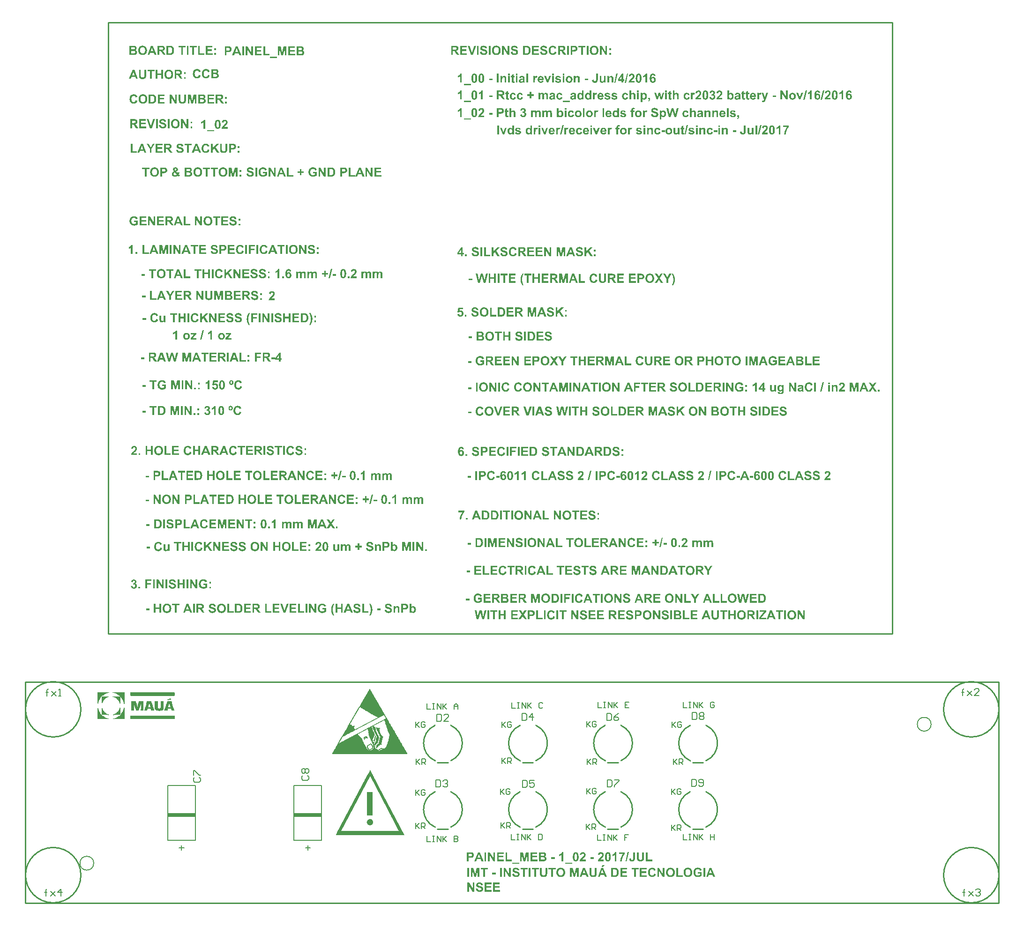
<source format=gto>
G04 Layer_Color=65535*
%FSLAX25Y25*%
%MOIN*%
G70*
G01*
G75*
%ADD11C,0.01000*%
%ADD13C,0.02500*%
%ADD32C,0.00500*%
%ADD33C,0.00787*%
%ADD34C,0.00300*%
%ADD35C,0.00600*%
%ADD36C,0.00700*%
%ADD37R,0.19685X0.02700*%
%ADD38R,0.00200X0.00100*%
%ADD39R,0.00400X0.00100*%
%ADD40R,0.00500X0.00100*%
%ADD41R,0.00600X0.00100*%
%ADD42R,0.00700X0.00100*%
%ADD43R,0.00900X0.00100*%
%ADD44R,0.01000X0.00100*%
%ADD45R,0.01100X0.00100*%
%ADD46R,0.01200X0.00100*%
%ADD47R,0.01300X0.00100*%
%ADD48R,0.01500X0.00100*%
%ADD49R,0.01600X0.00100*%
%ADD50R,0.01700X0.00100*%
%ADD51R,0.01800X0.00100*%
%ADD52R,0.01900X0.00100*%
%ADD53R,0.02000X0.00100*%
%ADD54R,0.02100X0.00100*%
%ADD55R,0.02300X0.00100*%
%ADD56R,0.02400X0.00100*%
%ADD57R,0.02500X0.00100*%
%ADD58R,0.02600X0.00100*%
%ADD59R,0.02700X0.00100*%
%ADD60R,0.02900X0.00100*%
%ADD61R,0.03100X0.00100*%
%ADD62R,0.03200X0.00100*%
%ADD63R,0.03300X0.00100*%
%ADD64R,0.03400X0.00100*%
%ADD65R,0.03500X0.00100*%
%ADD66R,0.03700X0.00100*%
%ADD67R,0.03800X0.00100*%
%ADD68R,0.03900X0.00100*%
%ADD69R,0.04000X0.00100*%
%ADD70R,0.04100X0.00100*%
%ADD71R,0.04200X0.00100*%
%ADD72R,0.04300X0.00100*%
%ADD73R,0.04500X0.00100*%
%ADD74R,0.04600X0.00100*%
%ADD75R,0.04700X0.00100*%
%ADD76R,0.04800X0.00100*%
%ADD77R,0.04900X0.00100*%
%ADD78R,0.05100X0.00100*%
%ADD79R,0.05200X0.00100*%
%ADD80R,0.05300X0.00100*%
%ADD81R,0.05400X0.00100*%
%ADD82R,0.05500X0.00100*%
%ADD83R,0.05600X0.00100*%
%ADD84R,0.05700X0.00100*%
%ADD85R,0.05900X0.00100*%
%ADD86R,0.06000X0.00100*%
%ADD87R,0.06100X0.00100*%
%ADD88R,0.06200X0.00100*%
%ADD89R,0.06300X0.00100*%
%ADD90R,0.06400X0.00100*%
%ADD91R,0.06500X0.00100*%
%ADD92R,0.06700X0.00100*%
%ADD93R,0.06800X0.00100*%
%ADD94R,0.06900X0.00100*%
%ADD95R,0.07000X0.00100*%
%ADD96R,0.07100X0.00100*%
%ADD97R,0.07300X0.00100*%
%ADD98R,0.07400X0.00100*%
%ADD99R,0.07500X0.00100*%
%ADD100R,0.07600X0.00100*%
%ADD101R,0.07700X0.00100*%
%ADD102R,0.07800X0.00100*%
%ADD103R,0.07900X0.00100*%
%ADD104R,0.08100X0.00100*%
%ADD105R,0.08200X0.00100*%
%ADD106R,0.08300X0.00100*%
%ADD107R,0.08400X0.00100*%
%ADD108R,0.08500X0.00100*%
%ADD109R,0.08700X0.00100*%
%ADD110R,0.08900X0.00100*%
%ADD111R,0.09000X0.00100*%
%ADD112R,0.09100X0.00100*%
%ADD113R,0.09200X0.00100*%
%ADD114R,0.09300X0.00100*%
%ADD115R,0.09500X0.00100*%
%ADD116R,0.09600X0.00100*%
%ADD117R,0.09700X0.00100*%
%ADD118R,0.09800X0.00100*%
%ADD119R,0.09900X0.00100*%
%ADD120R,0.10000X0.00100*%
%ADD121R,0.10100X0.00100*%
%ADD122R,0.10300X0.00100*%
%ADD123R,0.10400X0.00100*%
%ADD124R,0.10500X0.00100*%
%ADD125R,0.10600X0.00100*%
%ADD126R,0.10700X0.00100*%
%ADD127R,0.10900X0.00100*%
%ADD128R,0.11000X0.00100*%
%ADD129R,0.11100X0.00100*%
%ADD130R,0.11200X0.00100*%
%ADD131R,0.11300X0.00100*%
%ADD132R,0.11400X0.00100*%
%ADD133R,0.11500X0.00100*%
%ADD134R,0.11700X0.00100*%
%ADD135R,0.11800X0.00100*%
%ADD136R,0.11900X0.00100*%
%ADD137R,0.12000X0.00100*%
%ADD138R,0.12100X0.00100*%
%ADD139R,0.12200X0.00100*%
%ADD140R,0.12300X0.00100*%
%ADD141R,0.12500X0.00100*%
%ADD142R,0.12600X0.00100*%
%ADD143R,0.12700X0.00100*%
%ADD144R,0.12800X0.00100*%
%ADD145R,0.12900X0.00100*%
%ADD146R,0.13100X0.00100*%
%ADD147R,0.13200X0.00100*%
%ADD148R,0.13300X0.00100*%
%ADD149R,0.13400X0.00100*%
%ADD150R,0.13500X0.00100*%
%ADD151R,0.13600X0.00100*%
%ADD152R,0.13700X0.00100*%
%ADD153R,0.13900X0.00100*%
%ADD154R,0.14000X0.00100*%
%ADD155R,0.14100X0.00100*%
%ADD156R,0.14200X0.00100*%
%ADD157R,0.14300X0.00100*%
%ADD158R,0.14500X0.00100*%
%ADD159R,0.14700X0.00100*%
%ADD160R,0.14800X0.00100*%
%ADD161R,0.14900X0.00100*%
%ADD162R,0.14400X0.00100*%
%ADD163R,0.00300X0.00100*%
%ADD164R,0.13800X0.00100*%
%ADD165R,0.13000X0.00100*%
%ADD166R,0.10200X0.00100*%
%ADD167R,0.08800X0.00100*%
%ADD168R,0.08600X0.00100*%
%ADD169R,0.07200X0.00100*%
%ADD170R,0.00800X0.00100*%
%ADD171R,0.01400X0.00100*%
%ADD172R,0.02800X0.00100*%
%ADD173R,0.03000X0.00100*%
%ADD174R,0.03600X0.00100*%
%ADD175R,0.00100X0.00100*%
%ADD176R,0.02200X0.00100*%
%ADD177R,0.05800X0.00100*%
%ADD178R,0.06600X0.00100*%
%ADD179R,0.04400X0.00100*%
%ADD180R,0.08000X0.00100*%
%ADD181R,0.12400X0.00100*%
%ADD182R,0.15000X0.00100*%
%ADD183R,0.15300X0.00100*%
%ADD184R,0.15500X0.00100*%
%ADD185R,0.15700X0.00100*%
%ADD186R,0.15900X0.00100*%
%ADD187R,0.16200X0.00100*%
%ADD188R,0.16400X0.00100*%
%ADD189R,0.16700X0.00100*%
%ADD190R,0.16900X0.00100*%
%ADD191R,0.17200X0.00100*%
%ADD192R,0.17400X0.00100*%
%ADD193R,0.17700X0.00100*%
%ADD194R,0.17800X0.00100*%
%ADD195R,0.18100X0.00100*%
%ADD196R,0.18700X0.00100*%
%ADD197R,0.18800X0.00100*%
%ADD198R,0.19000X0.00100*%
%ADD199R,0.19100X0.00100*%
%ADD200R,0.19200X0.00100*%
%ADD201R,0.19300X0.00100*%
%ADD202R,0.19400X0.00100*%
%ADD203R,0.19600X0.00100*%
%ADD204R,0.10800X0.00100*%
%ADD205R,0.19800X0.00100*%
%ADD206R,0.19900X0.00100*%
%ADD207R,0.20000X0.00100*%
%ADD208R,0.20200X0.00100*%
%ADD209R,0.20400X0.00100*%
%ADD210R,0.11600X0.00100*%
%ADD211R,0.20600X0.00100*%
%ADD212R,0.20800X0.00100*%
%ADD213R,0.21000X0.00100*%
%ADD214R,0.21200X0.00100*%
%ADD215R,0.21300X0.00100*%
%ADD216R,0.21400X0.00100*%
%ADD217R,0.21500X0.00100*%
%ADD218R,0.21600X0.00100*%
%ADD219R,0.21700X0.00100*%
%ADD220R,0.21800X0.00100*%
%ADD221R,0.21900X0.00100*%
%ADD222R,0.22100X0.00100*%
%ADD223R,0.22300X0.00100*%
%ADD224R,0.22500X0.00100*%
%ADD225R,0.22700X0.00100*%
%ADD226R,0.22800X0.00100*%
%ADD227R,0.22900X0.00100*%
%ADD228R,0.23000X0.00100*%
%ADD229R,0.23200X0.00100*%
%ADD230R,0.15800X0.00100*%
%ADD231R,0.23300X0.00100*%
%ADD232R,0.16100X0.00100*%
%ADD233R,0.23500X0.00100*%
%ADD234R,0.16300X0.00100*%
%ADD235R,0.23700X0.00100*%
%ADD236R,0.16600X0.00100*%
%ADD237R,0.23800X0.00100*%
%ADD238R,0.16800X0.00100*%
%ADD239R,0.24000X0.00100*%
%ADD240R,0.24200X0.00100*%
%ADD241R,0.24500X0.00100*%
%ADD242R,0.24700X0.00100*%
%ADD243R,0.18000X0.00100*%
%ADD244R,0.25100X0.00100*%
%ADD245R,0.18200X0.00100*%
%ADD246R,0.31800X0.00100*%
%ADD247R,0.18500X0.00100*%
%ADD248R,0.32000X0.00100*%
%ADD249R,0.32200X0.00100*%
%ADD250R,0.51300X0.00100*%
%ADD251R,0.51500X0.00100*%
%ADD252R,0.51600X0.00100*%
%ADD253R,0.51700X0.00100*%
%ADD254R,0.51800X0.00100*%
%ADD255R,0.51900X0.00100*%
%ADD256R,0.52000X0.00100*%
%ADD257R,0.52100X0.00100*%
%ADD258R,0.52300X0.00100*%
%ADD259R,0.52400X0.00100*%
%ADD260R,0.52500X0.00100*%
%ADD261R,0.52600X0.00100*%
%ADD262R,0.52700X0.00100*%
%ADD263R,0.52800X0.00100*%
%ADD264R,0.52900X0.00100*%
%ADD265R,0.53100X0.00100*%
%ADD266R,0.53200X0.00100*%
%ADD267R,0.53300X0.00100*%
%ADD268R,0.53400X0.00100*%
%ADD269R,0.04100X0.16800*%
%ADD270R,0.46400X0.00100*%
%ADD271R,0.46500X0.00100*%
%ADD272R,0.46600X0.00100*%
%ADD273R,0.46700X0.00100*%
%ADD274R,0.46800X0.00100*%
%ADD275R,0.46900X0.00100*%
%ADD276R,0.47000X0.00100*%
%ADD277R,0.47200X0.00100*%
%ADD278R,0.47400X0.00100*%
%ADD279R,0.47600X0.00100*%
%ADD280R,0.47800X0.00100*%
%ADD281R,0.47900X0.00100*%
G36*
X369045Y610312D02*
X369147Y610303D01*
X369267Y610293D01*
X369387Y610275D01*
X369526Y610256D01*
X369822Y610192D01*
X369970Y610146D01*
X370118Y610099D01*
X370266Y610035D01*
X370405Y609961D01*
X370534Y609877D01*
X370655Y609785D01*
X370664Y609775D01*
X370682Y609757D01*
X370710Y609729D01*
X370747Y609692D01*
X370793Y609637D01*
X370849Y609572D01*
X370904Y609498D01*
X370969Y609415D01*
X371024Y609313D01*
X371080Y609211D01*
X371135Y609091D01*
X371182Y608961D01*
X371228Y608832D01*
X371265Y608684D01*
X371293Y608536D01*
X371302Y608369D01*
X370007Y608323D01*
Y608332D01*
Y608342D01*
X369988Y608406D01*
X369970Y608490D01*
X369933Y608592D01*
X369887Y608712D01*
X369822Y608823D01*
X369739Y608934D01*
X369646Y609026D01*
X369637Y609035D01*
X369600Y609063D01*
X369535Y609100D01*
X369443Y609137D01*
X369332Y609174D01*
X369193Y609211D01*
X369026Y609239D01*
X368832Y609248D01*
X368740D01*
X368638Y609239D01*
X368518Y609221D01*
X368379Y609193D01*
X368231Y609146D01*
X368092Y609091D01*
X367963Y609008D01*
X367953Y608998D01*
X367935Y608980D01*
X367898Y608952D01*
X367861Y608906D01*
X367824Y608850D01*
X367787Y608777D01*
X367769Y608703D01*
X367759Y608610D01*
Y608601D01*
Y608573D01*
X367769Y608527D01*
X367787Y608481D01*
X367806Y608416D01*
X367833Y608351D01*
X367880Y608286D01*
X367944Y608221D01*
X367953Y608212D01*
X368000Y608184D01*
X368027Y608166D01*
X368074Y608147D01*
X368120Y608120D01*
X368185Y608092D01*
X368259Y608064D01*
X368342Y608027D01*
X368444Y607990D01*
X368546Y607953D01*
X368675Y607916D01*
X368814Y607879D01*
X368962Y607842D01*
X369128Y607796D01*
X369138D01*
X369175Y607787D01*
X369221Y607778D01*
X369285Y607759D01*
X369359Y607740D01*
X369452Y607713D01*
X369554Y607685D01*
X369655Y607657D01*
X369878Y607583D01*
X370109Y607509D01*
X370331Y607426D01*
X370423Y607380D01*
X370516Y607334D01*
X370525D01*
X370534Y607324D01*
X370590Y607287D01*
X370673Y607232D01*
X370775Y607158D01*
X370886Y607065D01*
X371006Y606954D01*
X371126Y606825D01*
X371228Y606677D01*
X371237Y606658D01*
X371265Y606603D01*
X371311Y606520D01*
X371357Y606399D01*
X371404Y606251D01*
X371450Y606075D01*
X371478Y605881D01*
X371487Y605659D01*
Y605650D01*
Y605631D01*
Y605604D01*
Y605567D01*
X371478Y605520D01*
X371468Y605456D01*
X371450Y605326D01*
X371413Y605160D01*
X371357Y604984D01*
X371274Y604808D01*
X371172Y604623D01*
Y604614D01*
X371154Y604605D01*
X371117Y604549D01*
X371043Y604457D01*
X370951Y604355D01*
X370830Y604235D01*
X370673Y604124D01*
X370507Y604013D01*
X370303Y603911D01*
X370294D01*
X370275Y603902D01*
X370248Y603893D01*
X370201Y603874D01*
X370146Y603856D01*
X370081Y603837D01*
X370007Y603819D01*
X369924Y603800D01*
X369822Y603772D01*
X369720Y603754D01*
X369480Y603717D01*
X369212Y603689D01*
X368916Y603680D01*
X368795D01*
X368712Y603689D01*
X368610Y603698D01*
X368499Y603708D01*
X368370Y603726D01*
X368231Y603754D01*
X367926Y603819D01*
X367769Y603865D01*
X367620Y603911D01*
X367463Y603976D01*
X367315Y604050D01*
X367177Y604133D01*
X367047Y604235D01*
X367038Y604244D01*
X367019Y604262D01*
X366982Y604290D01*
X366945Y604337D01*
X366890Y604401D01*
X366834Y604475D01*
X366770Y604559D01*
X366705Y604651D01*
X366640Y604762D01*
X366575Y604882D01*
X366511Y605021D01*
X366446Y605169D01*
X366400Y605326D01*
X366344Y605502D01*
X366307Y605687D01*
X366279Y605881D01*
X367537Y606002D01*
Y605992D01*
X367547Y605974D01*
Y605937D01*
X367556Y605900D01*
X367593Y605789D01*
X367639Y605650D01*
X367694Y605493D01*
X367778Y605336D01*
X367870Y605197D01*
X367990Y605067D01*
X368009Y605058D01*
X368055Y605021D01*
X368129Y604975D01*
X368240Y604919D01*
X368379Y604864D01*
X368536Y604817D01*
X368721Y604780D01*
X368934Y604771D01*
X369036D01*
X369147Y604790D01*
X369285Y604808D01*
X369433Y604836D01*
X369591Y604882D01*
X369739Y604947D01*
X369868Y605030D01*
X369887Y605040D01*
X369924Y605077D01*
X369970Y605132D01*
X370035Y605206D01*
X370090Y605299D01*
X370146Y605409D01*
X370183Y605520D01*
X370192Y605650D01*
Y605659D01*
Y605687D01*
X370183Y605733D01*
X370174Y605789D01*
X370155Y605844D01*
X370136Y605909D01*
X370099Y605974D01*
X370053Y606039D01*
X370044Y606048D01*
X370025Y606066D01*
X369998Y606094D01*
X369952Y606131D01*
X369887Y606177D01*
X369804Y606223D01*
X369711Y606270D01*
X369591Y606316D01*
X369582D01*
X369545Y606334D01*
X369480Y606353D01*
X369433Y606371D01*
X369378Y606381D01*
X369313Y606399D01*
X369239Y606427D01*
X369156Y606446D01*
X369063Y606473D01*
X368952Y606501D01*
X368832Y606529D01*
X368703Y606566D01*
X368555Y606603D01*
X368546D01*
X368509Y606612D01*
X368453Y606631D01*
X368388Y606649D01*
X368305Y606677D01*
X368203Y606705D01*
X368102Y606742D01*
X367981Y606778D01*
X367741Y606871D01*
X367510Y606982D01*
X367389Y607037D01*
X367287Y607102D01*
X367186Y607167D01*
X367103Y607232D01*
X367093Y607241D01*
X367075Y607260D01*
X367047Y607287D01*
X367010Y607324D01*
X366964Y607380D01*
X366917Y607444D01*
X366862Y607509D01*
X366816Y607592D01*
X366705Y607787D01*
X366612Y608009D01*
X366575Y608129D01*
X366547Y608249D01*
X366529Y608388D01*
X366520Y608527D01*
Y608536D01*
Y608545D01*
Y608573D01*
Y608610D01*
X366538Y608703D01*
X366557Y608823D01*
X366584Y608961D01*
X366631Y609119D01*
X366695Y609285D01*
X366788Y609443D01*
Y609452D01*
X366797Y609461D01*
X366844Y609516D01*
X366899Y609590D01*
X366991Y609683D01*
X367103Y609785D01*
X367241Y609896D01*
X367399Y609998D01*
X367583Y610090D01*
X367593D01*
X367611Y610099D01*
X367639Y610109D01*
X367676Y610127D01*
X367731Y610146D01*
X367787Y610164D01*
X367861Y610183D01*
X367944Y610210D01*
X368129Y610247D01*
X368342Y610284D01*
X368583Y610312D01*
X368851Y610321D01*
X368962D01*
X369045Y610312D01*
D02*
G37*
G36*
X348168D02*
X348270Y610303D01*
X348390Y610293D01*
X348510Y610275D01*
X348649Y610256D01*
X348945Y610192D01*
X349093Y610146D01*
X349241Y610099D01*
X349389Y610035D01*
X349528Y609961D01*
X349657Y609877D01*
X349777Y609785D01*
X349786Y609775D01*
X349805Y609757D01*
X349833Y609729D01*
X349870Y609692D01*
X349916Y609637D01*
X349972Y609572D01*
X350027Y609498D01*
X350092Y609415D01*
X350147Y609313D01*
X350203Y609211D01*
X350258Y609091D01*
X350305Y608961D01*
X350351Y608832D01*
X350388Y608684D01*
X350415Y608536D01*
X350425Y608369D01*
X349130Y608323D01*
Y608332D01*
Y608342D01*
X349111Y608406D01*
X349093Y608490D01*
X349056Y608592D01*
X349009Y608712D01*
X348945Y608823D01*
X348862Y608934D01*
X348769Y609026D01*
X348760Y609035D01*
X348723Y609063D01*
X348658Y609100D01*
X348566Y609137D01*
X348454Y609174D01*
X348316Y609211D01*
X348149Y609239D01*
X347955Y609248D01*
X347863D01*
X347761Y609239D01*
X347640Y609221D01*
X347502Y609193D01*
X347354Y609146D01*
X347215Y609091D01*
X347085Y609008D01*
X347076Y608998D01*
X347058Y608980D01*
X347021Y608952D01*
X346984Y608906D01*
X346947Y608850D01*
X346910Y608777D01*
X346891Y608703D01*
X346882Y608610D01*
Y608601D01*
Y608573D01*
X346891Y608527D01*
X346910Y608481D01*
X346928Y608416D01*
X346956Y608351D01*
X347002Y608286D01*
X347067Y608221D01*
X347076Y608212D01*
X347123Y608184D01*
X347150Y608166D01*
X347197Y608147D01*
X347243Y608120D01*
X347307Y608092D01*
X347381Y608064D01*
X347465Y608027D01*
X347567Y607990D01*
X347668Y607953D01*
X347798Y607916D01*
X347937Y607879D01*
X348084Y607842D01*
X348251Y607796D01*
X348260D01*
X348297Y607787D01*
X348343Y607778D01*
X348408Y607759D01*
X348482Y607740D01*
X348575Y607713D01*
X348676Y607685D01*
X348778Y607657D01*
X349000Y607583D01*
X349232Y607509D01*
X349453Y607426D01*
X349546Y607380D01*
X349639Y607334D01*
X349648D01*
X349657Y607324D01*
X349712Y607287D01*
X349796Y607232D01*
X349898Y607158D01*
X350009Y607065D01*
X350129Y606954D01*
X350249Y606825D01*
X350351Y606677D01*
X350360Y606658D01*
X350388Y606603D01*
X350434Y606520D01*
X350480Y606399D01*
X350526Y606251D01*
X350573Y606075D01*
X350601Y605881D01*
X350610Y605659D01*
Y605650D01*
Y605631D01*
Y605604D01*
Y605567D01*
X350601Y605520D01*
X350591Y605456D01*
X350573Y605326D01*
X350536Y605160D01*
X350480Y604984D01*
X350397Y604808D01*
X350295Y604623D01*
Y604614D01*
X350277Y604605D01*
X350240Y604549D01*
X350166Y604457D01*
X350073Y604355D01*
X349953Y604235D01*
X349796Y604124D01*
X349629Y604013D01*
X349426Y603911D01*
X349416D01*
X349398Y603902D01*
X349370Y603893D01*
X349324Y603874D01*
X349269Y603856D01*
X349204Y603837D01*
X349130Y603819D01*
X349046Y603800D01*
X348945Y603772D01*
X348843Y603754D01*
X348603Y603717D01*
X348334Y603689D01*
X348038Y603680D01*
X347918D01*
X347835Y603689D01*
X347733Y603698D01*
X347622Y603708D01*
X347493Y603726D01*
X347354Y603754D01*
X347048Y603819D01*
X346891Y603865D01*
X346743Y603911D01*
X346586Y603976D01*
X346438Y604050D01*
X346299Y604133D01*
X346170Y604235D01*
X346161Y604244D01*
X346142Y604262D01*
X346105Y604290D01*
X346068Y604337D01*
X346012Y604401D01*
X345957Y604475D01*
X345892Y604559D01*
X345828Y604651D01*
X345763Y604762D01*
X345698Y604882D01*
X345633Y605021D01*
X345568Y605169D01*
X345522Y605326D01*
X345467Y605502D01*
X345430Y605687D01*
X345402Y605881D01*
X346660Y606002D01*
Y605992D01*
X346669Y605974D01*
Y605937D01*
X346678Y605900D01*
X346715Y605789D01*
X346762Y605650D01*
X346817Y605493D01*
X346901Y605336D01*
X346993Y605197D01*
X347113Y605067D01*
X347132Y605058D01*
X347178Y605021D01*
X347252Y604975D01*
X347363Y604919D01*
X347502Y604864D01*
X347659Y604817D01*
X347844Y604780D01*
X348057Y604771D01*
X348159D01*
X348270Y604790D01*
X348408Y604808D01*
X348556Y604836D01*
X348713Y604882D01*
X348862Y604947D01*
X348991Y605030D01*
X349009Y605040D01*
X349046Y605077D01*
X349093Y605132D01*
X349158Y605206D01*
X349213Y605299D01*
X349269Y605409D01*
X349306Y605520D01*
X349315Y605650D01*
Y605659D01*
Y605687D01*
X349306Y605733D01*
X349296Y605789D01*
X349278Y605844D01*
X349259Y605909D01*
X349222Y605974D01*
X349176Y606039D01*
X349167Y606048D01*
X349148Y606066D01*
X349120Y606094D01*
X349074Y606131D01*
X349009Y606177D01*
X348926Y606223D01*
X348834Y606270D01*
X348713Y606316D01*
X348704D01*
X348667Y606334D01*
X348603Y606353D01*
X348556Y606371D01*
X348501Y606381D01*
X348436Y606399D01*
X348362Y606427D01*
X348279Y606446D01*
X348186Y606473D01*
X348075Y606501D01*
X347955Y606529D01*
X347826Y606566D01*
X347677Y606603D01*
X347668D01*
X347631Y606612D01*
X347576Y606631D01*
X347511Y606649D01*
X347428Y606677D01*
X347326Y606705D01*
X347224Y606742D01*
X347104Y606778D01*
X346864Y606871D01*
X346632Y606982D01*
X346512Y607037D01*
X346410Y607102D01*
X346308Y607167D01*
X346225Y607232D01*
X346216Y607241D01*
X346198Y607260D01*
X346170Y607287D01*
X346133Y607324D01*
X346087Y607380D01*
X346040Y607444D01*
X345985Y607509D01*
X345938Y607592D01*
X345828Y607787D01*
X345735Y608009D01*
X345698Y608129D01*
X345670Y608249D01*
X345652Y608388D01*
X345642Y608527D01*
Y608536D01*
Y608545D01*
Y608573D01*
Y608610D01*
X345661Y608703D01*
X345679Y608823D01*
X345707Y608961D01*
X345754Y609119D01*
X345818Y609285D01*
X345911Y609443D01*
Y609452D01*
X345920Y609461D01*
X345966Y609516D01*
X346022Y609590D01*
X346114Y609683D01*
X346225Y609785D01*
X346364Y609896D01*
X346521Y609998D01*
X346706Y610090D01*
X346715D01*
X346734Y610099D01*
X346762Y610109D01*
X346799Y610127D01*
X346854Y610146D01*
X346910Y610164D01*
X346984Y610183D01*
X347067Y610210D01*
X347252Y610247D01*
X347465Y610284D01*
X347705Y610312D01*
X347973Y610321D01*
X348084D01*
X348168Y610312D01*
D02*
G37*
G36*
X326301D02*
X326402Y610303D01*
X326523Y610293D01*
X326643Y610275D01*
X326782Y610256D01*
X327078Y610192D01*
X327226Y610146D01*
X327374Y610099D01*
X327522Y610035D01*
X327660Y609961D01*
X327790Y609877D01*
X327910Y609785D01*
X327920Y609775D01*
X327938Y609757D01*
X327966Y609729D01*
X328003Y609692D01*
X328049Y609637D01*
X328104Y609572D01*
X328160Y609498D01*
X328225Y609415D01*
X328280Y609313D01*
X328336Y609211D01*
X328391Y609091D01*
X328437Y608961D01*
X328484Y608832D01*
X328521Y608684D01*
X328549Y608536D01*
X328558Y608369D01*
X327263Y608323D01*
Y608332D01*
Y608342D01*
X327244Y608406D01*
X327226Y608490D01*
X327189Y608592D01*
X327143Y608712D01*
X327078Y608823D01*
X326994Y608934D01*
X326902Y609026D01*
X326893Y609035D01*
X326856Y609063D01*
X326791Y609100D01*
X326698Y609137D01*
X326588Y609174D01*
X326449Y609211D01*
X326282Y609239D01*
X326088Y609248D01*
X325995D01*
X325894Y609239D01*
X325774Y609221D01*
X325635Y609193D01*
X325487Y609146D01*
X325348Y609091D01*
X325219Y609008D01*
X325209Y608998D01*
X325191Y608980D01*
X325154Y608952D01*
X325117Y608906D01*
X325080Y608850D01*
X325043Y608777D01*
X325024Y608703D01*
X325015Y608610D01*
Y608601D01*
Y608573D01*
X325024Y608527D01*
X325043Y608481D01*
X325061Y608416D01*
X325089Y608351D01*
X325135Y608286D01*
X325200Y608221D01*
X325209Y608212D01*
X325255Y608184D01*
X325283Y608166D01*
X325329Y608147D01*
X325376Y608120D01*
X325441Y608092D01*
X325515Y608064D01*
X325598Y608027D01*
X325699Y607990D01*
X325801Y607953D01*
X325931Y607916D01*
X326069Y607879D01*
X326218Y607842D01*
X326384Y607796D01*
X326393D01*
X326430Y607787D01*
X326477Y607778D01*
X326541Y607759D01*
X326615Y607740D01*
X326708Y607713D01*
X326810Y607685D01*
X326911Y607657D01*
X327133Y607583D01*
X327364Y607509D01*
X327587Y607426D01*
X327679Y607380D01*
X327771Y607334D01*
X327781D01*
X327790Y607324D01*
X327846Y607287D01*
X327929Y607232D01*
X328030Y607158D01*
X328141Y607065D01*
X328262Y606954D01*
X328382Y606825D01*
X328484Y606677D01*
X328493Y606658D01*
X328521Y606603D01*
X328567Y606520D01*
X328613Y606399D01*
X328660Y606251D01*
X328706Y606075D01*
X328733Y605881D01*
X328743Y605659D01*
Y605650D01*
Y605631D01*
Y605604D01*
Y605567D01*
X328733Y605520D01*
X328724Y605456D01*
X328706Y605326D01*
X328669Y605160D01*
X328613Y604984D01*
X328530Y604808D01*
X328428Y604623D01*
Y604614D01*
X328410Y604605D01*
X328373Y604549D01*
X328299Y604457D01*
X328206Y604355D01*
X328086Y604235D01*
X327929Y604124D01*
X327762Y604013D01*
X327559Y603911D01*
X327550D01*
X327531Y603902D01*
X327503Y603893D01*
X327457Y603874D01*
X327401Y603856D01*
X327337Y603837D01*
X327263Y603819D01*
X327180Y603800D01*
X327078Y603772D01*
X326976Y603754D01*
X326735Y603717D01*
X326467Y603689D01*
X326171Y603680D01*
X326051D01*
X325968Y603689D01*
X325866Y603698D01*
X325755Y603708D01*
X325625Y603726D01*
X325487Y603754D01*
X325182Y603819D01*
X325024Y603865D01*
X324876Y603911D01*
X324719Y603976D01*
X324571Y604050D01*
X324432Y604133D01*
X324303Y604235D01*
X324293Y604244D01*
X324275Y604262D01*
X324238Y604290D01*
X324201Y604337D01*
X324146Y604401D01*
X324090Y604475D01*
X324025Y604559D01*
X323960Y604651D01*
X323896Y604762D01*
X323831Y604882D01*
X323766Y605021D01*
X323702Y605169D01*
X323655Y605326D01*
X323600Y605502D01*
X323563Y605687D01*
X323535Y605881D01*
X324793Y606002D01*
Y605992D01*
X324802Y605974D01*
Y605937D01*
X324812Y605900D01*
X324849Y605789D01*
X324895Y605650D01*
X324950Y605493D01*
X325033Y605336D01*
X325126Y605197D01*
X325246Y605067D01*
X325265Y605058D01*
X325311Y605021D01*
X325385Y604975D01*
X325496Y604919D01*
X325635Y604864D01*
X325792Y604817D01*
X325977Y604780D01*
X326190Y604771D01*
X326291D01*
X326402Y604790D01*
X326541Y604808D01*
X326689Y604836D01*
X326847Y604882D01*
X326994Y604947D01*
X327124Y605030D01*
X327143Y605040D01*
X327180Y605077D01*
X327226Y605132D01*
X327291Y605206D01*
X327346Y605299D01*
X327401Y605409D01*
X327438Y605520D01*
X327448Y605650D01*
Y605659D01*
Y605687D01*
X327438Y605733D01*
X327429Y605789D01*
X327411Y605844D01*
X327392Y605909D01*
X327355Y605974D01*
X327309Y606039D01*
X327300Y606048D01*
X327281Y606066D01*
X327254Y606094D01*
X327207Y606131D01*
X327143Y606177D01*
X327059Y606223D01*
X326967Y606270D01*
X326847Y606316D01*
X326837D01*
X326800Y606334D01*
X326735Y606353D01*
X326689Y606371D01*
X326634Y606381D01*
X326569Y606399D01*
X326495Y606427D01*
X326412Y606446D01*
X326319Y606473D01*
X326208Y606501D01*
X326088Y606529D01*
X325958Y606566D01*
X325811Y606603D01*
X325801D01*
X325764Y606612D01*
X325709Y606631D01*
X325644Y606649D01*
X325561Y606677D01*
X325459Y606705D01*
X325357Y606742D01*
X325237Y606778D01*
X324996Y606871D01*
X324765Y606982D01*
X324645Y607037D01*
X324543Y607102D01*
X324442Y607167D01*
X324358Y607232D01*
X324349Y607241D01*
X324330Y607260D01*
X324303Y607287D01*
X324266Y607324D01*
X324219Y607380D01*
X324173Y607444D01*
X324118Y607509D01*
X324072Y607592D01*
X323960Y607787D01*
X323868Y608009D01*
X323831Y608129D01*
X323803Y608249D01*
X323785Y608388D01*
X323776Y608527D01*
Y608536D01*
Y608545D01*
Y608573D01*
Y608610D01*
X323794Y608703D01*
X323813Y608823D01*
X323840Y608961D01*
X323886Y609119D01*
X323951Y609285D01*
X324044Y609443D01*
Y609452D01*
X324053Y609461D01*
X324099Y609516D01*
X324155Y609590D01*
X324247Y609683D01*
X324358Y609785D01*
X324497Y609896D01*
X324654Y609998D01*
X324839Y610090D01*
X324849D01*
X324867Y610099D01*
X324895Y610109D01*
X324932Y610127D01*
X324987Y610146D01*
X325043Y610164D01*
X325117Y610183D01*
X325200Y610210D01*
X325385Y610247D01*
X325598Y610284D01*
X325838Y610312D01*
X326107Y610321D01*
X326218D01*
X326301Y610312D01*
D02*
G37*
G36*
X375538D02*
X375640Y610303D01*
X375751Y610284D01*
X375881Y610266D01*
X376020Y610238D01*
X376167Y610201D01*
X376325Y610155D01*
X376482Y610099D01*
X376648Y610025D01*
X376806Y609951D01*
X376954Y609859D01*
X377111Y609748D01*
X377250Y609627D01*
X377259D01*
X377268Y609609D01*
X377296Y609581D01*
X377324Y609553D01*
X377361Y609507D01*
X377398Y609452D01*
X377500Y609322D01*
X377601Y609156D01*
X377712Y608952D01*
X377814Y608721D01*
X377906Y608453D01*
X376630Y608147D01*
Y608157D01*
X376621Y608166D01*
Y608194D01*
X376602Y608231D01*
X376574Y608314D01*
X376528Y608425D01*
X376464Y608555D01*
X376380Y608684D01*
X376269Y608813D01*
X376149Y608924D01*
X376131Y608934D01*
X376084Y608971D01*
X376010Y609017D01*
X375908Y609072D01*
X375779Y609128D01*
X375631Y609174D01*
X375465Y609211D01*
X375279Y609221D01*
X375215D01*
X375159Y609211D01*
X375104Y609202D01*
X375030Y609193D01*
X374872Y609156D01*
X374688Y609091D01*
X374493Y608998D01*
X374392Y608943D01*
X374299Y608878D01*
X374206Y608795D01*
X374123Y608703D01*
Y608693D01*
X374105Y608675D01*
X374086Y608647D01*
X374059Y608601D01*
X374022Y608545D01*
X373985Y608481D01*
X373948Y608397D01*
X373910Y608305D01*
X373864Y608194D01*
X373827Y608074D01*
X373790Y607935D01*
X373753Y607787D01*
X373726Y607620D01*
X373707Y607444D01*
X373698Y607250D01*
X373689Y607037D01*
Y607028D01*
Y606982D01*
Y606917D01*
X373698Y606843D01*
Y606742D01*
X373716Y606621D01*
X373726Y606501D01*
X373744Y606362D01*
X373799Y606075D01*
X373873Y605789D01*
X373920Y605650D01*
X373985Y605520D01*
X374049Y605400D01*
X374123Y605299D01*
X374132Y605289D01*
X374142Y605280D01*
X374169Y605252D01*
X374206Y605215D01*
X374299Y605141D01*
X374429Y605049D01*
X374586Y604947D01*
X374780Y604873D01*
X375002Y604808D01*
X375122Y604799D01*
X375252Y604790D01*
X375298D01*
X375335Y604799D01*
X375437Y604808D01*
X375557Y604827D01*
X375687Y604873D01*
X375834Y604928D01*
X375982Y605002D01*
X376131Y605114D01*
X376149Y605132D01*
X376195Y605178D01*
X376260Y605252D01*
X376334Y605363D01*
X376427Y605511D01*
X376510Y605687D01*
X376593Y605900D01*
X376667Y606149D01*
X377925Y605761D01*
Y605752D01*
X377916Y605715D01*
X377897Y605659D01*
X377870Y605585D01*
X377833Y605502D01*
X377796Y605400D01*
X377749Y605289D01*
X377694Y605169D01*
X377564Y604919D01*
X377398Y604660D01*
X377194Y604411D01*
X377083Y604299D01*
X376963Y604198D01*
X376954Y604188D01*
X376935Y604179D01*
X376898Y604151D01*
X376843Y604114D01*
X376778Y604077D01*
X376695Y604040D01*
X376602Y603994D01*
X376501Y603948D01*
X376380Y603893D01*
X376251Y603846D01*
X376112Y603809D01*
X375964Y603772D01*
X375807Y603735D01*
X375631Y603708D01*
X375455Y603698D01*
X375261Y603689D01*
X375205D01*
X375141Y603698D01*
X375048Y603708D01*
X374946Y603717D01*
X374817Y603735D01*
X374678Y603763D01*
X374521Y603800D01*
X374364Y603846D01*
X374197Y603902D01*
X374022Y603976D01*
X373846Y604059D01*
X373670Y604151D01*
X373494Y604272D01*
X373328Y604401D01*
X373170Y604559D01*
X373161Y604568D01*
X373133Y604596D01*
X373096Y604651D01*
X373041Y604716D01*
X372986Y604808D01*
X372912Y604910D01*
X372837Y605040D01*
X372763Y605188D01*
X372690Y605345D01*
X372616Y605520D01*
X372541Y605724D01*
X372486Y605937D01*
X372430Y606159D01*
X372393Y606409D01*
X372366Y606668D01*
X372357Y606945D01*
Y606954D01*
Y606963D01*
Y607019D01*
X372366Y607102D01*
Y607213D01*
X372384Y607343D01*
X372403Y607500D01*
X372421Y607666D01*
X372458Y607861D01*
X372504Y608055D01*
X372560Y608258D01*
X372625Y608462D01*
X372708Y608675D01*
X372800Y608878D01*
X372912Y609072D01*
X373032Y609258D01*
X373180Y609433D01*
X373189Y609443D01*
X373217Y609470D01*
X373263Y609516D01*
X373328Y609572D01*
X373411Y609637D01*
X373513Y609711D01*
X373624Y609794D01*
X373762Y609877D01*
X373910Y609961D01*
X374068Y610044D01*
X374253Y610118D01*
X374438Y610183D01*
X374651Y610238D01*
X374863Y610284D01*
X375104Y610312D01*
X375344Y610321D01*
X375455D01*
X375538Y610312D01*
D02*
G37*
G36*
X416766Y607213D02*
X415535D01*
Y608443D01*
X416766D01*
Y607213D01*
D02*
G37*
G36*
X135868D02*
X134638D01*
Y608443D01*
X135868D01*
Y607213D01*
D02*
G37*
G36*
X413954Y603800D02*
X412659D01*
X410059Y608018D01*
Y603800D01*
X408866D01*
Y610201D01*
X410115D01*
X412760Y605891D01*
Y610201D01*
X413954D01*
Y603800D01*
D02*
G37*
G36*
X344375D02*
X343080D01*
X340481Y608018D01*
Y603800D01*
X339288D01*
Y610201D01*
X340536D01*
X343182Y605891D01*
Y610201D01*
X344375D01*
Y603800D01*
D02*
G37*
G36*
X161998Y603400D02*
X160704D01*
X158104Y607618D01*
Y603400D01*
X156911D01*
Y609801D01*
X158160D01*
X160805Y605490D01*
Y609801D01*
X161998D01*
Y603400D01*
D02*
G37*
G36*
X318457Y603800D02*
X317060D01*
X314766Y610201D01*
X316163D01*
X317791Y605465D01*
X319354Y610201D01*
X320732D01*
X318457Y603800D01*
D02*
G37*
G36*
X185919Y603400D02*
X184726D01*
X184716Y608432D01*
X183458Y603400D01*
X182210D01*
X180952Y608432D01*
Y603400D01*
X179759D01*
Y609801D01*
X181692D01*
X182839Y605426D01*
X183976Y609801D01*
X185919D01*
Y603400D01*
D02*
G37*
G36*
X416766Y603800D02*
X415535D01*
Y605030D01*
X416766D01*
Y603800D01*
D02*
G37*
G36*
X400671D02*
X399376D01*
Y610201D01*
X400671D01*
Y603800D01*
D02*
G37*
G36*
X398580Y609119D02*
X396693D01*
Y603800D01*
X395398D01*
Y609119D01*
X393502D01*
Y610201D01*
X398580D01*
Y609119D01*
D02*
G37*
G36*
X390450Y610192D02*
X390690D01*
X390949Y610173D01*
X391208Y610155D01*
X391319Y610146D01*
X391430Y610136D01*
X391523Y610118D01*
X391597Y610099D01*
X391606D01*
X391624Y610090D01*
X391652Y610081D01*
X391689Y610072D01*
X391791Y610025D01*
X391920Y609970D01*
X392059Y609887D01*
X392216Y609775D01*
X392364Y609637D01*
X392512Y609470D01*
Y609461D01*
X392531Y609452D01*
X392549Y609424D01*
X392568Y609387D01*
X392605Y609332D01*
X392633Y609276D01*
X392670Y609211D01*
X392706Y609137D01*
X392771Y608952D01*
X392836Y608749D01*
X392873Y608499D01*
X392892Y608231D01*
Y608221D01*
Y608203D01*
Y608175D01*
Y608129D01*
X392882Y608083D01*
Y608018D01*
X392864Y607889D01*
X392836Y607731D01*
X392799Y607555D01*
X392743Y607389D01*
X392670Y607232D01*
X392660Y607213D01*
X392633Y607167D01*
X392586Y607093D01*
X392522Y607000D01*
X392447Y606908D01*
X392346Y606797D01*
X392244Y606695D01*
X392124Y606603D01*
X392105Y606594D01*
X392068Y606566D01*
X392003Y606529D01*
X391920Y606483D01*
X391818Y606427D01*
X391707Y606381D01*
X391587Y606334D01*
X391458Y606297D01*
X391439D01*
X391411Y606288D01*
X391374D01*
X391328Y606279D01*
X391264Y606270D01*
X391199Y606260D01*
X391115D01*
X391032Y606251D01*
X390931Y606242D01*
X390820Y606233D01*
X390699Y606223D01*
X390570D01*
X390431Y606214D01*
X389284D01*
Y603800D01*
X387989D01*
Y610201D01*
X390348D01*
X390450Y610192D01*
D02*
G37*
G36*
X386750Y603800D02*
X385455D01*
Y610201D01*
X386750D01*
Y603800D01*
D02*
G37*
G36*
X382014Y610192D02*
X382115D01*
X382217Y610183D01*
X382337D01*
X382578Y610155D01*
X382827Y610127D01*
X383059Y610081D01*
X383160Y610053D01*
X383253Y610025D01*
X383262D01*
X383272Y610016D01*
X383327Y609988D01*
X383410Y609942D01*
X383521Y609887D01*
X383642Y609794D01*
X383762Y609692D01*
X383882Y609563D01*
X383993Y609406D01*
Y609396D01*
X384002Y609387D01*
X384021Y609359D01*
X384039Y609332D01*
X384085Y609239D01*
X384141Y609119D01*
X384187Y608971D01*
X384233Y608804D01*
X384271Y608610D01*
X384280Y608406D01*
Y608397D01*
Y608379D01*
Y608332D01*
X384271Y608286D01*
Y608221D01*
X384261Y608157D01*
X384224Y607990D01*
X384178Y607796D01*
X384104Y607602D01*
X383993Y607398D01*
X383928Y607306D01*
X383854Y607213D01*
X383845Y607204D01*
X383836Y607195D01*
X383808Y607167D01*
X383771Y607139D01*
X383734Y607102D01*
X383679Y607056D01*
X383614Y607010D01*
X383540Y606963D01*
X383456Y606908D01*
X383355Y606862D01*
X383253Y606815D01*
X383142Y606769D01*
X383013Y606723D01*
X382883Y606686D01*
X382744Y606649D01*
X382587Y606621D01*
X382596D01*
X382606Y606612D01*
X382661Y606575D01*
X382735Y606529D01*
X382827Y606464D01*
X382939Y606381D01*
X383050Y606297D01*
X383170Y606196D01*
X383272Y606085D01*
X383281Y606075D01*
X383327Y606029D01*
X383383Y605955D01*
X383466Y605844D01*
X383577Y605705D01*
X383632Y605613D01*
X383697Y605520D01*
X383771Y605419D01*
X383845Y605308D01*
X383928Y605178D01*
X384012Y605049D01*
X384798Y603800D01*
X383244D01*
X382319Y605188D01*
X382310Y605197D01*
X382300Y605225D01*
X382273Y605262D01*
X382236Y605308D01*
X382199Y605363D01*
X382152Y605437D01*
X382050Y605585D01*
X381930Y605752D01*
X381819Y605900D01*
X381717Y606039D01*
X381671Y606085D01*
X381634Y606131D01*
X381625Y606140D01*
X381607Y606159D01*
X381570Y606196D01*
X381523Y606242D01*
X381458Y606279D01*
X381394Y606325D01*
X381320Y606362D01*
X381246Y606399D01*
X381237D01*
X381209Y606409D01*
X381163Y606427D01*
X381088Y606436D01*
X380996Y606455D01*
X380885Y606464D01*
X380755Y606473D01*
X380339D01*
Y603800D01*
X379044D01*
Y610201D01*
X381930D01*
X382014Y610192D01*
D02*
G37*
G36*
X365401Y609119D02*
X361950D01*
Y607703D01*
X365160D01*
Y606621D01*
X361950D01*
Y604882D01*
X365521D01*
Y603800D01*
X360655D01*
Y610201D01*
X365401D01*
Y609119D01*
D02*
G37*
G36*
X356826Y610192D02*
X357001Y610183D01*
X357196Y610173D01*
X357399Y610146D01*
X357593Y610118D01*
X357769Y610072D01*
X357779D01*
X357797Y610062D01*
X357825Y610053D01*
X357862Y610044D01*
X357973Y609998D01*
X358102Y609933D01*
X358250Y609850D01*
X358417Y609748D01*
X358574Y609627D01*
X358731Y609480D01*
X358740D01*
X358750Y609461D01*
X358796Y609406D01*
X358870Y609313D01*
X358953Y609193D01*
X359055Y609045D01*
X359157Y608869D01*
X359259Y608666D01*
X359342Y608443D01*
Y608434D01*
X359351Y608416D01*
X359360Y608379D01*
X359379Y608332D01*
X359388Y608277D01*
X359406Y608203D01*
X359425Y608120D01*
X359453Y608027D01*
X359471Y607926D01*
X359490Y607805D01*
X359508Y607685D01*
X359518Y607546D01*
X359545Y607260D01*
X359555Y606936D01*
Y606926D01*
Y606899D01*
Y606862D01*
Y606806D01*
X359545Y606732D01*
Y606658D01*
X359536Y606566D01*
X359527Y606464D01*
X359508Y606251D01*
X359471Y606029D01*
X359416Y605798D01*
X359351Y605576D01*
Y605567D01*
X359342Y605548D01*
X359323Y605511D01*
X359305Y605456D01*
X359286Y605400D01*
X359249Y605336D01*
X359175Y605169D01*
X359083Y604993D01*
X358962Y604799D01*
X358824Y604614D01*
X358666Y604438D01*
X358648Y604420D01*
X358602Y604383D01*
X358528Y604327D01*
X358426Y604253D01*
X358296Y604170D01*
X358149Y604087D01*
X357963Y604003D01*
X357760Y603930D01*
X357751D01*
X357741Y603920D01*
X357714D01*
X357686Y603911D01*
X357584Y603893D01*
X357455Y603865D01*
X357297Y603837D01*
X357103Y603819D01*
X356872Y603809D01*
X356622Y603800D01*
X354199D01*
Y610201D01*
X356752D01*
X356826Y610192D01*
D02*
G37*
G36*
X331092Y603800D02*
X329797D01*
Y610201D01*
X331092D01*
Y603800D01*
D02*
G37*
G36*
X322638D02*
X321343D01*
Y610201D01*
X322638D01*
Y603800D01*
D02*
G37*
G36*
X314202Y609119D02*
X310752D01*
Y607703D01*
X313961D01*
Y606621D01*
X310752D01*
Y604882D01*
X314322D01*
Y603800D01*
X309456D01*
Y610201D01*
X314202D01*
Y609119D01*
D02*
G37*
G36*
X305969Y610192D02*
X306071D01*
X306173Y610183D01*
X306293D01*
X306534Y610155D01*
X306783Y610127D01*
X307014Y610081D01*
X307116Y610053D01*
X307209Y610025D01*
X307218D01*
X307227Y610016D01*
X307283Y609988D01*
X307366Y609942D01*
X307477Y609887D01*
X307597Y609794D01*
X307717Y609692D01*
X307838Y609563D01*
X307949Y609406D01*
Y609396D01*
X307958Y609387D01*
X307977Y609359D01*
X307995Y609332D01*
X308041Y609239D01*
X308097Y609119D01*
X308143Y608971D01*
X308189Y608804D01*
X308226Y608610D01*
X308236Y608406D01*
Y608397D01*
Y608379D01*
Y608332D01*
X308226Y608286D01*
Y608221D01*
X308217Y608157D01*
X308180Y607990D01*
X308134Y607796D01*
X308060Y607602D01*
X307949Y607398D01*
X307884Y607306D01*
X307810Y607213D01*
X307801Y607204D01*
X307791Y607195D01*
X307764Y607167D01*
X307727Y607139D01*
X307690Y607102D01*
X307634Y607056D01*
X307570Y607010D01*
X307495Y606963D01*
X307412Y606908D01*
X307311Y606862D01*
X307209Y606815D01*
X307098Y606769D01*
X306968Y606723D01*
X306839Y606686D01*
X306700Y606649D01*
X306543Y606621D01*
X306552D01*
X306561Y606612D01*
X306617Y606575D01*
X306691Y606529D01*
X306783Y606464D01*
X306894Y606381D01*
X307005Y606297D01*
X307125Y606196D01*
X307227Y606085D01*
X307237Y606075D01*
X307283Y606029D01*
X307338Y605955D01*
X307421Y605844D01*
X307533Y605705D01*
X307588Y605613D01*
X307653Y605520D01*
X307727Y605419D01*
X307801Y605308D01*
X307884Y605178D01*
X307967Y605049D01*
X308753Y603800D01*
X307200D01*
X306275Y605188D01*
X306265Y605197D01*
X306256Y605225D01*
X306228Y605262D01*
X306191Y605308D01*
X306154Y605363D01*
X306108Y605437D01*
X306006Y605585D01*
X305886Y605752D01*
X305775Y605900D01*
X305673Y606039D01*
X305627Y606085D01*
X305590Y606131D01*
X305581Y606140D01*
X305562Y606159D01*
X305525Y606196D01*
X305479Y606242D01*
X305414Y606279D01*
X305349Y606325D01*
X305276Y606362D01*
X305202Y606399D01*
X305192D01*
X305165Y606409D01*
X305118Y606427D01*
X305044Y606436D01*
X304952Y606455D01*
X304841Y606464D01*
X304711Y606473D01*
X304295D01*
Y603800D01*
X303000D01*
Y610201D01*
X305886D01*
X305969Y610192D01*
D02*
G37*
G36*
X135868Y603800D02*
X134638D01*
Y605030D01*
X135868D01*
Y603800D01*
D02*
G37*
G36*
X133204Y609119D02*
X129754D01*
Y607703D01*
X132964D01*
Y606621D01*
X129754D01*
Y604882D01*
X133324D01*
Y603800D01*
X128459D01*
Y610201D01*
X133204D01*
Y609119D01*
D02*
G37*
G36*
X124315Y604882D02*
X127534D01*
Y603800D01*
X123020D01*
Y610155D01*
X124315D01*
Y604882D01*
D02*
G37*
G36*
X122150Y609119D02*
X120263D01*
Y603800D01*
X118968D01*
Y609119D01*
X117072D01*
Y610201D01*
X122150D01*
Y609119D01*
D02*
G37*
G36*
X116286Y603800D02*
X114991D01*
Y610201D01*
X116286D01*
Y603800D01*
D02*
G37*
G36*
X114195Y609119D02*
X112308D01*
Y603800D01*
X111013D01*
Y609119D01*
X109117D01*
Y610201D01*
X114195D01*
Y609119D01*
D02*
G37*
G36*
X103252Y610192D02*
X103428Y610183D01*
X103622Y610173D01*
X103826Y610146D01*
X104020Y610118D01*
X104196Y610072D01*
X104205D01*
X104224Y610062D01*
X104252Y610053D01*
X104288Y610044D01*
X104400Y609998D01*
X104529Y609933D01*
X104677Y609850D01*
X104843Y609748D01*
X105001Y609627D01*
X105158Y609480D01*
X105167D01*
X105176Y609461D01*
X105223Y609406D01*
X105297Y609313D01*
X105380Y609193D01*
X105482Y609045D01*
X105584Y608869D01*
X105685Y608666D01*
X105769Y608443D01*
Y608434D01*
X105778Y608416D01*
X105787Y608379D01*
X105806Y608332D01*
X105815Y608277D01*
X105833Y608203D01*
X105852Y608120D01*
X105879Y608027D01*
X105898Y607926D01*
X105917Y607805D01*
X105935Y607685D01*
X105944Y607546D01*
X105972Y607260D01*
X105981Y606936D01*
Y606926D01*
Y606899D01*
Y606862D01*
Y606806D01*
X105972Y606732D01*
Y606658D01*
X105963Y606566D01*
X105954Y606464D01*
X105935Y606251D01*
X105898Y606029D01*
X105842Y605798D01*
X105778Y605576D01*
Y605567D01*
X105769Y605548D01*
X105750Y605511D01*
X105731Y605456D01*
X105713Y605400D01*
X105676Y605336D01*
X105602Y605169D01*
X105509Y604993D01*
X105389Y604799D01*
X105251Y604614D01*
X105093Y604438D01*
X105075Y604420D01*
X105028Y604383D01*
X104955Y604327D01*
X104853Y604253D01*
X104723Y604170D01*
X104575Y604087D01*
X104390Y604003D01*
X104187Y603930D01*
X104177D01*
X104168Y603920D01*
X104140D01*
X104113Y603911D01*
X104011Y603893D01*
X103882Y603865D01*
X103724Y603837D01*
X103530Y603819D01*
X103299Y603809D01*
X103049Y603800D01*
X100626D01*
Y610201D01*
X103179D01*
X103252Y610192D01*
D02*
G37*
G36*
X97138D02*
X97240D01*
X97342Y610183D01*
X97462D01*
X97702Y610155D01*
X97952Y610127D01*
X98184Y610081D01*
X98285Y610053D01*
X98378Y610025D01*
X98387D01*
X98396Y610016D01*
X98452Y609988D01*
X98535Y609942D01*
X98646Y609887D01*
X98766Y609794D01*
X98887Y609692D01*
X99007Y609563D01*
X99118Y609406D01*
Y609396D01*
X99127Y609387D01*
X99146Y609359D01*
X99164Y609332D01*
X99210Y609239D01*
X99266Y609119D01*
X99312Y608971D01*
X99358Y608804D01*
X99395Y608610D01*
X99405Y608406D01*
Y608397D01*
Y608379D01*
Y608332D01*
X99395Y608286D01*
Y608221D01*
X99386Y608157D01*
X99349Y607990D01*
X99303Y607796D01*
X99229Y607602D01*
X99118Y607398D01*
X99053Y607306D01*
X98979Y607213D01*
X98970Y607204D01*
X98961Y607195D01*
X98933Y607167D01*
X98896Y607139D01*
X98859Y607102D01*
X98803Y607056D01*
X98738Y607010D01*
X98664Y606963D01*
X98581Y606908D01*
X98479Y606862D01*
X98378Y606815D01*
X98267Y606769D01*
X98137Y606723D01*
X98008Y606686D01*
X97869Y606649D01*
X97712Y606621D01*
X97721D01*
X97730Y606612D01*
X97786Y606575D01*
X97860Y606529D01*
X97952Y606464D01*
X98063Y606381D01*
X98174Y606297D01*
X98295Y606196D01*
X98396Y606085D01*
X98405Y606075D01*
X98452Y606029D01*
X98507Y605955D01*
X98590Y605844D01*
X98702Y605705D01*
X98757Y605613D01*
X98822Y605520D01*
X98896Y605419D01*
X98970Y605308D01*
X99053Y605178D01*
X99136Y605049D01*
X99923Y603800D01*
X98369D01*
X97443Y605188D01*
X97434Y605197D01*
X97425Y605225D01*
X97397Y605262D01*
X97360Y605308D01*
X97323Y605363D01*
X97277Y605437D01*
X97175Y605585D01*
X97055Y605752D01*
X96944Y605900D01*
X96842Y606039D01*
X96796Y606085D01*
X96759Y606131D01*
X96750Y606140D01*
X96731Y606159D01*
X96694Y606196D01*
X96648Y606242D01*
X96583Y606279D01*
X96518Y606325D01*
X96444Y606362D01*
X96371Y606399D01*
X96361D01*
X96333Y606409D01*
X96287Y606427D01*
X96213Y606436D01*
X96121Y606455D01*
X96010Y606464D01*
X95880Y606473D01*
X95464D01*
Y603800D01*
X94169D01*
Y610201D01*
X97055D01*
X97138Y610192D01*
D02*
G37*
G36*
X93475Y603800D02*
X92079D01*
X91523Y605252D01*
X88952D01*
X88425Y603800D01*
X87056D01*
X89535Y610201D01*
X90904D01*
X93475Y603800D01*
D02*
G37*
G36*
X77279Y610192D02*
X77464Y610183D01*
X77649Y610173D01*
X77824Y610155D01*
X77982Y610136D01*
X78000D01*
X78046Y610127D01*
X78111Y610109D01*
X78203Y610081D01*
X78305Y610044D01*
X78416Y609998D01*
X78536Y609942D01*
X78648Y609868D01*
X78657Y609859D01*
X78694Y609831D01*
X78749Y609785D01*
X78823Y609729D01*
X78897Y609646D01*
X78980Y609553D01*
X79064Y609452D01*
X79138Y609332D01*
X79147Y609313D01*
X79166Y609276D01*
X79203Y609202D01*
X79239Y609109D01*
X79277Y608998D01*
X79313Y608878D01*
X79332Y608730D01*
X79341Y608582D01*
Y608573D01*
Y608564D01*
Y608508D01*
X79332Y608425D01*
X79313Y608314D01*
X79277Y608184D01*
X79239Y608046D01*
X79175Y607907D01*
X79092Y607759D01*
X79082Y607740D01*
X79045Y607694D01*
X78990Y607629D01*
X78925Y607546D01*
X78833Y607463D01*
X78721Y607361D01*
X78592Y607278D01*
X78444Y607195D01*
X78453D01*
X78472Y607186D01*
X78500Y607176D01*
X78536Y607167D01*
X78648Y607121D01*
X78777Y607056D01*
X78916Y606982D01*
X79073Y606880D01*
X79212Y606760D01*
X79341Y606612D01*
X79351Y606594D01*
X79387Y606538D01*
X79443Y606455D01*
X79498Y606344D01*
X79554Y606196D01*
X79610Y606039D01*
X79646Y605854D01*
X79656Y605650D01*
Y605641D01*
Y605631D01*
Y605576D01*
X79646Y605493D01*
X79628Y605382D01*
X79610Y605252D01*
X79572Y605104D01*
X79517Y604956D01*
X79452Y604799D01*
X79443Y604780D01*
X79415Y604734D01*
X79369Y604660D01*
X79304Y604568D01*
X79230Y604457D01*
X79128Y604355D01*
X79027Y604244D01*
X78897Y604142D01*
X78879Y604133D01*
X78833Y604105D01*
X78759Y604059D01*
X78657Y604013D01*
X78527Y603957D01*
X78379Y603911D01*
X78213Y603865D01*
X78028Y603837D01*
X77991D01*
X77954Y603828D01*
X77861D01*
X77797Y603819D01*
X77621D01*
X77510Y603809D01*
X77232D01*
X77075Y603800D01*
X74300D01*
Y610201D01*
X77112D01*
X77279Y610192D01*
D02*
G37*
G36*
X404870Y610312D02*
X404963D01*
X405083Y610293D01*
X405222Y610275D01*
X405379Y610247D01*
X405546Y610210D01*
X405721Y610164D01*
X405906Y610109D01*
X406091Y610035D01*
X406285Y609951D01*
X406470Y609850D01*
X406656Y609729D01*
X406831Y609590D01*
X406998Y609433D01*
X407007Y609424D01*
X407035Y609396D01*
X407081Y609341D01*
X407127Y609276D01*
X407192Y609184D01*
X407266Y609072D01*
X407340Y608943D01*
X407423Y608795D01*
X407507Y608638D01*
X407581Y608453D01*
X407654Y608249D01*
X407719Y608037D01*
X407775Y607796D01*
X407812Y607546D01*
X407839Y607278D01*
X407849Y606991D01*
Y606973D01*
Y606926D01*
X407839Y606843D01*
Y606732D01*
X407821Y606603D01*
X407802Y606455D01*
X407775Y606279D01*
X407747Y606103D01*
X407701Y605909D01*
X407645Y605705D01*
X407571Y605502D01*
X407488Y605299D01*
X407396Y605104D01*
X407275Y604910D01*
X407146Y604725D01*
X406998Y604549D01*
X406988Y604540D01*
X406961Y604512D01*
X406915Y604466D01*
X406841Y604411D01*
X406757Y604346D01*
X406656Y604272D01*
X406535Y604198D01*
X406406Y604114D01*
X406249Y604031D01*
X406082Y603957D01*
X405897Y603883D01*
X405693Y603819D01*
X405481Y603763D01*
X405250Y603717D01*
X405009Y603689D01*
X404750Y603680D01*
X404685D01*
X404611Y603689D01*
X404519Y603698D01*
X404398Y603708D01*
X404260Y603726D01*
X404103Y603754D01*
X403936Y603791D01*
X403751Y603837D01*
X403575Y603893D01*
X403381Y603967D01*
X403196Y604050D01*
X403002Y604142D01*
X402826Y604262D01*
X402650Y604392D01*
X402484Y604549D01*
X402474Y604559D01*
X402447Y604586D01*
X402410Y604642D01*
X402354Y604706D01*
X402289Y604799D01*
X402215Y604910D01*
X402142Y605030D01*
X402068Y605178D01*
X401984Y605336D01*
X401910Y605520D01*
X401836Y605715D01*
X401771Y605928D01*
X401716Y606159D01*
X401679Y606409D01*
X401651Y606677D01*
X401642Y606954D01*
Y606963D01*
Y607000D01*
Y607047D01*
X401651Y607121D01*
Y607204D01*
X401660Y607297D01*
X401670Y607408D01*
X401679Y607528D01*
X401716Y607787D01*
X401762Y608064D01*
X401836Y608342D01*
X401929Y608601D01*
Y608610D01*
X401938Y608619D01*
X401957Y608647D01*
X401966Y608684D01*
X402021Y608777D01*
X402086Y608897D01*
X402169Y609035D01*
X402271Y609174D01*
X402391Y609332D01*
X402521Y609480D01*
X402530Y609489D01*
X402539Y609498D01*
X402586Y609544D01*
X402669Y609618D01*
X402771Y609701D01*
X402891Y609794D01*
X403029Y609896D01*
X403187Y609988D01*
X403353Y610062D01*
X403363D01*
X403381Y610072D01*
X403418Y610090D01*
X403464Y610099D01*
X403520Y610127D01*
X403584Y610146D01*
X403668Y610164D01*
X403751Y610192D01*
X403955Y610238D01*
X404186Y610284D01*
X404454Y610312D01*
X404732Y610321D01*
X404796D01*
X404870Y610312D01*
D02*
G37*
G36*
X335292D02*
X335384D01*
X335505Y610293D01*
X335643Y610275D01*
X335801Y610247D01*
X335967Y610210D01*
X336143Y610164D01*
X336328Y610109D01*
X336513Y610035D01*
X336707Y609951D01*
X336892Y609850D01*
X337077Y609729D01*
X337253Y609590D01*
X337419Y609433D01*
X337428Y609424D01*
X337456Y609396D01*
X337503Y609341D01*
X337549Y609276D01*
X337614Y609184D01*
X337687Y609072D01*
X337761Y608943D01*
X337845Y608795D01*
X337928Y608638D01*
X338002Y608453D01*
X338076Y608249D01*
X338141Y608037D01*
X338196Y607796D01*
X338233Y607546D01*
X338261Y607278D01*
X338270Y606991D01*
Y606973D01*
Y606926D01*
X338261Y606843D01*
Y606732D01*
X338243Y606603D01*
X338224Y606455D01*
X338196Y606279D01*
X338169Y606103D01*
X338122Y605909D01*
X338067Y605705D01*
X337993Y605502D01*
X337910Y605299D01*
X337817Y605104D01*
X337697Y604910D01*
X337567Y604725D01*
X337419Y604549D01*
X337410Y604540D01*
X337382Y604512D01*
X337336Y604466D01*
X337262Y604411D01*
X337179Y604346D01*
X337077Y604272D01*
X336957Y604198D01*
X336827Y604114D01*
X336670Y604031D01*
X336504Y603957D01*
X336318Y603883D01*
X336115Y603819D01*
X335902Y603763D01*
X335671Y603717D01*
X335431Y603689D01*
X335172Y603680D01*
X335107D01*
X335033Y603689D01*
X334940Y603698D01*
X334820Y603708D01*
X334681Y603726D01*
X334524Y603754D01*
X334358Y603791D01*
X334173Y603837D01*
X333997Y603893D01*
X333803Y603967D01*
X333617Y604050D01*
X333423Y604142D01*
X333247Y604262D01*
X333072Y604392D01*
X332905Y604549D01*
X332896Y604559D01*
X332868Y604586D01*
X332831Y604642D01*
X332776Y604706D01*
X332711Y604799D01*
X332637Y604910D01*
X332563Y605030D01*
X332489Y605178D01*
X332406Y605336D01*
X332332Y605520D01*
X332258Y605715D01*
X332193Y605928D01*
X332137Y606159D01*
X332101Y606409D01*
X332073Y606677D01*
X332064Y606954D01*
Y606963D01*
Y607000D01*
Y607047D01*
X332073Y607121D01*
Y607204D01*
X332082Y607297D01*
X332091Y607408D01*
X332101Y607528D01*
X332137Y607787D01*
X332184Y608064D01*
X332258Y608342D01*
X332350Y608601D01*
Y608610D01*
X332360Y608619D01*
X332378Y608647D01*
X332387Y608684D01*
X332443Y608777D01*
X332507Y608897D01*
X332591Y609035D01*
X332693Y609174D01*
X332813Y609332D01*
X332942Y609480D01*
X332951Y609489D01*
X332961Y609498D01*
X333007Y609544D01*
X333090Y609618D01*
X333192Y609701D01*
X333312Y609794D01*
X333451Y609896D01*
X333608Y609988D01*
X333775Y610062D01*
X333784D01*
X333803Y610072D01*
X333840Y610090D01*
X333886Y610099D01*
X333941Y610127D01*
X334006Y610146D01*
X334089Y610164D01*
X334173Y610192D01*
X334376Y610238D01*
X334607Y610284D01*
X334875Y610312D01*
X335153Y610321D01*
X335218D01*
X335292Y610312D01*
D02*
G37*
G36*
X83716D02*
X83809D01*
X83929Y610293D01*
X84068Y610275D01*
X84225Y610247D01*
X84392Y610210D01*
X84567Y610164D01*
X84753Y610109D01*
X84938Y610035D01*
X85132Y609951D01*
X85317Y609850D01*
X85502Y609729D01*
X85677Y609590D01*
X85844Y609433D01*
X85853Y609424D01*
X85881Y609396D01*
X85927Y609341D01*
X85974Y609276D01*
X86038Y609184D01*
X86112Y609072D01*
X86186Y608943D01*
X86269Y608795D01*
X86353Y608638D01*
X86427Y608453D01*
X86501Y608249D01*
X86566Y608037D01*
X86621Y607796D01*
X86658Y607546D01*
X86686Y607278D01*
X86695Y606991D01*
Y606973D01*
Y606926D01*
X86686Y606843D01*
Y606732D01*
X86667Y606603D01*
X86649Y606455D01*
X86621Y606279D01*
X86593Y606103D01*
X86547Y605909D01*
X86492Y605705D01*
X86418Y605502D01*
X86334Y605299D01*
X86242Y605104D01*
X86121Y604910D01*
X85992Y604725D01*
X85844Y604549D01*
X85835Y604540D01*
X85807Y604512D01*
X85761Y604466D01*
X85687Y604411D01*
X85603Y604346D01*
X85502Y604272D01*
X85382Y604198D01*
X85252Y604114D01*
X85095Y604031D01*
X84928Y603957D01*
X84743Y603883D01*
X84540Y603819D01*
X84327Y603763D01*
X84096Y603717D01*
X83855Y603689D01*
X83596Y603680D01*
X83531D01*
X83457Y603689D01*
X83365Y603698D01*
X83245Y603708D01*
X83106Y603726D01*
X82949Y603754D01*
X82782Y603791D01*
X82597Y603837D01*
X82421Y603893D01*
X82227Y603967D01*
X82042Y604050D01*
X81848Y604142D01*
X81672Y604262D01*
X81497Y604392D01*
X81330Y604549D01*
X81321Y604559D01*
X81293Y604586D01*
X81256Y604642D01*
X81200Y604706D01*
X81136Y604799D01*
X81062Y604910D01*
X80988Y605030D01*
X80914Y605178D01*
X80831Y605336D01*
X80756Y605520D01*
X80682Y605715D01*
X80618Y605928D01*
X80562Y606159D01*
X80525Y606409D01*
X80497Y606677D01*
X80488Y606954D01*
Y606963D01*
Y607000D01*
Y607047D01*
X80497Y607121D01*
Y607204D01*
X80507Y607297D01*
X80516Y607408D01*
X80525Y607528D01*
X80562Y607787D01*
X80608Y608064D01*
X80682Y608342D01*
X80775Y608601D01*
Y608610D01*
X80784Y608619D01*
X80803Y608647D01*
X80812Y608684D01*
X80867Y608777D01*
X80932Y608897D01*
X81015Y609035D01*
X81117Y609174D01*
X81238Y609332D01*
X81367Y609480D01*
X81376Y609489D01*
X81385Y609498D01*
X81432Y609544D01*
X81515Y609618D01*
X81617Y609701D01*
X81737Y609794D01*
X81876Y609896D01*
X82033Y609988D01*
X82200Y610062D01*
X82209D01*
X82227Y610072D01*
X82264Y610090D01*
X82310Y610099D01*
X82366Y610127D01*
X82431Y610146D01*
X82514Y610164D01*
X82597Y610192D01*
X82801Y610238D01*
X83032Y610284D01*
X83300Y610312D01*
X83578Y610321D01*
X83643D01*
X83716Y610312D01*
D02*
G37*
G36*
X196177Y609792D02*
X196362Y609783D01*
X196547Y609773D01*
X196723Y609755D01*
X196880Y609736D01*
X196899D01*
X196945Y609727D01*
X197010Y609708D01*
X197102Y609681D01*
X197204Y609644D01*
X197315Y609597D01*
X197435Y609542D01*
X197546Y609468D01*
X197555Y609459D01*
X197592Y609431D01*
X197648Y609385D01*
X197722Y609329D01*
X197796Y609246D01*
X197879Y609154D01*
X197962Y609052D01*
X198037Y608931D01*
X198046Y608913D01*
X198064Y608876D01*
X198101Y608802D01*
X198138Y608709D01*
X198175Y608599D01*
X198212Y608478D01*
X198231Y608330D01*
X198240Y608182D01*
Y608173D01*
Y608164D01*
Y608108D01*
X198231Y608025D01*
X198212Y607914D01*
X198175Y607785D01*
X198138Y607646D01*
X198073Y607507D01*
X197990Y607359D01*
X197981Y607340D01*
X197944Y607294D01*
X197889Y607230D01*
X197824Y607146D01*
X197731Y607063D01*
X197620Y606961D01*
X197491Y606878D01*
X197343Y606795D01*
X197352D01*
X197371Y606785D01*
X197398Y606776D01*
X197435Y606767D01*
X197546Y606721D01*
X197676Y606656D01*
X197815Y606582D01*
X197972Y606480D01*
X198110Y606360D01*
X198240Y606212D01*
X198249Y606193D01*
X198286Y606138D01*
X198342Y606055D01*
X198397Y605944D01*
X198453Y605796D01*
X198508Y605639D01*
X198545Y605453D01*
X198555Y605250D01*
Y605241D01*
Y605232D01*
Y605176D01*
X198545Y605093D01*
X198527Y604982D01*
X198508Y604852D01*
X198471Y604704D01*
X198416Y604556D01*
X198351Y604399D01*
X198342Y604381D01*
X198314Y604334D01*
X198268Y604260D01*
X198203Y604168D01*
X198129Y604057D01*
X198027Y603955D01*
X197925Y603844D01*
X197796Y603742D01*
X197777Y603733D01*
X197731Y603705D01*
X197657Y603659D01*
X197555Y603613D01*
X197426Y603557D01*
X197278Y603511D01*
X197111Y603465D01*
X196926Y603437D01*
X196889D01*
X196853Y603428D01*
X196760D01*
X196695Y603418D01*
X196519D01*
X196408Y603409D01*
X196131D01*
X195974Y603400D01*
X193199D01*
Y609801D01*
X196011D01*
X196177Y609792D01*
D02*
G37*
G36*
X191978Y608719D02*
X188528D01*
Y607303D01*
X191737D01*
Y606221D01*
X188528D01*
Y604482D01*
X192098D01*
Y603400D01*
X187232D01*
Y609801D01*
X191978D01*
Y608719D01*
D02*
G37*
G36*
X170657Y604482D02*
X173875D01*
Y603400D01*
X169361D01*
Y609755D01*
X170657D01*
Y604482D01*
D02*
G37*
G36*
X168113Y608719D02*
X164663D01*
Y607303D01*
X167872D01*
Y606221D01*
X164663D01*
Y604482D01*
X168233D01*
Y603400D01*
X163367D01*
Y609801D01*
X168113D01*
Y608719D01*
D02*
G37*
G36*
X155672Y603400D02*
X154376D01*
Y609801D01*
X155672D01*
Y603400D01*
D02*
G37*
G36*
X153729D02*
X152332D01*
X151777Y604852D01*
X149206D01*
X148679Y603400D01*
X147310D01*
X149788Y609801D01*
X151157D01*
X153729Y603400D01*
D02*
G37*
G36*
X144460Y609792D02*
X144701D01*
X144960Y609773D01*
X145219Y609755D01*
X145330Y609746D01*
X145441Y609736D01*
X145534Y609718D01*
X145607Y609699D01*
X145617D01*
X145635Y609690D01*
X145663Y609681D01*
X145700Y609671D01*
X145802Y609625D01*
X145931Y609570D01*
X146070Y609486D01*
X146227Y609375D01*
X146375Y609237D01*
X146523Y609070D01*
Y609061D01*
X146542Y609052D01*
X146560Y609024D01*
X146579Y608987D01*
X146616Y608931D01*
X146643Y608876D01*
X146680Y608811D01*
X146718Y608737D01*
X146782Y608552D01*
X146847Y608349D01*
X146884Y608099D01*
X146903Y607831D01*
Y607822D01*
Y607803D01*
Y607775D01*
Y607729D01*
X146893Y607683D01*
Y607618D01*
X146875Y607488D01*
X146847Y607331D01*
X146810Y607156D01*
X146755Y606989D01*
X146680Y606832D01*
X146671Y606813D01*
X146643Y606767D01*
X146597Y606693D01*
X146532Y606601D01*
X146458Y606508D01*
X146357Y606397D01*
X146255Y606295D01*
X146135Y606203D01*
X146116Y606193D01*
X146079Y606166D01*
X146014Y606129D01*
X145931Y606082D01*
X145829Y606027D01*
X145719Y605981D01*
X145598Y605934D01*
X145469Y605898D01*
X145450D01*
X145422Y605888D01*
X145386D01*
X145339Y605879D01*
X145274Y605870D01*
X145210Y605861D01*
X145126D01*
X145043Y605851D01*
X144941Y605842D01*
X144831Y605833D01*
X144710Y605824D01*
X144581D01*
X144442Y605814D01*
X143295D01*
Y603400D01*
X142000D01*
Y609801D01*
X144359D01*
X144460Y609792D01*
D02*
G37*
G36*
X179166Y601633D02*
X174060D01*
Y602429D01*
X179166D01*
Y601633D01*
D02*
G37*
G36*
X128938Y593712D02*
X129040Y593703D01*
X129151Y593684D01*
X129281Y593666D01*
X129420Y593638D01*
X129568Y593601D01*
X129725Y593555D01*
X129882Y593499D01*
X130049Y593425D01*
X130206Y593351D01*
X130354Y593259D01*
X130511Y593148D01*
X130650Y593027D01*
X130659D01*
X130668Y593009D01*
X130696Y592981D01*
X130724Y592953D01*
X130761Y592907D01*
X130798Y592852D01*
X130900Y592722D01*
X131001Y592556D01*
X131112Y592352D01*
X131214Y592121D01*
X131307Y591853D01*
X130030Y591547D01*
Y591557D01*
X130021Y591566D01*
Y591594D01*
X130002Y591631D01*
X129974Y591714D01*
X129928Y591825D01*
X129864Y591955D01*
X129780Y592084D01*
X129669Y592213D01*
X129549Y592324D01*
X129531Y592334D01*
X129484Y592371D01*
X129410Y592417D01*
X129308Y592473D01*
X129179Y592528D01*
X129031Y592574D01*
X128865Y592611D01*
X128680Y592621D01*
X128615D01*
X128559Y592611D01*
X128504Y592602D01*
X128430Y592593D01*
X128272Y592556D01*
X128087Y592491D01*
X127893Y592399D01*
X127792Y592343D01*
X127699Y592278D01*
X127606Y592195D01*
X127523Y592102D01*
Y592093D01*
X127505Y592075D01*
X127486Y592047D01*
X127459Y592001D01*
X127421Y591945D01*
X127384Y591881D01*
X127348Y591797D01*
X127311Y591705D01*
X127264Y591594D01*
X127227Y591473D01*
X127190Y591335D01*
X127153Y591187D01*
X127126Y591020D01*
X127107Y590844D01*
X127098Y590650D01*
X127088Y590438D01*
Y590428D01*
Y590382D01*
Y590317D01*
X127098Y590243D01*
Y590141D01*
X127116Y590021D01*
X127126Y589901D01*
X127144Y589762D01*
X127199Y589475D01*
X127273Y589189D01*
X127320Y589050D01*
X127384Y588920D01*
X127449Y588800D01*
X127523Y588698D01*
X127532Y588689D01*
X127542Y588680D01*
X127569Y588652D01*
X127606Y588615D01*
X127699Y588541D01*
X127829Y588449D01*
X127986Y588347D01*
X128180Y588273D01*
X128402Y588208D01*
X128522Y588199D01*
X128652Y588190D01*
X128698D01*
X128735Y588199D01*
X128837Y588208D01*
X128957Y588227D01*
X129086Y588273D01*
X129235Y588329D01*
X129383Y588403D01*
X129531Y588514D01*
X129549Y588532D01*
X129595Y588578D01*
X129660Y588652D01*
X129734Y588763D01*
X129826Y588911D01*
X129910Y589087D01*
X129993Y589300D01*
X130067Y589549D01*
X131325Y589161D01*
Y589152D01*
X131316Y589115D01*
X131297Y589059D01*
X131270Y588985D01*
X131233Y588902D01*
X131195Y588800D01*
X131149Y588689D01*
X131094Y588569D01*
X130964Y588319D01*
X130798Y588060D01*
X130594Y587811D01*
X130483Y587700D01*
X130363Y587598D01*
X130354Y587589D01*
X130335Y587579D01*
X130298Y587551D01*
X130243Y587514D01*
X130178Y587477D01*
X130095Y587440D01*
X130002Y587394D01*
X129901Y587348D01*
X129780Y587292D01*
X129651Y587246D01*
X129512Y587209D01*
X129364Y587172D01*
X129207Y587135D01*
X129031Y587108D01*
X128855Y587098D01*
X128661Y587089D01*
X128605D01*
X128541Y587098D01*
X128448Y587108D01*
X128347Y587117D01*
X128217Y587135D01*
X128078Y587163D01*
X127921Y587200D01*
X127764Y587246D01*
X127597Y587302D01*
X127421Y587376D01*
X127246Y587459D01*
X127070Y587551D01*
X126894Y587672D01*
X126728Y587801D01*
X126570Y587958D01*
X126561Y587968D01*
X126533Y587995D01*
X126497Y588051D01*
X126441Y588116D01*
X126385Y588208D01*
X126312Y588310D01*
X126237Y588440D01*
X126163Y588588D01*
X126090Y588745D01*
X126015Y588920D01*
X125942Y589124D01*
X125886Y589337D01*
X125830Y589559D01*
X125794Y589809D01*
X125766Y590067D01*
X125757Y590345D01*
Y590354D01*
Y590364D01*
Y590419D01*
X125766Y590502D01*
Y590613D01*
X125784Y590743D01*
X125803Y590900D01*
X125821Y591067D01*
X125858Y591261D01*
X125905Y591455D01*
X125960Y591658D01*
X126025Y591862D01*
X126108Y592075D01*
X126200Y592278D01*
X126312Y592473D01*
X126432Y592658D01*
X126580Y592833D01*
X126589Y592842D01*
X126617Y592870D01*
X126663Y592916D01*
X126728Y592972D01*
X126811Y593037D01*
X126913Y593111D01*
X127024Y593194D01*
X127163Y593277D01*
X127311Y593361D01*
X127468Y593444D01*
X127653Y593518D01*
X127838Y593582D01*
X128050Y593638D01*
X128263Y593684D01*
X128504Y593712D01*
X128744Y593721D01*
X128855D01*
X128938Y593712D01*
D02*
G37*
G36*
X122482D02*
X122584Y593703D01*
X122695Y593684D01*
X122824Y593666D01*
X122963Y593638D01*
X123111Y593601D01*
X123268Y593555D01*
X123425Y593499D01*
X123592Y593425D01*
X123749Y593351D01*
X123897Y593259D01*
X124055Y593148D01*
X124193Y593027D01*
X124203D01*
X124212Y593009D01*
X124240Y592981D01*
X124267Y592953D01*
X124304Y592907D01*
X124341Y592852D01*
X124443Y592722D01*
X124545Y592556D01*
X124656Y592352D01*
X124758Y592121D01*
X124850Y591853D01*
X123574Y591547D01*
Y591557D01*
X123564Y591566D01*
Y591594D01*
X123546Y591631D01*
X123518Y591714D01*
X123472Y591825D01*
X123407Y591955D01*
X123324Y592084D01*
X123213Y592213D01*
X123092Y592324D01*
X123074Y592334D01*
X123028Y592371D01*
X122954Y592417D01*
X122852Y592473D01*
X122722Y592528D01*
X122574Y592574D01*
X122408Y592611D01*
X122223Y592621D01*
X122158D01*
X122103Y592611D01*
X122047Y592602D01*
X121973Y592593D01*
X121816Y592556D01*
X121631Y592491D01*
X121437Y592399D01*
X121335Y592343D01*
X121242Y592278D01*
X121150Y592195D01*
X121067Y592102D01*
Y592093D01*
X121048Y592075D01*
X121030Y592047D01*
X121002Y592001D01*
X120965Y591945D01*
X120928Y591881D01*
X120891Y591797D01*
X120854Y591705D01*
X120808Y591594D01*
X120771Y591473D01*
X120734Y591335D01*
X120697Y591187D01*
X120669Y591020D01*
X120650Y590844D01*
X120641Y590650D01*
X120632Y590438D01*
Y590428D01*
Y590382D01*
Y590317D01*
X120641Y590243D01*
Y590141D01*
X120660Y590021D01*
X120669Y589901D01*
X120687Y589762D01*
X120743Y589475D01*
X120817Y589189D01*
X120863Y589050D01*
X120928Y588920D01*
X120993Y588800D01*
X121067Y588698D01*
X121076Y588689D01*
X121085Y588680D01*
X121113Y588652D01*
X121150Y588615D01*
X121242Y588541D01*
X121372Y588449D01*
X121529Y588347D01*
X121723Y588273D01*
X121946Y588208D01*
X122066Y588199D01*
X122195Y588190D01*
X122241D01*
X122278Y588199D01*
X122380Y588208D01*
X122501Y588227D01*
X122630Y588273D01*
X122778Y588329D01*
X122926Y588403D01*
X123074Y588514D01*
X123092Y588532D01*
X123139Y588578D01*
X123204Y588652D01*
X123277Y588763D01*
X123370Y588911D01*
X123453Y589087D01*
X123537Y589300D01*
X123610Y589549D01*
X124869Y589161D01*
Y589152D01*
X124859Y589115D01*
X124841Y589059D01*
X124813Y588985D01*
X124776Y588902D01*
X124739Y588800D01*
X124693Y588689D01*
X124637Y588569D01*
X124508Y588319D01*
X124341Y588060D01*
X124138Y587811D01*
X124027Y587700D01*
X123907Y587598D01*
X123897Y587589D01*
X123879Y587579D01*
X123842Y587551D01*
X123786Y587514D01*
X123722Y587477D01*
X123638Y587440D01*
X123546Y587394D01*
X123444Y587348D01*
X123324Y587292D01*
X123194Y587246D01*
X123056Y587209D01*
X122907Y587172D01*
X122750Y587135D01*
X122574Y587108D01*
X122399Y587098D01*
X122204Y587089D01*
X122149D01*
X122084Y587098D01*
X121992Y587108D01*
X121890Y587117D01*
X121760Y587135D01*
X121622Y587163D01*
X121465Y587200D01*
X121307Y587246D01*
X121141Y587302D01*
X120965Y587376D01*
X120789Y587459D01*
X120614Y587551D01*
X120438Y587672D01*
X120271Y587801D01*
X120114Y587958D01*
X120105Y587968D01*
X120077Y587995D01*
X120040Y588051D01*
X119984Y588116D01*
X119929Y588208D01*
X119855Y588310D01*
X119781Y588440D01*
X119707Y588588D01*
X119633Y588745D01*
X119559Y588920D01*
X119485Y589124D01*
X119430Y589337D01*
X119374Y589559D01*
X119337Y589809D01*
X119309Y590067D01*
X119300Y590345D01*
Y590354D01*
Y590364D01*
Y590419D01*
X119309Y590502D01*
Y590613D01*
X119328Y590743D01*
X119346Y590900D01*
X119365Y591067D01*
X119402Y591261D01*
X119448Y591455D01*
X119503Y591658D01*
X119568Y591862D01*
X119651Y592075D01*
X119744Y592278D01*
X119855Y592473D01*
X119975Y592658D01*
X120123Y592833D01*
X120133Y592842D01*
X120160Y592870D01*
X120206Y592916D01*
X120271Y592972D01*
X120354Y593037D01*
X120456Y593111D01*
X120567Y593194D01*
X120706Y593277D01*
X120854Y593361D01*
X121011Y593444D01*
X121196Y593518D01*
X121381Y593582D01*
X121594Y593638D01*
X121807Y593684D01*
X122047Y593712D01*
X122288Y593721D01*
X122399D01*
X122482Y593712D01*
D02*
G37*
G36*
X98052Y586700D02*
X96757D01*
Y589503D01*
X94231D01*
Y586700D01*
X92936D01*
Y593101D01*
X94231D01*
Y590585D01*
X96757D01*
Y593101D01*
X98052D01*
Y586700D01*
D02*
G37*
G36*
X114249Y590113D02*
X113018D01*
Y591343D01*
X114249D01*
Y590113D01*
D02*
G37*
G36*
X383585Y589263D02*
X382355D01*
Y590401D01*
X383585D01*
Y589263D01*
D02*
G37*
G36*
X376120D02*
X374890D01*
Y590401D01*
X376120D01*
Y589263D01*
D02*
G37*
G36*
X350248D02*
X349018D01*
Y590401D01*
X350248D01*
Y589263D01*
D02*
G37*
G36*
X344781D02*
X343551D01*
Y590401D01*
X344781D01*
Y589263D01*
D02*
G37*
G36*
X446726Y590429D02*
X446791D01*
X446865Y590419D01*
X447031Y590382D01*
X447216Y590336D01*
X447420Y590262D01*
X447623Y590161D01*
X447716Y590096D01*
X447808Y590022D01*
X447817D01*
X447826Y590003D01*
X447854Y589976D01*
X447882Y589948D01*
X447928Y589901D01*
X447965Y589855D01*
X448067Y589726D01*
X448169Y589550D01*
X448271Y589347D01*
X448363Y589115D01*
X448428Y588838D01*
X447244Y588708D01*
Y588727D01*
X447234Y588764D01*
X447216Y588829D01*
X447197Y588912D01*
X447170Y588995D01*
X447123Y589087D01*
X447077Y589171D01*
X447013Y589245D01*
X447003Y589254D01*
X446976Y589272D01*
X446939Y589300D01*
X446883Y589337D01*
X446818Y589365D01*
X446735Y589393D01*
X446633Y589411D01*
X446531Y589421D01*
X446513D01*
X446467Y589411D01*
X446393Y589402D01*
X446300Y589374D01*
X446199Y589337D01*
X446088Y589272D01*
X445976Y589189D01*
X445875Y589069D01*
X445865Y589050D01*
X445847Y589032D01*
X445828Y588995D01*
X445810Y588958D01*
X445782Y588903D01*
X445764Y588838D01*
X445736Y588755D01*
X445699Y588662D01*
X445671Y588560D01*
X445644Y588440D01*
X445616Y588310D01*
X445588Y588163D01*
X445570Y587996D01*
X445551Y587811D01*
X445533Y587617D01*
X445542Y587626D01*
X445551Y587644D01*
X445579Y587663D01*
X445616Y587700D01*
X445662Y587746D01*
X445717Y587792D01*
X445847Y587894D01*
X446013Y587987D01*
X446208Y588079D01*
X446319Y588116D01*
X446430Y588135D01*
X446550Y588153D01*
X446679Y588163D01*
X446754D01*
X446809Y588153D01*
X446874Y588144D01*
X446948Y588135D01*
X447040Y588116D01*
X447133Y588089D01*
X447336Y588015D01*
X447447Y587968D01*
X447558Y587913D01*
X447669Y587848D01*
X447780Y587765D01*
X447891Y587672D01*
X447993Y587570D01*
X448002Y587561D01*
X448021Y587543D01*
X448048Y587515D01*
X448076Y587469D01*
X448123Y587404D01*
X448169Y587339D01*
X448215Y587256D01*
X448271Y587163D01*
X448326Y587062D01*
X448372Y586941D01*
X448419Y586821D01*
X448465Y586683D01*
X448492Y586544D01*
X448520Y586386D01*
X448539Y586229D01*
X448548Y586054D01*
Y586044D01*
Y586007D01*
Y585961D01*
X448539Y585887D01*
X448529Y585804D01*
X448520Y585711D01*
X448502Y585600D01*
X448474Y585489D01*
X448409Y585230D01*
X448363Y585101D01*
X448298Y584971D01*
X448234Y584842D01*
X448160Y584712D01*
X448067Y584583D01*
X447965Y584472D01*
X447956Y584462D01*
X447937Y584444D01*
X447910Y584416D01*
X447863Y584379D01*
X447808Y584333D01*
X447734Y584287D01*
X447660Y584231D01*
X447568Y584176D01*
X447466Y584120D01*
X447355Y584065D01*
X447234Y584019D01*
X447096Y583972D01*
X446957Y583935D01*
X446809Y583908D01*
X446652Y583889D01*
X446485Y583880D01*
X446439D01*
X446393Y583889D01*
X446328D01*
X446245Y583908D01*
X446143Y583917D01*
X446041Y583945D01*
X445921Y583972D01*
X445801Y584009D01*
X445671Y584065D01*
X445533Y584120D01*
X445403Y584194D01*
X445264Y584277D01*
X445135Y584379D01*
X445005Y584500D01*
X444885Y584629D01*
X444876Y584638D01*
X444857Y584666D01*
X444830Y584712D01*
X444793Y584777D01*
X444737Y584860D01*
X444691Y584962D01*
X444635Y585082D01*
X444580Y585221D01*
X444515Y585388D01*
X444459Y585563D01*
X444413Y585767D01*
X444367Y585998D01*
X444321Y586238D01*
X444293Y586507D01*
X444275Y586794D01*
X444265Y587108D01*
Y587117D01*
Y587126D01*
Y587154D01*
Y587182D01*
Y587275D01*
X444275Y587395D01*
X444284Y587543D01*
X444302Y587709D01*
X444321Y587894D01*
X444348Y588089D01*
X444376Y588292D01*
X444422Y588505D01*
X444478Y588718D01*
X444543Y588930D01*
X444617Y589124D01*
X444700Y589319D01*
X444802Y589495D01*
X444913Y589652D01*
X444922Y589661D01*
X444941Y589689D01*
X444978Y589726D01*
X445033Y589772D01*
X445098Y589837D01*
X445172Y589901D01*
X445264Y589976D01*
X445366Y590050D01*
X445486Y590114D01*
X445607Y590188D01*
X445754Y590253D01*
X445902Y590318D01*
X446060Y590364D01*
X446236Y590401D01*
X446411Y590429D01*
X446605Y590438D01*
X446679D01*
X446726Y590429D01*
D02*
G37*
G36*
X363753Y588736D02*
X363855Y588718D01*
X363984Y588690D01*
X364123Y588644D01*
X364262Y588588D01*
X364410Y588505D01*
X364021Y587441D01*
X364012Y587450D01*
X363966Y587469D01*
X363911Y587506D01*
X363837Y587543D01*
X363744Y587580D01*
X363651Y587617D01*
X363550Y587635D01*
X363448Y587644D01*
X363411D01*
X363355Y587635D01*
X363300Y587626D01*
X363235Y587607D01*
X363161Y587580D01*
X363087Y587543D01*
X363013Y587497D01*
X363004Y587487D01*
X362985Y587469D01*
X362948Y587432D01*
X362912Y587376D01*
X362865Y587312D01*
X362819Y587219D01*
X362773Y587108D01*
X362736Y586978D01*
Y586960D01*
X362726Y586932D01*
X362717Y586904D01*
Y586858D01*
X362708Y586803D01*
X362699Y586729D01*
X362689Y586646D01*
X362680Y586553D01*
X362671Y586433D01*
X362662Y586312D01*
Y586165D01*
X362652Y586007D01*
X362643Y585831D01*
Y585637D01*
Y585425D01*
Y584000D01*
X361413D01*
Y588644D01*
X362551D01*
Y587987D01*
X362560Y587996D01*
X362597Y588052D01*
X362652Y588135D01*
X362726Y588237D01*
X362801Y588338D01*
X362893Y588440D01*
X362976Y588532D01*
X363069Y588597D01*
X363078Y588607D01*
X363106Y588625D01*
X363161Y588644D01*
X363226Y588671D01*
X363300Y588699D01*
X363392Y588727D01*
X363485Y588736D01*
X363596Y588745D01*
X363670D01*
X363753Y588736D01*
D02*
G37*
G36*
X416978D02*
X417079Y588727D01*
X417191Y588708D01*
X417311Y588681D01*
X417440Y588644D01*
X417570Y588597D01*
X417588Y588588D01*
X417625Y588569D01*
X417690Y588542D01*
X417764Y588495D01*
X417847Y588440D01*
X417931Y588375D01*
X418014Y588301D01*
X418088Y588218D01*
X418097Y588209D01*
X418116Y588181D01*
X418143Y588135D01*
X418180Y588070D01*
X418226Y587996D01*
X418263Y587903D01*
X418300Y587811D01*
X418328Y587700D01*
Y587691D01*
X418337Y587644D01*
X418356Y587580D01*
X418365Y587487D01*
X418384Y587376D01*
X418393Y587228D01*
X418402Y587071D01*
Y586877D01*
Y584000D01*
X417172D01*
Y586359D01*
Y586368D01*
Y586396D01*
Y586433D01*
Y586479D01*
Y586544D01*
Y586609D01*
X417163Y586766D01*
X417154Y586923D01*
X417135Y587089D01*
X417116Y587228D01*
X417107Y587284D01*
X417089Y587330D01*
Y587339D01*
X417070Y587367D01*
X417052Y587404D01*
X417024Y587460D01*
X416941Y587570D01*
X416894Y587626D01*
X416830Y587672D01*
X416820Y587681D01*
X416802Y587691D01*
X416765Y587709D01*
X416710Y587737D01*
X416645Y587765D01*
X416580Y587783D01*
X416497Y587792D01*
X416404Y587802D01*
X416349D01*
X416293Y587792D01*
X416219Y587783D01*
X416127Y587755D01*
X416034Y587728D01*
X415933Y587681D01*
X415831Y587626D01*
X415822Y587617D01*
X415794Y587598D01*
X415747Y587552D01*
X415692Y587506D01*
X415636Y587432D01*
X415581Y587358D01*
X415525Y587256D01*
X415488Y587154D01*
Y587145D01*
X415470Y587099D01*
X415461Y587025D01*
X415442Y586914D01*
X415433Y586849D01*
X415424Y586766D01*
X415414Y586683D01*
Y586581D01*
X415405Y586479D01*
X415396Y586359D01*
Y586229D01*
Y586091D01*
Y584000D01*
X414166D01*
Y588644D01*
X415304D01*
Y587959D01*
X415313Y587968D01*
X415331Y587996D01*
X415368Y588033D01*
X415414Y588079D01*
X415470Y588144D01*
X415544Y588209D01*
X415627Y588283D01*
X415720Y588357D01*
X415822Y588421D01*
X415942Y588495D01*
X416062Y588560D01*
X416201Y588625D01*
X416349Y588671D01*
X416497Y588708D01*
X416663Y588736D01*
X416830Y588745D01*
X416894D01*
X416978Y588736D01*
D02*
G37*
G36*
X393113D02*
X393215Y588727D01*
X393325Y588708D01*
X393446Y588681D01*
X393575Y588644D01*
X393705Y588597D01*
X393723Y588588D01*
X393760Y588569D01*
X393825Y588542D01*
X393899Y588495D01*
X393982Y588440D01*
X394065Y588375D01*
X394149Y588301D01*
X394223Y588218D01*
X394232Y588209D01*
X394250Y588181D01*
X394278Y588135D01*
X394315Y588070D01*
X394361Y587996D01*
X394398Y587903D01*
X394436Y587811D01*
X394463Y587700D01*
Y587691D01*
X394473Y587644D01*
X394491Y587580D01*
X394500Y587487D01*
X394519Y587376D01*
X394528Y587228D01*
X394537Y587071D01*
Y586877D01*
Y584000D01*
X393307D01*
Y586359D01*
Y586368D01*
Y586396D01*
Y586433D01*
Y586479D01*
Y586544D01*
Y586609D01*
X393298Y586766D01*
X393288Y586923D01*
X393270Y587089D01*
X393251Y587228D01*
X393242Y587284D01*
X393224Y587330D01*
Y587339D01*
X393205Y587367D01*
X393187Y587404D01*
X393159Y587460D01*
X393076Y587570D01*
X393029Y587626D01*
X392965Y587672D01*
X392955Y587681D01*
X392937Y587691D01*
X392900Y587709D01*
X392845Y587737D01*
X392780Y587765D01*
X392715Y587783D01*
X392632Y587792D01*
X392539Y587802D01*
X392484D01*
X392428Y587792D01*
X392354Y587783D01*
X392262Y587755D01*
X392169Y587728D01*
X392068Y587681D01*
X391966Y587626D01*
X391956Y587617D01*
X391929Y587598D01*
X391882Y587552D01*
X391827Y587506D01*
X391772Y587432D01*
X391716Y587358D01*
X391660Y587256D01*
X391623Y587154D01*
Y587145D01*
X391605Y587099D01*
X391596Y587025D01*
X391577Y586914D01*
X391568Y586849D01*
X391559Y586766D01*
X391549Y586683D01*
Y586581D01*
X391540Y586479D01*
X391531Y586359D01*
Y586229D01*
Y586091D01*
Y584000D01*
X390301D01*
Y588644D01*
X391439D01*
Y587959D01*
X391448Y587968D01*
X391466Y587996D01*
X391503Y588033D01*
X391549Y588079D01*
X391605Y588144D01*
X391679Y588209D01*
X391762Y588283D01*
X391855Y588357D01*
X391956Y588421D01*
X392077Y588495D01*
X392197Y588560D01*
X392336Y588625D01*
X392484Y588671D01*
X392632Y588708D01*
X392798Y588736D01*
X392965Y588745D01*
X393029D01*
X393113Y588736D01*
D02*
G37*
G36*
X340887D02*
X340989Y588727D01*
X341100Y588708D01*
X341220Y588681D01*
X341350Y588644D01*
X341479Y588597D01*
X341498Y588588D01*
X341535Y588569D01*
X341599Y588542D01*
X341673Y588495D01*
X341757Y588440D01*
X341840Y588375D01*
X341923Y588301D01*
X341997Y588218D01*
X342006Y588209D01*
X342025Y588181D01*
X342053Y588135D01*
X342090Y588070D01*
X342136Y587996D01*
X342173Y587903D01*
X342210Y587811D01*
X342238Y587700D01*
Y587691D01*
X342247Y587644D01*
X342266Y587580D01*
X342275Y587487D01*
X342293Y587376D01*
X342302Y587228D01*
X342312Y587071D01*
Y586877D01*
Y584000D01*
X341082D01*
Y586359D01*
Y586368D01*
Y586396D01*
Y586433D01*
Y586479D01*
Y586544D01*
Y586609D01*
X341072Y586766D01*
X341063Y586923D01*
X341044Y587089D01*
X341026Y587228D01*
X341017Y587284D01*
X340998Y587330D01*
Y587339D01*
X340980Y587367D01*
X340961Y587404D01*
X340933Y587460D01*
X340850Y587570D01*
X340804Y587626D01*
X340739Y587672D01*
X340730Y587681D01*
X340711Y587691D01*
X340674Y587709D01*
X340619Y587737D01*
X340554Y587765D01*
X340490Y587783D01*
X340406Y587792D01*
X340314Y587802D01*
X340258D01*
X340203Y587792D01*
X340129Y587783D01*
X340036Y587755D01*
X339944Y587728D01*
X339842Y587681D01*
X339740Y587626D01*
X339731Y587617D01*
X339703Y587598D01*
X339657Y587552D01*
X339601Y587506D01*
X339546Y587432D01*
X339491Y587358D01*
X339435Y587256D01*
X339398Y587154D01*
Y587145D01*
X339380Y587099D01*
X339370Y587025D01*
X339352Y586914D01*
X339342Y586849D01*
X339333Y586766D01*
X339324Y586683D01*
Y586581D01*
X339315Y586479D01*
X339305Y586359D01*
Y586229D01*
Y586091D01*
Y584000D01*
X338075D01*
Y588644D01*
X339213D01*
Y587959D01*
X339222Y587968D01*
X339241Y587996D01*
X339278Y588033D01*
X339324Y588079D01*
X339380Y588144D01*
X339454Y588209D01*
X339537Y588283D01*
X339629Y588357D01*
X339731Y588421D01*
X339851Y588495D01*
X339971Y588560D01*
X340110Y588625D01*
X340258Y588671D01*
X340406Y588708D01*
X340573Y588736D01*
X340739Y588745D01*
X340804D01*
X340887Y588736D01*
D02*
G37*
G36*
X86101Y589725D02*
Y589715D01*
Y589678D01*
Y589614D01*
Y589540D01*
Y589447D01*
X86092Y589336D01*
Y589216D01*
Y589096D01*
X86073Y588828D01*
X86054Y588550D01*
X86045Y588430D01*
X86027Y588309D01*
X86008Y588199D01*
X85990Y588097D01*
Y588088D01*
X85980Y588078D01*
Y588051D01*
X85971Y588023D01*
X85944Y587930D01*
X85906Y587819D01*
X85851Y587690D01*
X85786Y587560D01*
X85703Y587422D01*
X85601Y587292D01*
X85592Y587274D01*
X85555Y587236D01*
X85490Y587181D01*
X85407Y587107D01*
X85296Y587024D01*
X85167Y586940D01*
X85018Y586848D01*
X84852Y586774D01*
X84843D01*
X84834Y586765D01*
X84806Y586756D01*
X84769Y586746D01*
X84723Y586728D01*
X84667Y586709D01*
X84593Y586691D01*
X84519Y586682D01*
X84343Y586645D01*
X84131Y586608D01*
X83890Y586589D01*
X83622Y586580D01*
X83474D01*
X83390Y586589D01*
X83307D01*
X83205Y586598D01*
X83104Y586608D01*
X82882Y586626D01*
X82651Y586663D01*
X82419Y586719D01*
X82318Y586746D01*
X82225Y586783D01*
X82216D01*
X82206Y586793D01*
X82151Y586820D01*
X82059Y586867D01*
X81957Y586931D01*
X81836Y587014D01*
X81707Y587107D01*
X81587Y587218D01*
X81476Y587338D01*
X81467Y587357D01*
X81429Y587394D01*
X81383Y587468D01*
X81328Y587560D01*
X81272Y587662D01*
X81208Y587782D01*
X81161Y587912D01*
X81115Y588051D01*
Y588060D01*
X81106Y588078D01*
Y588106D01*
X81097Y588152D01*
X81087Y588208D01*
X81078Y588282D01*
X81069Y588365D01*
X81059Y588457D01*
X81041Y588568D01*
X81032Y588689D01*
X81023Y588818D01*
X81013Y588966D01*
X81004Y589123D01*
Y589299D01*
X80995Y589484D01*
Y589678D01*
Y593101D01*
X82290D01*
Y589623D01*
Y589614D01*
Y589586D01*
Y589549D01*
Y589494D01*
Y589420D01*
Y589346D01*
X82299Y589179D01*
Y588994D01*
X82308Y588818D01*
X82318Y588735D01*
Y588661D01*
X82327Y588605D01*
X82336Y588550D01*
Y588531D01*
X82354Y588485D01*
X82382Y588411D01*
X82419Y588319D01*
X82465Y588217D01*
X82539Y588115D01*
X82623Y588004D01*
X82724Y587912D01*
X82743Y587902D01*
X82780Y587875D01*
X82854Y587838D01*
X82946Y587801D01*
X83076Y587754D01*
X83224Y587717D01*
X83390Y587690D01*
X83585Y587680D01*
X83677D01*
X83770Y587690D01*
X83890Y587708D01*
X84029Y587736D01*
X84158Y587773D01*
X84297Y587828D01*
X84408Y587902D01*
X84417Y587912D01*
X84454Y587940D01*
X84500Y587986D01*
X84556Y588051D01*
X84611Y588134D01*
X84667Y588226D01*
X84713Y588328D01*
X84741Y588448D01*
Y588467D01*
X84750Y588513D01*
X84759Y588596D01*
X84778Y588707D01*
Y588781D01*
X84787Y588865D01*
Y588957D01*
X84797Y589049D01*
Y589160D01*
X84806Y589281D01*
Y589410D01*
Y589549D01*
Y593101D01*
X86101D01*
Y589725D01*
D02*
G37*
G36*
X379303Y588736D02*
X379395Y588727D01*
X379497Y588718D01*
X379608Y588708D01*
X379839Y588671D01*
X380070Y588616D01*
X380292Y588532D01*
X380394Y588486D01*
X380486Y588431D01*
X380496D01*
X380505Y588412D01*
X380560Y588375D01*
X380644Y588301D01*
X380736Y588200D01*
X380847Y588079D01*
X380949Y587922D01*
X381051Y587737D01*
X381125Y587524D01*
X379969Y587312D01*
Y587321D01*
X379950Y587358D01*
X379931Y587404D01*
X379904Y587460D01*
X379867Y587534D01*
X379811Y587598D01*
X379756Y587663D01*
X379682Y587718D01*
X379673Y587728D01*
X379645Y587746D01*
X379598Y587765D01*
X379534Y587792D01*
X379450Y587820D01*
X379349Y587848D01*
X379228Y587857D01*
X379090Y587866D01*
X379007D01*
X378923Y587857D01*
X378821Y587848D01*
X378701Y587829D01*
X378590Y587811D01*
X378488Y587774D01*
X378396Y587728D01*
X378387D01*
X378378Y587709D01*
X378331Y587663D01*
X378276Y587580D01*
X378267Y587534D01*
X378257Y587478D01*
Y587469D01*
Y587460D01*
X378276Y587404D01*
X378313Y587330D01*
X378341Y587293D01*
X378378Y587256D01*
X378387Y587247D01*
X378424Y587238D01*
X378442Y587219D01*
X378479Y587210D01*
X378525Y587191D01*
X378581Y587163D01*
X378655Y587145D01*
X378729Y587117D01*
X378821Y587089D01*
X378932Y587062D01*
X379053Y587025D01*
X379191Y586988D01*
X379349Y586951D01*
X379524Y586904D01*
X379534D01*
X379571Y586895D01*
X379617Y586886D01*
X379682Y586868D01*
X379765Y586840D01*
X379857Y586821D01*
X380061Y586757D01*
X380292Y586673D01*
X380514Y586581D01*
X380625Y586525D01*
X380727Y586479D01*
X380810Y586414D01*
X380893Y586359D01*
X380912Y586340D01*
X380958Y586303D01*
X381014Y586229D01*
X381088Y586128D01*
X381162Y585998D01*
X381217Y585841D01*
X381263Y585656D01*
X381282Y585452D01*
Y585443D01*
Y585425D01*
Y585388D01*
X381273Y585341D01*
X381263Y585295D01*
X381254Y585230D01*
X381217Y585073D01*
X381153Y584906D01*
X381106Y584814D01*
X381060Y584722D01*
X380995Y584629D01*
X380921Y584537D01*
X380838Y584444D01*
X380746Y584351D01*
X380736Y584342D01*
X380718Y584333D01*
X380690Y584314D01*
X380644Y584277D01*
X380588Y584250D01*
X380523Y584213D01*
X380440Y584166D01*
X380348Y584129D01*
X380246Y584083D01*
X380126Y584046D01*
X379996Y584000D01*
X379857Y583972D01*
X379700Y583945D01*
X379534Y583917D01*
X379358Y583908D01*
X379173Y583898D01*
X379081D01*
X379016Y583908D01*
X378932D01*
X378840Y583917D01*
X378738Y583926D01*
X378627Y583945D01*
X378387Y583991D01*
X378137Y584056D01*
X377887Y584148D01*
X377776Y584213D01*
X377665Y584277D01*
X377656Y584287D01*
X377638Y584296D01*
X377610Y584314D01*
X377582Y584351D01*
X377480Y584435D01*
X377369Y584555D01*
X377249Y584703D01*
X377138Y584879D01*
X377036Y585091D01*
X376953Y585323D01*
X378183Y585508D01*
Y585489D01*
X378202Y585452D01*
X378220Y585388D01*
X378248Y585304D01*
X378294Y585212D01*
X378350Y585128D01*
X378415Y585036D01*
X378498Y584962D01*
X378507Y584953D01*
X378544Y584934D01*
X378600Y584906D01*
X378674Y584879D01*
X378766Y584842D01*
X378886Y584814D01*
X379016Y584796D01*
X379173Y584786D01*
X379247D01*
X379340Y584796D01*
X379441Y584805D01*
X379552Y584823D01*
X379673Y584860D01*
X379784Y584897D01*
X379885Y584953D01*
X379894Y584962D01*
X379913Y584980D01*
X379941Y585008D01*
X379969Y585045D01*
X379996Y585091D01*
X380024Y585147D01*
X380043Y585212D01*
X380052Y585286D01*
Y585295D01*
Y585314D01*
X380043Y585369D01*
X380015Y585443D01*
X379959Y585517D01*
X379941Y585535D01*
X379913Y585545D01*
X379876Y585572D01*
X379820Y585591D01*
X379747Y585619D01*
X379663Y585646D01*
X379552Y585674D01*
X379534D01*
X379487Y585693D01*
X379414Y585711D01*
X379312Y585730D01*
X379191Y585757D01*
X379062Y585794D01*
X378914Y585831D01*
X378757Y585878D01*
X378433Y585970D01*
X378276Y586017D01*
X378128Y586072D01*
X377989Y586118D01*
X377859Y586174D01*
X377748Y586229D01*
X377665Y586275D01*
X377656Y586285D01*
X377638Y586294D01*
X377619Y586312D01*
X377582Y586349D01*
X377489Y586433D01*
X377397Y586553D01*
X377295Y586701D01*
X377203Y586877D01*
X377166Y586978D01*
X377147Y587089D01*
X377129Y587200D01*
X377119Y587321D01*
Y587330D01*
Y587349D01*
Y587376D01*
X377129Y587423D01*
X377138Y587469D01*
X377147Y587534D01*
X377175Y587672D01*
X377231Y587829D01*
X377323Y587996D01*
X377369Y588089D01*
X377434Y588172D01*
X377508Y588255D01*
X377591Y588329D01*
X377601Y588338D01*
X377610Y588347D01*
X377638Y588366D01*
X377684Y588394D01*
X377730Y588421D01*
X377795Y588458D01*
X377869Y588495D01*
X377952Y588542D01*
X378054Y588579D01*
X378165Y588616D01*
X378285Y588653D01*
X378415Y588681D01*
X378562Y588708D01*
X378720Y588727D01*
X378886Y588745D01*
X379228D01*
X379303Y588736D01*
D02*
G37*
G36*
X135423Y593592D02*
X135608Y593582D01*
X135793Y593573D01*
X135968Y593555D01*
X136126Y593536D01*
X136144D01*
X136190Y593527D01*
X136255Y593508D01*
X136348Y593481D01*
X136450Y593444D01*
X136560Y593398D01*
X136681Y593342D01*
X136792Y593268D01*
X136801Y593259D01*
X136838Y593231D01*
X136893Y593185D01*
X136968Y593129D01*
X137041Y593046D01*
X137125Y592953D01*
X137208Y592852D01*
X137282Y592732D01*
X137291Y592713D01*
X137310Y592676D01*
X137347Y592602D01*
X137384Y592510D01*
X137421Y592399D01*
X137458Y592278D01*
X137476Y592130D01*
X137486Y591982D01*
Y591973D01*
Y591964D01*
Y591908D01*
X137476Y591825D01*
X137458Y591714D01*
X137421Y591584D01*
X137384Y591446D01*
X137319Y591307D01*
X137236Y591159D01*
X137226Y591141D01*
X137189Y591094D01*
X137134Y591030D01*
X137069Y590946D01*
X136977Y590863D01*
X136866Y590761D01*
X136736Y590678D01*
X136588Y590595D01*
X136598D01*
X136616Y590586D01*
X136644Y590576D01*
X136681Y590567D01*
X136792Y590521D01*
X136921Y590456D01*
X137060Y590382D01*
X137217Y590280D01*
X137356Y590160D01*
X137486Y590012D01*
X137495Y589993D01*
X137532Y589938D01*
X137587Y589855D01*
X137643Y589744D01*
X137698Y589596D01*
X137754Y589438D01*
X137791Y589254D01*
X137800Y589050D01*
Y589041D01*
Y589032D01*
Y588976D01*
X137791Y588893D01*
X137772Y588782D01*
X137754Y588652D01*
X137717Y588504D01*
X137661Y588356D01*
X137596Y588199D01*
X137587Y588180D01*
X137559Y588134D01*
X137513Y588060D01*
X137449Y587968D01*
X137374Y587857D01*
X137273Y587755D01*
X137171Y587644D01*
X137041Y587542D01*
X137023Y587533D01*
X136977Y587505D01*
X136903Y587459D01*
X136801Y587413D01*
X136671Y587357D01*
X136523Y587311D01*
X136357Y587265D01*
X136172Y587237D01*
X136135D01*
X136098Y587228D01*
X136005D01*
X135941Y587219D01*
X135765D01*
X135654Y587209D01*
X135377D01*
X135219Y587200D01*
X132444D01*
Y593601D01*
X135256D01*
X135423Y593592D01*
D02*
G37*
G36*
X114249Y586700D02*
X113018D01*
Y587930D01*
X114249D01*
Y586700D01*
D02*
G37*
G36*
X109318Y593092D02*
X109420D01*
X109522Y593083D01*
X109642D01*
X109882Y593055D01*
X110132Y593027D01*
X110363Y592981D01*
X110465Y592953D01*
X110558Y592925D01*
X110567D01*
X110576Y592916D01*
X110632Y592888D01*
X110715Y592842D01*
X110826Y592787D01*
X110946Y592694D01*
X111066Y592592D01*
X111187Y592463D01*
X111298Y592306D01*
Y592296D01*
X111307Y592287D01*
X111326Y592259D01*
X111344Y592232D01*
X111390Y592139D01*
X111446Y592019D01*
X111492Y591871D01*
X111538Y591704D01*
X111575Y591510D01*
X111584Y591306D01*
Y591297D01*
Y591279D01*
Y591232D01*
X111575Y591186D01*
Y591121D01*
X111566Y591057D01*
X111529Y590890D01*
X111483Y590696D01*
X111409Y590502D01*
X111298Y590298D01*
X111233Y590206D01*
X111159Y590113D01*
X111150Y590104D01*
X111141Y590095D01*
X111113Y590067D01*
X111076Y590039D01*
X111039Y590002D01*
X110983Y589956D01*
X110918Y589910D01*
X110845Y589863D01*
X110761Y589808D01*
X110660Y589762D01*
X110558Y589715D01*
X110447Y589669D01*
X110317Y589623D01*
X110188Y589586D01*
X110049Y589549D01*
X109892Y589521D01*
X109901D01*
X109910Y589512D01*
X109966Y589475D01*
X110040Y589429D01*
X110132Y589364D01*
X110243Y589281D01*
X110354Y589197D01*
X110475Y589096D01*
X110576Y588985D01*
X110585Y588975D01*
X110632Y588929D01*
X110687Y588855D01*
X110770Y588744D01*
X110881Y588605D01*
X110937Y588513D01*
X111002Y588420D01*
X111076Y588319D01*
X111150Y588208D01*
X111233Y588078D01*
X111316Y587949D01*
X112102Y586700D01*
X110548D01*
X109624Y588088D01*
X109614Y588097D01*
X109605Y588125D01*
X109577Y588162D01*
X109540Y588208D01*
X109503Y588263D01*
X109457Y588337D01*
X109355Y588485D01*
X109235Y588652D01*
X109124Y588800D01*
X109022Y588939D01*
X108976Y588985D01*
X108939Y589031D01*
X108930Y589040D01*
X108911Y589059D01*
X108874Y589096D01*
X108828Y589142D01*
X108763Y589179D01*
X108698Y589225D01*
X108624Y589262D01*
X108551Y589299D01*
X108541D01*
X108513Y589309D01*
X108467Y589327D01*
X108393Y589336D01*
X108301Y589355D01*
X108190Y589364D01*
X108060Y589373D01*
X107644D01*
Y586700D01*
X106349D01*
Y593101D01*
X109235D01*
X109318Y593092D01*
D02*
G37*
G36*
X92095Y592019D02*
X90208D01*
Y586700D01*
X88913D01*
Y592019D01*
X87016D01*
Y593101D01*
X92095D01*
Y592019D01*
D02*
G37*
G36*
X80319Y586700D02*
X78923D01*
X78368Y588152D01*
X75796D01*
X75269Y586700D01*
X73900D01*
X76379Y593101D01*
X77748D01*
X80319Y586700D01*
D02*
G37*
G36*
X102353Y593212D02*
X102445D01*
X102566Y593193D01*
X102705Y593175D01*
X102862Y593147D01*
X103028Y593110D01*
X103204Y593064D01*
X103389Y593009D01*
X103574Y592935D01*
X103768Y592851D01*
X103953Y592750D01*
X104138Y592629D01*
X104314Y592490D01*
X104481Y592333D01*
X104490Y592324D01*
X104517Y592296D01*
X104564Y592241D01*
X104610Y592176D01*
X104675Y592084D01*
X104749Y591972D01*
X104823Y591843D01*
X104906Y591695D01*
X104989Y591538D01*
X105063Y591353D01*
X105137Y591149D01*
X105202Y590937D01*
X105257Y590696D01*
X105295Y590446D01*
X105322Y590178D01*
X105332Y589891D01*
Y589873D01*
Y589826D01*
X105322Y589743D01*
Y589632D01*
X105304Y589503D01*
X105285Y589355D01*
X105257Y589179D01*
X105230Y589003D01*
X105183Y588809D01*
X105128Y588605D01*
X105054Y588402D01*
X104971Y588199D01*
X104878Y588004D01*
X104758Y587810D01*
X104629Y587625D01*
X104481Y587449D01*
X104471Y587440D01*
X104444Y587412D01*
X104397Y587366D01*
X104323Y587311D01*
X104240Y587246D01*
X104138Y587172D01*
X104018Y587098D01*
X103888Y587014D01*
X103731Y586931D01*
X103565Y586857D01*
X103380Y586783D01*
X103176Y586719D01*
X102963Y586663D01*
X102732Y586617D01*
X102492Y586589D01*
X102233Y586580D01*
X102168D01*
X102094Y586589D01*
X102002Y586598D01*
X101881Y586608D01*
X101742Y586626D01*
X101585Y586654D01*
X101419Y586691D01*
X101234Y586737D01*
X101058Y586793D01*
X100864Y586867D01*
X100679Y586950D01*
X100485Y587042D01*
X100309Y587162D01*
X100133Y587292D01*
X99967Y587449D01*
X99957Y587459D01*
X99929Y587486D01*
X99892Y587542D01*
X99837Y587606D01*
X99772Y587699D01*
X99698Y587810D01*
X99624Y587930D01*
X99550Y588078D01*
X99467Y588236D01*
X99393Y588420D01*
X99319Y588615D01*
X99254Y588828D01*
X99199Y589059D01*
X99162Y589309D01*
X99134Y589577D01*
X99125Y589854D01*
Y589863D01*
Y589900D01*
Y589947D01*
X99134Y590021D01*
Y590104D01*
X99143Y590197D01*
X99152Y590308D01*
X99162Y590428D01*
X99199Y590687D01*
X99245Y590964D01*
X99319Y591242D01*
X99411Y591501D01*
Y591510D01*
X99421Y591519D01*
X99439Y591547D01*
X99449Y591584D01*
X99504Y591677D01*
X99569Y591797D01*
X99652Y591935D01*
X99754Y592074D01*
X99874Y592232D01*
X100004Y592380D01*
X100013Y592389D01*
X100022Y592398D01*
X100068Y592444D01*
X100152Y592518D01*
X100253Y592601D01*
X100373Y592694D01*
X100512Y592796D01*
X100670Y592888D01*
X100836Y592962D01*
X100845D01*
X100864Y592972D01*
X100901Y592990D01*
X100947Y592999D01*
X101003Y593027D01*
X101067Y593046D01*
X101151Y593064D01*
X101234Y593092D01*
X101437Y593138D01*
X101669Y593184D01*
X101937Y593212D01*
X102214Y593221D01*
X102279D01*
X102353Y593212D01*
D02*
G37*
G36*
X400540Y585711D02*
X398126D01*
Y586941D01*
X400540D01*
Y585711D01*
D02*
G37*
G36*
X332405D02*
X329991D01*
Y586941D01*
X332405D01*
Y585711D01*
D02*
G37*
G36*
X372291Y584000D02*
X371181D01*
X369313Y588644D01*
X370598D01*
X371477Y586266D01*
X371727Y585480D01*
X371736Y585489D01*
X371745Y585526D01*
X371764Y585582D01*
X371782Y585637D01*
X371829Y585776D01*
X371847Y585831D01*
X371856Y585878D01*
Y585887D01*
X371866Y585915D01*
X371875Y585952D01*
X371893Y585998D01*
X371930Y586128D01*
X371986Y586266D01*
X372874Y588644D01*
X374132D01*
X372291Y584000D01*
D02*
G37*
G36*
X407348Y586340D02*
Y586331D01*
Y586303D01*
Y586266D01*
Y586211D01*
Y586146D01*
X407339Y586063D01*
X407330Y585887D01*
X407311Y585693D01*
X407284Y585489D01*
X407247Y585286D01*
X407200Y585110D01*
Y585101D01*
X407191Y585082D01*
X407182Y585054D01*
X407163Y585017D01*
X407117Y584916D01*
X407043Y584786D01*
X406951Y584648D01*
X406831Y584500D01*
X406692Y584351D01*
X406516Y584213D01*
X406507D01*
X406497Y584194D01*
X406470Y584185D01*
X406424Y584157D01*
X406377Y584139D01*
X406322Y584111D01*
X406248Y584074D01*
X406174Y584046D01*
X406081Y584019D01*
X405989Y583982D01*
X405767Y583935D01*
X405508Y583898D01*
X405221Y583880D01*
X405128D01*
X405064Y583889D01*
X404981Y583898D01*
X404897Y583908D01*
X404796Y583926D01*
X404684Y583945D01*
X404444Y584009D01*
X404324Y584056D01*
X404204Y584102D01*
X404083Y584166D01*
X403972Y584231D01*
X403861Y584314D01*
X403759Y584407D01*
X403750Y584416D01*
X403741Y584435D01*
X403713Y584462D01*
X403676Y584509D01*
X403639Y584564D01*
X403602Y584629D01*
X403556Y584712D01*
X403510Y584796D01*
X403454Y584906D01*
X403408Y585017D01*
X403371Y585147D01*
X403334Y585286D01*
X403297Y585434D01*
X403269Y585600D01*
X403260Y585776D01*
X403251Y585961D01*
X404481Y586100D01*
Y586091D01*
Y586072D01*
Y586044D01*
X404490Y586007D01*
Y585915D01*
X404509Y585794D01*
X404527Y585665D01*
X404555Y585535D01*
X404592Y585425D01*
X404638Y585323D01*
X404647Y585304D01*
X404675Y585267D01*
X404721Y585212D01*
X404796Y585156D01*
X404879Y585091D01*
X404990Y585036D01*
X405119Y584999D01*
X405267Y584980D01*
X405341D01*
X405415Y584990D01*
X405499Y585008D01*
X405600Y585036D01*
X405702Y585082D01*
X405794Y585138D01*
X405868Y585221D01*
X405878Y585230D01*
X405896Y585277D01*
X405924Y585341D01*
X405961Y585443D01*
X405979Y585508D01*
X405998Y585582D01*
X406007Y585665D01*
X406026Y585757D01*
X406035Y585869D01*
X406044Y585980D01*
X406053Y586109D01*
Y586248D01*
Y590401D01*
X407348D01*
Y586340D01*
D02*
G37*
G36*
X412917Y584000D02*
X411779D01*
Y584694D01*
X411770Y584675D01*
X411733Y584629D01*
X411678Y584564D01*
X411594Y584481D01*
X411502Y584379D01*
X411381Y584287D01*
X411252Y584185D01*
X411104Y584102D01*
X411086Y584093D01*
X411030Y584074D01*
X410947Y584037D01*
X410836Y584000D01*
X410706Y583963D01*
X410558Y583926D01*
X410401Y583908D01*
X410234Y583898D01*
X410151D01*
X410068Y583908D01*
X409957Y583926D01*
X409818Y583945D01*
X409680Y583982D01*
X409531Y584037D01*
X409393Y584102D01*
X409374Y584111D01*
X409337Y584139D01*
X409263Y584185D01*
X409189Y584250D01*
X409097Y584333D01*
X409014Y584425D01*
X408930Y584546D01*
X408856Y584675D01*
X408847Y584694D01*
X408828Y584740D01*
X408801Y584823D01*
X408773Y584943D01*
X408745Y585091D01*
X408717Y585267D01*
X408699Y585471D01*
X408690Y585702D01*
Y588644D01*
X409920D01*
Y586507D01*
Y586497D01*
Y586460D01*
Y586414D01*
Y586349D01*
Y586275D01*
Y586192D01*
X409929Y585998D01*
X409938Y585785D01*
X409948Y585591D01*
X409957Y585508D01*
X409966Y585425D01*
X409975Y585360D01*
X409985Y585314D01*
Y585304D01*
X409994Y585277D01*
X410012Y585240D01*
X410040Y585184D01*
X410068Y585128D01*
X410114Y585073D01*
X410160Y585017D01*
X410225Y584962D01*
X410234Y584953D01*
X410262Y584943D01*
X410299Y584925D01*
X410355Y584906D01*
X410420Y584879D01*
X410503Y584860D01*
X410586Y584851D01*
X410688Y584842D01*
X410743D01*
X410799Y584851D01*
X410873Y584860D01*
X410965Y584879D01*
X411058Y584916D01*
X411160Y584953D01*
X411252Y585008D01*
X411261Y585017D01*
X411289Y585036D01*
X411335Y585073D01*
X411391Y585128D01*
X411446Y585193D01*
X411502Y585258D01*
X411557Y585341D01*
X411594Y585434D01*
Y585443D01*
X411613Y585489D01*
Y585526D01*
X411622Y585572D01*
X411631Y585619D01*
X411641Y585683D01*
X411650Y585767D01*
X411659Y585850D01*
X411668Y585952D01*
Y586072D01*
X411678Y586201D01*
X411687Y586349D01*
Y586507D01*
Y586683D01*
Y588644D01*
X412917D01*
Y584000D01*
D02*
G37*
G36*
X442424D02*
X441194D01*
Y588634D01*
X441185Y588625D01*
X441166Y588607D01*
X441129Y588579D01*
X441074Y588532D01*
X441009Y588477D01*
X440935Y588421D01*
X440843Y588357D01*
X440741Y588283D01*
X440630Y588209D01*
X440510Y588135D01*
X440380Y588052D01*
X440241Y587978D01*
X439946Y587839D01*
X439612Y587709D01*
Y588819D01*
X439622D01*
X439631Y588829D01*
X439659Y588838D01*
X439696Y588847D01*
X439788Y588893D01*
X439918Y588949D01*
X440075Y589023D01*
X440251Y589124D01*
X440445Y589254D01*
X440649Y589402D01*
X440658Y589411D01*
X440676Y589421D01*
X440704Y589448D01*
X440741Y589485D01*
X440843Y589578D01*
X440954Y589698D01*
X441083Y589846D01*
X441213Y590031D01*
X441333Y590225D01*
X441426Y590438D01*
X442424D01*
Y584000D01*
D02*
G37*
G36*
X431602Y590429D02*
X431685Y590419D01*
X431778Y590410D01*
X431880Y590392D01*
X431990Y590373D01*
X432231Y590309D01*
X432472Y590216D01*
X432601Y590161D01*
X432712Y590096D01*
X432832Y590013D01*
X432934Y589920D01*
X432943Y589911D01*
X432962Y589901D01*
X432980Y589864D01*
X433017Y589827D01*
X433064Y589781D01*
X433110Y589716D01*
X433156Y589652D01*
X433212Y589569D01*
X433304Y589384D01*
X433396Y589171D01*
X433433Y589050D01*
X433452Y588921D01*
X433470Y588782D01*
X433480Y588644D01*
Y588625D01*
Y588569D01*
X433470Y588486D01*
X433461Y588384D01*
X433443Y588255D01*
X433415Y588116D01*
X433378Y587968D01*
X433322Y587820D01*
X433313Y587802D01*
X433295Y587755D01*
X433258Y587672D01*
X433202Y587570D01*
X433138Y587450D01*
X433054Y587312D01*
X432952Y587163D01*
X432832Y587006D01*
X432823Y586997D01*
X432786Y586951D01*
X432730Y586886D01*
X432647Y586794D01*
X432536Y586683D01*
X432398Y586535D01*
X432231Y586377D01*
X432027Y586183D01*
X432018Y586174D01*
X432000Y586165D01*
X431972Y586137D01*
X431935Y586100D01*
X431833Y586007D01*
X431713Y585896D01*
X431593Y585776D01*
X431472Y585656D01*
X431361Y585554D01*
X431324Y585508D01*
X431287Y585471D01*
X431278Y585462D01*
X431260Y585443D01*
X431232Y585406D01*
X431195Y585360D01*
X431112Y585258D01*
X431038Y585138D01*
X433480D01*
Y584000D01*
X429178D01*
Y584009D01*
Y584028D01*
X429188Y584065D01*
X429197Y584111D01*
X429206Y584166D01*
X429215Y584231D01*
X429252Y584398D01*
X429308Y584583D01*
X429382Y584786D01*
X429474Y585008D01*
X429595Y585221D01*
Y585230D01*
X429613Y585249D01*
X429632Y585286D01*
X429669Y585323D01*
X429706Y585388D01*
X429761Y585452D01*
X429826Y585535D01*
X429900Y585628D01*
X429983Y585739D01*
X430085Y585850D01*
X430196Y585980D01*
X430326Y586118D01*
X430464Y586257D01*
X430621Y586414D01*
X430788Y586581D01*
X430973Y586757D01*
X430982Y586766D01*
X431010Y586794D01*
X431047Y586831D01*
X431103Y586886D01*
X431177Y586941D01*
X431250Y587015D01*
X431417Y587182D01*
X431583Y587358D01*
X431750Y587534D01*
X431824Y587607D01*
X431898Y587691D01*
X431953Y587755D01*
X431990Y587811D01*
X432000Y587829D01*
X432027Y587876D01*
X432074Y587950D01*
X432120Y588052D01*
X432166Y588163D01*
X432212Y588292D01*
X432240Y588421D01*
X432249Y588560D01*
Y588569D01*
Y588579D01*
Y588625D01*
X432240Y588708D01*
X432222Y588801D01*
X432194Y588903D01*
X432157Y589004D01*
X432101Y589106D01*
X432027Y589198D01*
X432018Y589208D01*
X431990Y589235D01*
X431935Y589272D01*
X431870Y589310D01*
X431778Y589347D01*
X431676Y589384D01*
X431556Y589411D01*
X431417Y589421D01*
X431352D01*
X431278Y589411D01*
X431195Y589393D01*
X431093Y589365D01*
X430992Y589319D01*
X430890Y589263D01*
X430797Y589189D01*
X430788Y589180D01*
X430760Y589143D01*
X430723Y589087D01*
X430686Y589004D01*
X430640Y588903D01*
X430603Y588764D01*
X430566Y588607D01*
X430548Y588421D01*
X429326Y588542D01*
Y588551D01*
X429336Y588588D01*
Y588634D01*
X429354Y588708D01*
X429363Y588792D01*
X429391Y588884D01*
X429419Y588986D01*
X429447Y589106D01*
X429539Y589337D01*
X429650Y589578D01*
X429724Y589698D01*
X429808Y589809D01*
X429900Y589901D01*
X430002Y589994D01*
X430011Y590003D01*
X430029Y590013D01*
X430057Y590031D01*
X430103Y590068D01*
X430159Y590096D01*
X430233Y590133D01*
X430307Y590179D01*
X430400Y590216D01*
X430501Y590262D01*
X430612Y590299D01*
X430853Y590373D01*
X431140Y590419D01*
X431287Y590429D01*
X431445Y590438D01*
X431537D01*
X431602Y590429D01*
D02*
G37*
G36*
X425469Y586359D02*
X426265D01*
Y585286D01*
X425469D01*
Y584000D01*
X424285D01*
Y585286D01*
X421658D01*
Y586349D01*
X424433Y590429D01*
X425469D01*
Y586359D01*
D02*
G37*
G36*
X383585Y584000D02*
X382355D01*
Y588644D01*
X383585D01*
Y584000D01*
D02*
G37*
G36*
X376120D02*
X374890D01*
Y588644D01*
X376120D01*
Y584000D01*
D02*
G37*
G36*
X357713D02*
X356483D01*
Y590401D01*
X357713D01*
Y584000D01*
D02*
G37*
G36*
X353523Y588736D02*
X353597D01*
X353782Y588718D01*
X353976Y588699D01*
X354180Y588662D01*
X354374Y588607D01*
X354457Y588579D01*
X354540Y588542D01*
X354550D01*
X354559Y588532D01*
X354605Y588505D01*
X354679Y588468D01*
X354762Y588412D01*
X354864Y588338D01*
X354957Y588255D01*
X355040Y588153D01*
X355114Y588052D01*
X355123Y588033D01*
X355141Y587996D01*
X355169Y587913D01*
X355178Y587866D01*
X355197Y587802D01*
X355216Y587737D01*
X355225Y587654D01*
X355243Y587561D01*
X355253Y587460D01*
X355262Y587349D01*
X355271Y587228D01*
X355280Y587099D01*
Y586951D01*
X355262Y585517D01*
Y585508D01*
Y585489D01*
Y585462D01*
Y585415D01*
Y585304D01*
X355271Y585175D01*
Y585027D01*
X355290Y584879D01*
X355299Y584731D01*
X355317Y584611D01*
Y584601D01*
X355327Y584564D01*
X355345Y584500D01*
X355363Y584425D01*
X355400Y584333D01*
X355437Y584231D01*
X355484Y584120D01*
X355539Y584000D01*
X354328D01*
Y584009D01*
X354318Y584019D01*
X354309Y584056D01*
X354291Y584093D01*
X354272Y584139D01*
X354254Y584203D01*
X354235Y584277D01*
X354207Y584361D01*
Y584370D01*
X354198Y584379D01*
X354189Y584416D01*
X354170Y584462D01*
X354161Y584500D01*
X354142Y584490D01*
X354105Y584453D01*
X354041Y584398D01*
X353958Y584333D01*
X353856Y584259D01*
X353745Y584176D01*
X353615Y584111D01*
X353486Y584046D01*
X353467Y584037D01*
X353421Y584028D01*
X353347Y584000D01*
X353255Y583972D01*
X353144Y583945D01*
X353014Y583926D01*
X352866Y583908D01*
X352718Y583898D01*
X352653D01*
X352598Y583908D01*
X352542D01*
X352468Y583917D01*
X352311Y583945D01*
X352126Y583991D01*
X351941Y584056D01*
X351756Y584148D01*
X351589Y584277D01*
Y584287D01*
X351571Y584296D01*
X351525Y584351D01*
X351460Y584435D01*
X351386Y584546D01*
X351312Y584685D01*
X351247Y584851D01*
X351201Y585045D01*
X351192Y585147D01*
X351183Y585258D01*
Y585277D01*
Y585323D01*
X351192Y585397D01*
X351210Y585489D01*
X351229Y585600D01*
X351256Y585711D01*
X351303Y585831D01*
X351367Y585952D01*
X351377Y585970D01*
X351405Y586007D01*
X351442Y586063D01*
X351506Y586128D01*
X351571Y586201D01*
X351663Y586285D01*
X351765Y586359D01*
X351886Y586423D01*
X351904Y586433D01*
X351950Y586451D01*
X352024Y586479D01*
X352135Y586525D01*
X352274Y586572D01*
X352441Y586618D01*
X352644Y586664D01*
X352866Y586710D01*
X352875D01*
X352903Y586720D01*
X352949Y586729D01*
X353005Y586738D01*
X353079Y586747D01*
X353162Y586766D01*
X353347Y586812D01*
X353541Y586858D01*
X353745Y586904D01*
X353921Y586960D01*
X354004Y586988D01*
X354068Y587015D01*
Y587136D01*
Y587154D01*
Y587191D01*
X354059Y587256D01*
X354050Y587339D01*
X354022Y587423D01*
X353994Y587506D01*
X353948Y587580D01*
X353884Y587644D01*
X353874Y587654D01*
X353847Y587672D01*
X353800Y587691D01*
X353735Y587728D01*
X353643Y587755D01*
X353532Y587774D01*
X353393Y587792D01*
X353227Y587802D01*
X353171D01*
X353116Y587792D01*
X353042Y587783D01*
X352958Y587765D01*
X352866Y587746D01*
X352783Y587709D01*
X352709Y587663D01*
X352699Y587654D01*
X352681Y587635D01*
X352644Y587607D01*
X352607Y587561D01*
X352552Y587497D01*
X352505Y587413D01*
X352459Y587321D01*
X352413Y587210D01*
X351312Y587413D01*
Y587423D01*
X351321Y587441D01*
X351330Y587478D01*
X351349Y587524D01*
X351367Y587580D01*
X351395Y587644D01*
X351460Y587792D01*
X351553Y587950D01*
X351663Y588116D01*
X351793Y588273D01*
X351950Y588412D01*
X351959D01*
X351969Y588431D01*
X351996Y588440D01*
X352033Y588468D01*
X352089Y588486D01*
X352145Y588514D01*
X352219Y588551D01*
X352292Y588579D01*
X352385Y588607D01*
X352487Y588644D01*
X352598Y588671D01*
X352727Y588690D01*
X352857Y588718D01*
X353005Y588727D01*
X353153Y588745D01*
X353458D01*
X353523Y588736D01*
D02*
G37*
G36*
X350248Y584000D02*
X349018D01*
Y588644D01*
X350248D01*
Y584000D01*
D02*
G37*
G36*
X344781D02*
X343551D01*
Y588644D01*
X344781D01*
Y584000D01*
D02*
G37*
G36*
X336863D02*
X335568D01*
Y590401D01*
X336863D01*
Y584000D01*
D02*
G37*
G36*
X310612D02*
X309382D01*
Y588634D01*
X309372Y588625D01*
X309354Y588607D01*
X309317Y588579D01*
X309261Y588532D01*
X309197Y588477D01*
X309123Y588421D01*
X309030Y588357D01*
X308928Y588283D01*
X308818Y588209D01*
X308697Y588135D01*
X308568Y588052D01*
X308429Y587978D01*
X308133Y587839D01*
X307800Y587709D01*
Y588819D01*
X307809D01*
X307819Y588829D01*
X307846Y588838D01*
X307883Y588847D01*
X307976Y588893D01*
X308105Y588949D01*
X308262Y589023D01*
X308438Y589124D01*
X308632Y589254D01*
X308836Y589402D01*
X308845Y589411D01*
X308864Y589421D01*
X308892Y589448D01*
X308928Y589485D01*
X309030Y589578D01*
X309141Y589698D01*
X309271Y589846D01*
X309400Y590031D01*
X309521Y590225D01*
X309613Y590438D01*
X310612D01*
Y584000D01*
D02*
G37*
G36*
X387128Y588736D02*
X387221Y588727D01*
X387322Y588708D01*
X387442Y588690D01*
X387563Y588662D01*
X387702Y588625D01*
X387840Y588579D01*
X387979Y588523D01*
X388127Y588458D01*
X388275Y588375D01*
X388414Y588283D01*
X388552Y588181D01*
X388682Y588061D01*
X388691Y588052D01*
X388710Y588033D01*
X388747Y587987D01*
X388784Y587941D01*
X388839Y587866D01*
X388895Y587792D01*
X388960Y587691D01*
X389024Y587589D01*
X389080Y587469D01*
X389144Y587339D01*
X389200Y587191D01*
X389255Y587043D01*
X389293Y586877D01*
X389330Y586710D01*
X389348Y586525D01*
X389357Y586331D01*
Y586322D01*
Y586285D01*
Y586229D01*
X389348Y586155D01*
X389339Y586063D01*
X389320Y585961D01*
X389302Y585841D01*
X389274Y585720D01*
X389237Y585582D01*
X389191Y585443D01*
X389135Y585295D01*
X389071Y585147D01*
X388987Y584999D01*
X388895Y584860D01*
X388793Y584722D01*
X388673Y584583D01*
X388664Y584574D01*
X388645Y584555D01*
X388608Y584518D01*
X388552Y584472D01*
X388488Y584425D01*
X388404Y584370D01*
X388312Y584305D01*
X388210Y584240D01*
X388090Y584176D01*
X387961Y584111D01*
X387822Y584056D01*
X387665Y584009D01*
X387507Y583963D01*
X387332Y583926D01*
X387156Y583908D01*
X386962Y583898D01*
X386897D01*
X386851Y583908D01*
X386795D01*
X386730Y583917D01*
X386573Y583935D01*
X386379Y583972D01*
X386175Y584019D01*
X385963Y584093D01*
X385740Y584185D01*
X385731D01*
X385713Y584194D01*
X385685Y584213D01*
X385648Y584240D01*
X385546Y584305D01*
X385417Y584398D01*
X385278Y584518D01*
X385130Y584666D01*
X384991Y584832D01*
X384862Y585027D01*
Y585036D01*
X384853Y585054D01*
X384834Y585082D01*
X384816Y585128D01*
X384797Y585184D01*
X384769Y585249D01*
X384741Y585323D01*
X384714Y585406D01*
X384686Y585499D01*
X384658Y585600D01*
X384612Y585831D01*
X384575Y586100D01*
X384566Y586386D01*
Y586396D01*
Y586414D01*
Y586451D01*
X384575Y586488D01*
Y586544D01*
X384584Y586609D01*
X384603Y586766D01*
X384640Y586941D01*
X384695Y587136D01*
X384760Y587349D01*
X384862Y587561D01*
Y587570D01*
X384880Y587589D01*
X384890Y587617D01*
X384917Y587654D01*
X384991Y587755D01*
X385084Y587885D01*
X385204Y588024D01*
X385352Y588172D01*
X385519Y588310D01*
X385713Y588440D01*
X385722D01*
X385740Y588449D01*
X385768Y588468D01*
X385814Y588486D01*
X385861Y588514D01*
X385926Y588532D01*
X385999Y588560D01*
X386073Y588597D01*
X386259Y588653D01*
X386471Y588699D01*
X386702Y588736D01*
X386952Y588745D01*
X387054D01*
X387128Y588736D01*
D02*
G37*
G36*
X366880D02*
X366963Y588727D01*
X367065Y588708D01*
X367176Y588690D01*
X367296Y588662D01*
X367425Y588625D01*
X367555Y588579D01*
X367694Y588523D01*
X367832Y588449D01*
X367962Y588375D01*
X368092Y588283D01*
X368221Y588172D01*
X368332Y588052D01*
X368341Y588042D01*
X368360Y588024D01*
X368388Y587978D01*
X368425Y587922D01*
X368471Y587848D01*
X368517Y587765D01*
X368572Y587654D01*
X368628Y587534D01*
X368684Y587395D01*
X368739Y587238D01*
X368785Y587071D01*
X368831Y586877D01*
X368868Y586673D01*
X368896Y586451D01*
X368915Y586220D01*
Y585961D01*
X365844D01*
Y585952D01*
Y585933D01*
Y585906D01*
X365853Y585869D01*
X365862Y585776D01*
X365881Y585646D01*
X365918Y585517D01*
X365973Y585369D01*
X366038Y585230D01*
X366130Y585110D01*
X366140Y585101D01*
X366186Y585064D01*
X366242Y585017D01*
X366325Y584962D01*
X366426Y584906D01*
X366556Y584860D01*
X366695Y584823D01*
X366843Y584814D01*
X366889D01*
X366945Y584823D01*
X367009Y584832D01*
X367083Y584851D01*
X367166Y584879D01*
X367250Y584916D01*
X367324Y584971D01*
X367333Y584980D01*
X367361Y584999D01*
X367398Y585036D01*
X367435Y585091D01*
X367490Y585166D01*
X367536Y585249D01*
X367583Y585360D01*
X367629Y585480D01*
X368850Y585277D01*
Y585267D01*
X368841Y585249D01*
X368822Y585212D01*
X368804Y585166D01*
X368776Y585110D01*
X368748Y585045D01*
X368665Y584897D01*
X368563Y584731D01*
X368434Y584555D01*
X368277Y584398D01*
X368101Y584250D01*
X368092D01*
X368082Y584231D01*
X368045Y584222D01*
X368008Y584194D01*
X367962Y584166D01*
X367897Y584139D01*
X367832Y584111D01*
X367749Y584074D01*
X367564Y584009D01*
X367352Y583954D01*
X367102Y583917D01*
X366833Y583898D01*
X366778D01*
X366722Y583908D01*
X366639D01*
X366537Y583926D01*
X366417Y583945D01*
X366288Y583963D01*
X366158Y584000D01*
X366010Y584037D01*
X365862Y584093D01*
X365714Y584157D01*
X365566Y584231D01*
X365418Y584324D01*
X365280Y584425D01*
X365159Y584546D01*
X365039Y584685D01*
X365030Y584694D01*
X365020Y584712D01*
X365002Y584749D01*
X364965Y584796D01*
X364937Y584860D01*
X364900Y584934D01*
X364854Y585017D01*
X364817Y585119D01*
X364771Y585230D01*
X364734Y585351D01*
X364687Y585480D01*
X364660Y585628D01*
X364632Y585776D01*
X364604Y585933D01*
X364595Y586109D01*
X364586Y586285D01*
Y586294D01*
Y586331D01*
Y586396D01*
X364595Y586479D01*
X364604Y586572D01*
X364614Y586683D01*
X364632Y586803D01*
X364660Y586941D01*
X364734Y587228D01*
X364780Y587376D01*
X364836Y587534D01*
X364910Y587681D01*
X364993Y587820D01*
X365085Y587959D01*
X365187Y588089D01*
X365196Y588098D01*
X365215Y588116D01*
X365252Y588153D01*
X365298Y588190D01*
X365353Y588237D01*
X365427Y588292D01*
X365511Y588357D01*
X365603Y588421D01*
X365705Y588477D01*
X365825Y588542D01*
X365946Y588597D01*
X366084Y588644D01*
X366223Y588681D01*
X366380Y588718D01*
X366537Y588736D01*
X366704Y588745D01*
X366806D01*
X366880Y588736D01*
D02*
G37*
G36*
X347335Y588644D02*
X348176D01*
Y587663D01*
X347335D01*
Y585785D01*
Y585776D01*
Y585757D01*
Y585730D01*
Y585693D01*
Y585600D01*
Y585489D01*
X347344Y585378D01*
Y585267D01*
Y585184D01*
X347353Y585147D01*
Y585128D01*
X347362Y585110D01*
X347381Y585073D01*
X347409Y585027D01*
X347464Y584971D01*
X347482Y584962D01*
X347519Y584943D01*
X347584Y584925D01*
X347668Y584916D01*
X347705D01*
X347742Y584925D01*
X347797Y584934D01*
X347871Y584943D01*
X347954Y584962D01*
X348056Y584990D01*
X348167Y585027D01*
X348278Y584074D01*
X348269D01*
X348259Y584065D01*
X348204Y584046D01*
X348112Y584019D01*
X347991Y583991D01*
X347852Y583954D01*
X347686Y583926D01*
X347501Y583908D01*
X347307Y583898D01*
X347251D01*
X347186Y583908D01*
X347103Y583917D01*
X347011Y583926D01*
X346909Y583945D01*
X346807Y583972D01*
X346706Y584009D01*
X346696Y584019D01*
X346659Y584028D01*
X346613Y584056D01*
X346557Y584083D01*
X346428Y584176D01*
X346363Y584231D01*
X346308Y584296D01*
X346299Y584305D01*
X346289Y584333D01*
X346271Y584370D01*
X346243Y584425D01*
X346215Y584490D01*
X346187Y584574D01*
X346160Y584666D01*
X346141Y584768D01*
Y584777D01*
X346132Y584814D01*
Y584869D01*
X346123Y584962D01*
X346113Y585082D01*
Y585230D01*
X346104Y585314D01*
Y585415D01*
Y585517D01*
Y585637D01*
Y587663D01*
X345540D01*
Y588644D01*
X346104D01*
Y589569D01*
X347335Y590290D01*
Y588644D01*
D02*
G37*
G36*
X427365Y583889D02*
X426459D01*
X428041Y590512D01*
X428966D01*
X427365Y583889D01*
D02*
G37*
G36*
X419901D02*
X418994D01*
X420576Y590512D01*
X421501D01*
X419901Y583889D01*
D02*
G37*
G36*
X436542Y590429D02*
X436616Y590419D01*
X436708Y590401D01*
X436800Y590382D01*
X436911Y590355D01*
X437032Y590318D01*
X437143Y590272D01*
X437263Y590225D01*
X437383Y590161D01*
X437503Y590077D01*
X437624Y589994D01*
X437735Y589892D01*
X437837Y589772D01*
X437846Y589763D01*
X437864Y589735D01*
X437892Y589689D01*
X437938Y589624D01*
X437985Y589532D01*
X438040Y589421D01*
X438096Y589300D01*
X438151Y589143D01*
X438206Y588976D01*
X438271Y588782D01*
X438317Y588569D01*
X438364Y588329D01*
X438410Y588070D01*
X438438Y587792D01*
X438456Y587487D01*
X438465Y587154D01*
Y587145D01*
Y587136D01*
Y587108D01*
Y587071D01*
Y586978D01*
X438456Y586858D01*
X438447Y586710D01*
X438428Y586535D01*
X438410Y586349D01*
X438391Y586146D01*
X438354Y585933D01*
X438308Y585711D01*
X438262Y585499D01*
X438197Y585286D01*
X438132Y585073D01*
X438040Y584879D01*
X437948Y584694D01*
X437837Y584537D01*
X437827Y584527D01*
X437809Y584509D01*
X437781Y584472D01*
X437744Y584435D01*
X437688Y584388D01*
X437624Y584333D01*
X437540Y584268D01*
X437457Y584213D01*
X437356Y584148D01*
X437254Y584083D01*
X437134Y584028D01*
X437004Y583982D01*
X436865Y583945D01*
X436708Y583908D01*
X436551Y583889D01*
X436384Y583880D01*
X436347D01*
X436292Y583889D01*
X436227D01*
X436153Y583898D01*
X436060Y583917D01*
X435959Y583935D01*
X435848Y583972D01*
X435728Y584009D01*
X435607Y584056D01*
X435478Y584111D01*
X435358Y584185D01*
X435228Y584259D01*
X435108Y584361D01*
X434987Y584462D01*
X434876Y584592D01*
X434867Y584601D01*
X434849Y584629D01*
X434821Y584675D01*
X434793Y584731D01*
X434747Y584814D01*
X434701Y584916D01*
X434645Y585045D01*
X434599Y585184D01*
X434544Y585351D01*
X434488Y585535D01*
X434442Y585748D01*
X434405Y585980D01*
X434368Y586238D01*
X434340Y586525D01*
X434321Y586831D01*
X434312Y587163D01*
Y587173D01*
Y587182D01*
Y587210D01*
Y587247D01*
Y587339D01*
X434321Y587460D01*
X434331Y587607D01*
X434349Y587783D01*
X434368Y587968D01*
X434386Y588172D01*
X434423Y588384D01*
X434460Y588597D01*
X434516Y588819D01*
X434571Y589032D01*
X434645Y589235D01*
X434728Y589430D01*
X434821Y589615D01*
X434932Y589772D01*
X434941Y589781D01*
X434960Y589800D01*
X434987Y589837D01*
X435034Y589874D01*
X435080Y589929D01*
X435145Y589985D01*
X435228Y590040D01*
X435311Y590105D01*
X435413Y590170D01*
X435515Y590225D01*
X435635Y590281D01*
X435765Y590336D01*
X435903Y590373D01*
X436060Y590410D01*
X436218Y590429D01*
X436384Y590438D01*
X436477D01*
X436542Y590429D01*
D02*
G37*
G36*
X324635D02*
X324709Y590419D01*
X324801Y590401D01*
X324894Y590382D01*
X325005Y590355D01*
X325125Y590318D01*
X325236Y590272D01*
X325357Y590225D01*
X325477Y590161D01*
X325597Y590077D01*
X325717Y589994D01*
X325828Y589892D01*
X325930Y589772D01*
X325939Y589763D01*
X325958Y589735D01*
X325986Y589689D01*
X326032Y589624D01*
X326078Y589532D01*
X326133Y589421D01*
X326189Y589300D01*
X326244Y589143D01*
X326300Y588976D01*
X326365Y588782D01*
X326411Y588569D01*
X326457Y588329D01*
X326503Y588070D01*
X326531Y587792D01*
X326550Y587487D01*
X326559Y587154D01*
Y587145D01*
Y587136D01*
Y587108D01*
Y587071D01*
Y586978D01*
X326550Y586858D01*
X326540Y586710D01*
X326522Y586535D01*
X326503Y586349D01*
X326485Y586146D01*
X326448Y585933D01*
X326402Y585711D01*
X326356Y585499D01*
X326291Y585286D01*
X326226Y585073D01*
X326133Y584879D01*
X326041Y584694D01*
X325930Y584537D01*
X325921Y584527D01*
X325902Y584509D01*
X325874Y584472D01*
X325837Y584435D01*
X325782Y584388D01*
X325717Y584333D01*
X325634Y584268D01*
X325551Y584213D01*
X325449Y584148D01*
X325347Y584083D01*
X325227Y584028D01*
X325097Y583982D01*
X324959Y583945D01*
X324801Y583908D01*
X324644Y583889D01*
X324478Y583880D01*
X324441D01*
X324385Y583889D01*
X324321D01*
X324247Y583898D01*
X324154Y583917D01*
X324052Y583935D01*
X323941Y583972D01*
X323821Y584009D01*
X323701Y584056D01*
X323571Y584111D01*
X323451Y584185D01*
X323322Y584259D01*
X323201Y584361D01*
X323081Y584462D01*
X322970Y584592D01*
X322961Y584601D01*
X322942Y584629D01*
X322915Y584675D01*
X322887Y584731D01*
X322840Y584814D01*
X322794Y584916D01*
X322739Y585045D01*
X322692Y585184D01*
X322637Y585351D01*
X322582Y585535D01*
X322535Y585748D01*
X322498Y585980D01*
X322461Y586238D01*
X322433Y586525D01*
X322415Y586831D01*
X322406Y587163D01*
Y587173D01*
Y587182D01*
Y587210D01*
Y587247D01*
Y587339D01*
X322415Y587460D01*
X322424Y587607D01*
X322443Y587783D01*
X322461Y587968D01*
X322480Y588172D01*
X322517Y588384D01*
X322554Y588597D01*
X322609Y588819D01*
X322665Y589032D01*
X322739Y589235D01*
X322822Y589430D01*
X322915Y589615D01*
X323025Y589772D01*
X323035Y589781D01*
X323053Y589800D01*
X323081Y589837D01*
X323127Y589874D01*
X323173Y589929D01*
X323238Y589985D01*
X323322Y590040D01*
X323405Y590105D01*
X323506Y590170D01*
X323608Y590225D01*
X323728Y590281D01*
X323858Y590336D01*
X323997Y590373D01*
X324154Y590410D01*
X324311Y590429D01*
X324478Y590438D01*
X324570D01*
X324635Y590429D01*
D02*
G37*
G36*
X319658D02*
X319732Y590419D01*
X319825Y590401D01*
X319917Y590382D01*
X320028Y590355D01*
X320149Y590318D01*
X320260Y590272D01*
X320380Y590225D01*
X320500Y590161D01*
X320620Y590077D01*
X320741Y589994D01*
X320852Y589892D01*
X320953Y589772D01*
X320963Y589763D01*
X320981Y589735D01*
X321009Y589689D01*
X321055Y589624D01*
X321101Y589532D01*
X321157Y589421D01*
X321213Y589300D01*
X321268Y589143D01*
X321323Y588976D01*
X321388Y588782D01*
X321434Y588569D01*
X321481Y588329D01*
X321527Y588070D01*
X321555Y587792D01*
X321573Y587487D01*
X321583Y587154D01*
Y587145D01*
Y587136D01*
Y587108D01*
Y587071D01*
Y586978D01*
X321573Y586858D01*
X321564Y586710D01*
X321546Y586535D01*
X321527Y586349D01*
X321509Y586146D01*
X321472Y585933D01*
X321425Y585711D01*
X321379Y585499D01*
X321314Y585286D01*
X321250Y585073D01*
X321157Y584879D01*
X321064Y584694D01*
X320953Y584537D01*
X320944Y584527D01*
X320926Y584509D01*
X320898Y584472D01*
X320861Y584435D01*
X320806Y584388D01*
X320741Y584333D01*
X320657Y584268D01*
X320574Y584213D01*
X320473Y584148D01*
X320371Y584083D01*
X320251Y584028D01*
X320121Y583982D01*
X319982Y583945D01*
X319825Y583908D01*
X319668Y583889D01*
X319501Y583880D01*
X319464D01*
X319409Y583889D01*
X319344D01*
X319270Y583898D01*
X319178Y583917D01*
X319076Y583935D01*
X318965Y583972D01*
X318845Y584009D01*
X318724Y584056D01*
X318595Y584111D01*
X318475Y584185D01*
X318345Y584259D01*
X318225Y584361D01*
X318105Y584462D01*
X317993Y584592D01*
X317984Y584601D01*
X317966Y584629D01*
X317938Y584675D01*
X317910Y584731D01*
X317864Y584814D01*
X317818Y584916D01*
X317762Y585045D01*
X317716Y585184D01*
X317660Y585351D01*
X317605Y585535D01*
X317559Y585748D01*
X317522Y585980D01*
X317485Y586238D01*
X317457Y586525D01*
X317439Y586831D01*
X317429Y587163D01*
Y587173D01*
Y587182D01*
Y587210D01*
Y587247D01*
Y587339D01*
X317439Y587460D01*
X317448Y587607D01*
X317466Y587783D01*
X317485Y587968D01*
X317503Y588172D01*
X317540Y588384D01*
X317577Y588597D01*
X317633Y588819D01*
X317688Y589032D01*
X317762Y589235D01*
X317846Y589430D01*
X317938Y589615D01*
X318049Y589772D01*
X318058Y589781D01*
X318077Y589800D01*
X318105Y589837D01*
X318151Y589874D01*
X318197Y589929D01*
X318262Y589985D01*
X318345Y590040D01*
X318428Y590105D01*
X318530Y590170D01*
X318632Y590225D01*
X318752Y590281D01*
X318882Y590336D01*
X319020Y590373D01*
X319178Y590410D01*
X319335Y590429D01*
X319501Y590438D01*
X319594D01*
X319658Y590429D01*
D02*
G37*
G36*
X317096Y582233D02*
X311990D01*
Y583029D01*
X317096D01*
Y582233D01*
D02*
G37*
G36*
X456438Y577263D02*
X455208D01*
Y578401D01*
X456438D01*
Y577263D01*
D02*
G37*
G36*
X436551D02*
X435321D01*
Y578401D01*
X436551D01*
Y577263D01*
D02*
G37*
G36*
X586225Y578429D02*
X586290D01*
X586364Y578419D01*
X586530Y578382D01*
X586715Y578336D01*
X586919Y578262D01*
X587122Y578160D01*
X587215Y578096D01*
X587307Y578022D01*
X587317D01*
X587326Y578003D01*
X587354Y577976D01*
X587381Y577948D01*
X587428Y577902D01*
X587465Y577855D01*
X587566Y577726D01*
X587668Y577550D01*
X587770Y577347D01*
X587862Y577115D01*
X587927Y576838D01*
X586743Y576708D01*
Y576727D01*
X586734Y576764D01*
X586715Y576828D01*
X586697Y576912D01*
X586669Y576995D01*
X586623Y577087D01*
X586577Y577171D01*
X586512Y577245D01*
X586503Y577254D01*
X586475Y577273D01*
X586438Y577300D01*
X586382Y577337D01*
X586317Y577365D01*
X586234Y577393D01*
X586132Y577411D01*
X586031Y577421D01*
X586012D01*
X585966Y577411D01*
X585892Y577402D01*
X585800Y577374D01*
X585698Y577337D01*
X585587Y577273D01*
X585476Y577189D01*
X585374Y577069D01*
X585365Y577050D01*
X585346Y577032D01*
X585328Y576995D01*
X585309Y576958D01*
X585282Y576902D01*
X585263Y576838D01*
X585235Y576755D01*
X585198Y576662D01*
X585171Y576560D01*
X585143Y576440D01*
X585115Y576310D01*
X585087Y576162D01*
X585069Y575996D01*
X585050Y575811D01*
X585032Y575617D01*
X585041Y575626D01*
X585050Y575644D01*
X585078Y575663D01*
X585115Y575700D01*
X585161Y575746D01*
X585217Y575793D01*
X585346Y575894D01*
X585513Y575987D01*
X585707Y576079D01*
X585818Y576116D01*
X585929Y576135D01*
X586049Y576153D01*
X586179Y576162D01*
X586253D01*
X586308Y576153D01*
X586373Y576144D01*
X586447Y576135D01*
X586540Y576116D01*
X586632Y576088D01*
X586835Y576015D01*
X586946Y575968D01*
X587057Y575913D01*
X587169Y575848D01*
X587280Y575765D01*
X587391Y575672D01*
X587492Y575570D01*
X587501Y575561D01*
X587520Y575543D01*
X587548Y575515D01*
X587575Y575469D01*
X587622Y575404D01*
X587668Y575339D01*
X587714Y575256D01*
X587770Y575164D01*
X587825Y575062D01*
X587872Y574941D01*
X587918Y574821D01*
X587964Y574683D01*
X587992Y574544D01*
X588020Y574387D01*
X588038Y574229D01*
X588047Y574053D01*
Y574044D01*
Y574007D01*
Y573961D01*
X588038Y573887D01*
X588029Y573804D01*
X588020Y573711D01*
X588001Y573600D01*
X587973Y573489D01*
X587909Y573230D01*
X587862Y573101D01*
X587797Y572971D01*
X587733Y572842D01*
X587659Y572712D01*
X587566Y572583D01*
X587465Y572472D01*
X587455Y572463D01*
X587437Y572444D01*
X587409Y572416D01*
X587363Y572379D01*
X587307Y572333D01*
X587233Y572287D01*
X587159Y572231D01*
X587067Y572176D01*
X586965Y572120D01*
X586854Y572065D01*
X586734Y572018D01*
X586595Y571972D01*
X586456Y571935D01*
X586308Y571908D01*
X586151Y571889D01*
X585985Y571880D01*
X585938D01*
X585892Y571889D01*
X585827D01*
X585744Y571908D01*
X585642Y571917D01*
X585540Y571945D01*
X585420Y571972D01*
X585300Y572009D01*
X585171Y572065D01*
X585032Y572120D01*
X584902Y572194D01*
X584763Y572277D01*
X584634Y572379D01*
X584505Y572500D01*
X584384Y572629D01*
X584375Y572638D01*
X584356Y572666D01*
X584329Y572712D01*
X584292Y572777D01*
X584236Y572860D01*
X584190Y572962D01*
X584134Y573082D01*
X584079Y573221D01*
X584014Y573387D01*
X583959Y573563D01*
X583913Y573767D01*
X583866Y573998D01*
X583820Y574238D01*
X583792Y574507D01*
X583774Y574793D01*
X583765Y575108D01*
Y575117D01*
Y575127D01*
Y575154D01*
Y575182D01*
Y575275D01*
X583774Y575395D01*
X583783Y575543D01*
X583802Y575709D01*
X583820Y575894D01*
X583848Y576088D01*
X583876Y576292D01*
X583922Y576505D01*
X583977Y576718D01*
X584042Y576930D01*
X584116Y577125D01*
X584199Y577319D01*
X584301Y577494D01*
X584412Y577652D01*
X584421Y577661D01*
X584440Y577689D01*
X584477Y577726D01*
X584532Y577772D01*
X584597Y577837D01*
X584671Y577902D01*
X584763Y577976D01*
X584865Y578050D01*
X584985Y578114D01*
X585106Y578188D01*
X585254Y578253D01*
X585402Y578318D01*
X585559Y578364D01*
X585735Y578401D01*
X585911Y578429D01*
X586105Y578438D01*
X586179D01*
X586225Y578429D01*
D02*
G37*
G36*
X563831D02*
X563896D01*
X563970Y578419D01*
X564136Y578382D01*
X564321Y578336D01*
X564525Y578262D01*
X564728Y578160D01*
X564820Y578096D01*
X564913Y578022D01*
X564922D01*
X564931Y578003D01*
X564959Y577976D01*
X564987Y577948D01*
X565033Y577902D01*
X565070Y577855D01*
X565172Y577726D01*
X565274Y577550D01*
X565376Y577347D01*
X565468Y577115D01*
X565533Y576838D01*
X564349Y576708D01*
Y576727D01*
X564339Y576764D01*
X564321Y576828D01*
X564302Y576912D01*
X564275Y576995D01*
X564228Y577087D01*
X564182Y577171D01*
X564117Y577245D01*
X564108Y577254D01*
X564080Y577273D01*
X564044Y577300D01*
X563988Y577337D01*
X563923Y577365D01*
X563840Y577393D01*
X563738Y577411D01*
X563636Y577421D01*
X563618D01*
X563572Y577411D01*
X563498Y577402D01*
X563405Y577374D01*
X563304Y577337D01*
X563193Y577273D01*
X563082Y577189D01*
X562980Y577069D01*
X562970Y577050D01*
X562952Y577032D01*
X562933Y576995D01*
X562915Y576958D01*
X562887Y576902D01*
X562869Y576838D01*
X562841Y576755D01*
X562804Y576662D01*
X562776Y576560D01*
X562748Y576440D01*
X562721Y576310D01*
X562693Y576162D01*
X562675Y575996D01*
X562656Y575811D01*
X562638Y575617D01*
X562647Y575626D01*
X562656Y575644D01*
X562684Y575663D01*
X562721Y575700D01*
X562767Y575746D01*
X562822Y575793D01*
X562952Y575894D01*
X563119Y575987D01*
X563313Y576079D01*
X563424Y576116D01*
X563535Y576135D01*
X563655Y576153D01*
X563785Y576162D01*
X563859D01*
X563914Y576153D01*
X563979Y576144D01*
X564053Y576135D01*
X564145Y576116D01*
X564238Y576088D01*
X564441Y576015D01*
X564552Y575968D01*
X564663Y575913D01*
X564774Y575848D01*
X564885Y575765D01*
X564996Y575672D01*
X565098Y575570D01*
X565107Y575561D01*
X565126Y575543D01*
X565154Y575515D01*
X565181Y575469D01*
X565228Y575404D01*
X565274Y575339D01*
X565320Y575256D01*
X565376Y575164D01*
X565431Y575062D01*
X565477Y574941D01*
X565523Y574821D01*
X565570Y574683D01*
X565597Y574544D01*
X565625Y574387D01*
X565644Y574229D01*
X565653Y574053D01*
Y574044D01*
Y574007D01*
Y573961D01*
X565644Y573887D01*
X565634Y573804D01*
X565625Y573711D01*
X565607Y573600D01*
X565579Y573489D01*
X565514Y573230D01*
X565468Y573101D01*
X565403Y572971D01*
X565339Y572842D01*
X565265Y572712D01*
X565172Y572583D01*
X565070Y572472D01*
X565061Y572463D01*
X565042Y572444D01*
X565015Y572416D01*
X564968Y572379D01*
X564913Y572333D01*
X564839Y572287D01*
X564765Y572231D01*
X564673Y572176D01*
X564571Y572120D01*
X564460Y572065D01*
X564339Y572018D01*
X564201Y571972D01*
X564062Y571935D01*
X563914Y571908D01*
X563757Y571889D01*
X563590Y571880D01*
X563544D01*
X563498Y571889D01*
X563433D01*
X563350Y571908D01*
X563248Y571917D01*
X563146Y571945D01*
X563026Y571972D01*
X562906Y572009D01*
X562776Y572065D01*
X562638Y572120D01*
X562508Y572194D01*
X562369Y572277D01*
X562240Y572379D01*
X562110Y572500D01*
X561990Y572629D01*
X561981Y572638D01*
X561962Y572666D01*
X561935Y572712D01*
X561898Y572777D01*
X561842Y572860D01*
X561796Y572962D01*
X561740Y573082D01*
X561685Y573221D01*
X561620Y573387D01*
X561564Y573563D01*
X561518Y573767D01*
X561472Y573998D01*
X561426Y574238D01*
X561398Y574507D01*
X561379Y574793D01*
X561370Y575108D01*
Y575117D01*
Y575127D01*
Y575154D01*
Y575182D01*
Y575275D01*
X561379Y575395D01*
X561389Y575543D01*
X561407Y575709D01*
X561426Y575894D01*
X561453Y576088D01*
X561481Y576292D01*
X561527Y576505D01*
X561583Y576718D01*
X561648Y576930D01*
X561722Y577125D01*
X561805Y577319D01*
X561907Y577494D01*
X562018Y577652D01*
X562027Y577661D01*
X562045Y577689D01*
X562082Y577726D01*
X562138Y577772D01*
X562203Y577837D01*
X562277Y577902D01*
X562369Y577976D01*
X562471Y578050D01*
X562591Y578114D01*
X562711Y578188D01*
X562859Y578253D01*
X563007Y578318D01*
X563165Y578364D01*
X563341Y578401D01*
X563516Y578429D01*
X563710Y578438D01*
X563785D01*
X563831Y578429D01*
D02*
G37*
G36*
X402779Y572000D02*
X401641D01*
Y572675D01*
X401632Y572657D01*
X401595Y572611D01*
X401530Y572537D01*
X401447Y572453D01*
X401355Y572361D01*
X401234Y572259D01*
X401105Y572166D01*
X400966Y572083D01*
X400948Y572074D01*
X400901Y572055D01*
X400818Y572028D01*
X400726Y571991D01*
X400605Y571954D01*
X400466Y571926D01*
X400328Y571908D01*
X400180Y571898D01*
X400106D01*
X400050Y571908D01*
X399976Y571917D01*
X399902Y571935D01*
X399810Y571954D01*
X399708Y571981D01*
X399606Y572009D01*
X399495Y572055D01*
X399384Y572102D01*
X399264Y572166D01*
X399153Y572240D01*
X399033Y572324D01*
X398922Y572426D01*
X398811Y572537D01*
X398801Y572546D01*
X398783Y572564D01*
X398755Y572601D01*
X398727Y572657D01*
X398681Y572721D01*
X398635Y572805D01*
X398580Y572897D01*
X398533Y573008D01*
X398478Y573129D01*
X398422Y573258D01*
X398376Y573406D01*
X398339Y573563D01*
X398302Y573739D01*
X398274Y573924D01*
X398256Y574118D01*
X398247Y574331D01*
Y574340D01*
Y574387D01*
Y574442D01*
X398256Y574525D01*
X398265Y574627D01*
X398274Y574738D01*
X398293Y574867D01*
X398311Y574997D01*
X398376Y575293D01*
X398422Y575441D01*
X398478Y575589D01*
X398542Y575737D01*
X398617Y575876D01*
X398700Y576005D01*
X398792Y576125D01*
X398801Y576135D01*
X398820Y576153D01*
X398848Y576181D01*
X398894Y576227D01*
X398950Y576273D01*
X399014Y576320D01*
X399088Y576375D01*
X399181Y576440D01*
X399273Y576496D01*
X399384Y576551D01*
X399616Y576653D01*
X399754Y576690D01*
X399893Y576718D01*
X400041Y576736D01*
X400198Y576745D01*
X400272D01*
X400328Y576736D01*
X400392Y576727D01*
X400476Y576708D01*
X400559Y576690D01*
X400661Y576662D01*
X400763Y576634D01*
X400874Y576588D01*
X400984Y576533D01*
X401095Y576477D01*
X401216Y576394D01*
X401327Y576310D01*
X401438Y576209D01*
X401549Y576098D01*
Y578401D01*
X402779D01*
Y572000D01*
D02*
G37*
G36*
X397312D02*
X396175D01*
Y572675D01*
X396165Y572657D01*
X396128Y572611D01*
X396063Y572537D01*
X395980Y572453D01*
X395888Y572361D01*
X395767Y572259D01*
X395638Y572166D01*
X395499Y572083D01*
X395481Y572074D01*
X395434Y572055D01*
X395351Y572028D01*
X395259Y571991D01*
X395139Y571954D01*
X395000Y571926D01*
X394861Y571908D01*
X394713Y571898D01*
X394639D01*
X394584Y571908D01*
X394510Y571917D01*
X394436Y571935D01*
X394343Y571954D01*
X394241Y571981D01*
X394140Y572009D01*
X394028Y572055D01*
X393917Y572102D01*
X393797Y572166D01*
X393686Y572240D01*
X393566Y572324D01*
X393455Y572426D01*
X393344Y572537D01*
X393335Y572546D01*
X393316Y572564D01*
X393288Y572601D01*
X393261Y572657D01*
X393215Y572721D01*
X393168Y572805D01*
X393113Y572897D01*
X393067Y573008D01*
X393011Y573129D01*
X392955Y573258D01*
X392909Y573406D01*
X392872Y573563D01*
X392835Y573739D01*
X392808Y573924D01*
X392789Y574118D01*
X392780Y574331D01*
Y574340D01*
Y574387D01*
Y574442D01*
X392789Y574525D01*
X392798Y574627D01*
X392808Y574738D01*
X392826Y574867D01*
X392845Y574997D01*
X392909Y575293D01*
X392955Y575441D01*
X393011Y575589D01*
X393076Y575737D01*
X393150Y575876D01*
X393233Y576005D01*
X393325Y576125D01*
X393335Y576135D01*
X393353Y576153D01*
X393381Y576181D01*
X393427Y576227D01*
X393483Y576273D01*
X393548Y576320D01*
X393621Y576375D01*
X393714Y576440D01*
X393807Y576496D01*
X393917Y576551D01*
X394149Y576653D01*
X394287Y576690D01*
X394426Y576718D01*
X394574Y576736D01*
X394731Y576745D01*
X394806D01*
X394861Y576736D01*
X394926Y576727D01*
X395009Y576708D01*
X395092Y576690D01*
X395194Y576662D01*
X395296Y576634D01*
X395407Y576588D01*
X395518Y576533D01*
X395629Y576477D01*
X395749Y576394D01*
X395860Y576310D01*
X395971Y576209D01*
X396082Y576098D01*
Y578401D01*
X397312D01*
Y572000D01*
D02*
G37*
G36*
X370580Y576736D02*
X370700Y576718D01*
X370839Y576690D01*
X370977Y576653D01*
X371126Y576607D01*
X371264Y576533D01*
X371283Y576523D01*
X371320Y576496D01*
X371385Y576449D01*
X371468Y576384D01*
X371551Y576292D01*
X371643Y576190D01*
X371727Y576070D01*
X371801Y575922D01*
X371810Y575913D01*
X371819Y575867D01*
X371838Y575793D01*
X371866Y575691D01*
X371893Y575561D01*
X371912Y575395D01*
X371921Y575191D01*
X371930Y574960D01*
Y572000D01*
X370700D01*
Y574646D01*
Y574655D01*
Y574673D01*
Y574710D01*
Y574756D01*
X370691Y574877D01*
X370682Y575015D01*
X370672Y575164D01*
X370644Y575312D01*
X370617Y575441D01*
X370589Y575487D01*
X370570Y575533D01*
X370561Y575543D01*
X370533Y575580D01*
X370497Y575617D01*
X370441Y575672D01*
X370367Y575718D01*
X370274Y575765D01*
X370163Y575793D01*
X370043Y575802D01*
X369997D01*
X369951Y575793D01*
X369886Y575783D01*
X369812Y575765D01*
X369729Y575737D01*
X369636Y575700D01*
X369553Y575644D01*
X369544Y575635D01*
X369516Y575617D01*
X369479Y575580D01*
X369433Y575524D01*
X369377Y575459D01*
X369322Y575386D01*
X369275Y575293D01*
X369229Y575182D01*
Y575164D01*
X369211Y575127D01*
X369201Y575052D01*
X369183Y574951D01*
X369164Y574812D01*
X369155Y574646D01*
X369137Y574451D01*
Y574220D01*
Y572000D01*
X367906D01*
Y574535D01*
Y574544D01*
Y574562D01*
Y574599D01*
Y574646D01*
Y574756D01*
X367897Y574895D01*
X367888Y575043D01*
X367879Y575182D01*
X367860Y575312D01*
X367842Y575367D01*
X367832Y575404D01*
Y575413D01*
X367823Y575441D01*
X367805Y575478D01*
X367786Y575515D01*
X367722Y575617D01*
X367675Y575663D01*
X367629Y575700D01*
X367620Y575709D01*
X367601Y575718D01*
X367573Y575737D01*
X367536Y575756D01*
X367481Y575774D01*
X367416Y575783D01*
X367342Y575802D01*
X367213D01*
X367157Y575793D01*
X367092Y575783D01*
X367009Y575765D01*
X366926Y575737D01*
X366843Y575700D01*
X366750Y575644D01*
X366741Y575635D01*
X366713Y575617D01*
X366676Y575580D01*
X366630Y575533D01*
X366575Y575469D01*
X366519Y575395D01*
X366473Y575302D01*
X366426Y575201D01*
Y575191D01*
X366408Y575145D01*
X366399Y575071D01*
X366380Y574978D01*
X366362Y574840D01*
X366353Y574683D01*
X366334Y574479D01*
Y574248D01*
Y572000D01*
X365104D01*
Y576644D01*
X366232D01*
Y576005D01*
X366242Y576015D01*
X366260Y576033D01*
X366297Y576070D01*
X366343Y576125D01*
X366399Y576181D01*
X366463Y576236D01*
X366547Y576310D01*
X366639Y576375D01*
X366741Y576440D01*
X366852Y576514D01*
X367092Y576634D01*
X367231Y576681D01*
X367370Y576718D01*
X367518Y576736D01*
X367675Y576745D01*
X367749D01*
X367832Y576736D01*
X367934Y576727D01*
X368055Y576699D01*
X368184Y576671D01*
X368314Y576625D01*
X368443Y576560D01*
X368461Y576551D01*
X368498Y576523D01*
X368563Y576486D01*
X368637Y576421D01*
X368721Y576338D01*
X368813Y576246D01*
X368905Y576125D01*
X368989Y575996D01*
X369007Y576015D01*
X369044Y576061D01*
X369100Y576125D01*
X369183Y576209D01*
X369285Y576301D01*
X369396Y576394D01*
X369516Y576486D01*
X369646Y576560D01*
X369664Y576570D01*
X369710Y576588D01*
X369784Y576616D01*
X369877Y576653D01*
X369988Y576690D01*
X370117Y576718D01*
X370256Y576736D01*
X370404Y576745D01*
X370487D01*
X370580Y576736D01*
D02*
G37*
G36*
X523149D02*
X523251Y576718D01*
X523381Y576690D01*
X523519Y576644D01*
X523658Y576588D01*
X523806Y576505D01*
X523418Y575441D01*
X523408Y575450D01*
X523362Y575469D01*
X523307Y575506D01*
X523233Y575543D01*
X523140Y575580D01*
X523047Y575617D01*
X522946Y575635D01*
X522844Y575644D01*
X522807D01*
X522752Y575635D01*
X522696Y575626D01*
X522631Y575607D01*
X522557Y575580D01*
X522483Y575543D01*
X522409Y575496D01*
X522400Y575487D01*
X522381Y575469D01*
X522344Y575432D01*
X522307Y575376D01*
X522261Y575312D01*
X522215Y575219D01*
X522169Y575108D01*
X522132Y574978D01*
Y574960D01*
X522122Y574932D01*
X522113Y574904D01*
Y574858D01*
X522104Y574803D01*
X522095Y574729D01*
X522086Y574646D01*
X522076Y574553D01*
X522067Y574433D01*
X522058Y574312D01*
Y574164D01*
X522049Y574007D01*
X522039Y573832D01*
Y573637D01*
Y573424D01*
Y572000D01*
X520809D01*
Y576644D01*
X521947D01*
Y575987D01*
X521956Y575996D01*
X521993Y576052D01*
X522049Y576135D01*
X522122Y576236D01*
X522196Y576338D01*
X522289Y576440D01*
X522372Y576533D01*
X522465Y576597D01*
X522474Y576607D01*
X522502Y576625D01*
X522557Y576644D01*
X522622Y576671D01*
X522696Y576699D01*
X522788Y576727D01*
X522881Y576736D01*
X522992Y576745D01*
X523066D01*
X523149Y576736D01*
D02*
G37*
G36*
X475900D02*
X476002Y576718D01*
X476131Y576690D01*
X476270Y576644D01*
X476409Y576588D01*
X476557Y576505D01*
X476168Y575441D01*
X476159Y575450D01*
X476113Y575469D01*
X476057Y575506D01*
X475983Y575543D01*
X475891Y575580D01*
X475799Y575617D01*
X475697Y575635D01*
X475595Y575644D01*
X475558D01*
X475502Y575635D01*
X475447Y575626D01*
X475382Y575607D01*
X475308Y575580D01*
X475234Y575543D01*
X475160Y575496D01*
X475151Y575487D01*
X475133Y575469D01*
X475096Y575432D01*
X475059Y575376D01*
X475012Y575312D01*
X474966Y575219D01*
X474920Y575108D01*
X474883Y574978D01*
Y574960D01*
X474873Y574932D01*
X474864Y574904D01*
Y574858D01*
X474855Y574803D01*
X474846Y574729D01*
X474836Y574646D01*
X474827Y574553D01*
X474818Y574433D01*
X474809Y574312D01*
Y574164D01*
X474799Y574007D01*
X474790Y573832D01*
Y573637D01*
Y573424D01*
Y572000D01*
X473560D01*
Y576644D01*
X474698D01*
Y575987D01*
X474707Y575996D01*
X474744Y576052D01*
X474799Y576135D01*
X474873Y576236D01*
X474948Y576338D01*
X475040Y576440D01*
X475123Y576533D01*
X475216Y576597D01*
X475225Y576607D01*
X475253Y576625D01*
X475308Y576644D01*
X475373Y576671D01*
X475447Y576699D01*
X475539Y576727D01*
X475632Y576736D01*
X475743Y576745D01*
X475817D01*
X475900Y576736D01*
D02*
G37*
G36*
X406276D02*
X406377Y576718D01*
X406507Y576690D01*
X406645Y576644D01*
X406784Y576588D01*
X406932Y576505D01*
X406544Y575441D01*
X406534Y575450D01*
X406488Y575469D01*
X406433Y575506D01*
X406359Y575543D01*
X406266Y575580D01*
X406174Y575617D01*
X406072Y575635D01*
X405970Y575644D01*
X405933D01*
X405878Y575635D01*
X405822Y575626D01*
X405758Y575607D01*
X405684Y575580D01*
X405610Y575543D01*
X405536Y575496D01*
X405526Y575487D01*
X405508Y575469D01*
X405471Y575432D01*
X405434Y575376D01*
X405387Y575312D01*
X405341Y575219D01*
X405295Y575108D01*
X405258Y574978D01*
Y574960D01*
X405249Y574932D01*
X405239Y574904D01*
Y574858D01*
X405230Y574803D01*
X405221Y574729D01*
X405212Y574646D01*
X405202Y574553D01*
X405193Y574433D01*
X405184Y574312D01*
Y574164D01*
X405175Y574007D01*
X405165Y573832D01*
Y573637D01*
Y573424D01*
Y572000D01*
X403935D01*
Y576644D01*
X405073D01*
Y575987D01*
X405082Y575996D01*
X405119Y576052D01*
X405175Y576135D01*
X405249Y576236D01*
X405323Y576338D01*
X405415Y576440D01*
X405499Y576533D01*
X405591Y576597D01*
X405600Y576607D01*
X405628Y576625D01*
X405684Y576644D01*
X405748Y576671D01*
X405822Y576699D01*
X405915Y576727D01*
X406007Y576736D01*
X406118Y576745D01*
X406192D01*
X406276Y576736D01*
D02*
G37*
G36*
X440510D02*
X440575Y576727D01*
X440658Y576708D01*
X440750Y576690D01*
X440843Y576662D01*
X440954Y576634D01*
X441055Y576588D01*
X441176Y576542D01*
X441287Y576477D01*
X441407Y576403D01*
X441518Y576320D01*
X441629Y576218D01*
X441740Y576107D01*
X441749Y576098D01*
X441768Y576079D01*
X441795Y576042D01*
X441832Y575987D01*
X441869Y575931D01*
X441916Y575848D01*
X441971Y575756D01*
X442027Y575654D01*
X442073Y575533D01*
X442129Y575404D01*
X442175Y575256D01*
X442221Y575099D01*
X442249Y574923D01*
X442276Y574747D01*
X442295Y574544D01*
X442304Y574340D01*
Y574331D01*
Y574294D01*
Y574229D01*
X442295Y574146D01*
X442286Y574053D01*
X442276Y573943D01*
X442258Y573813D01*
X442230Y573684D01*
X442166Y573387D01*
X442119Y573240D01*
X442064Y573092D01*
X441999Y572943D01*
X441916Y572805D01*
X441832Y572666D01*
X441731Y572537D01*
X441721Y572527D01*
X441703Y572509D01*
X441675Y572481D01*
X441629Y572435D01*
X441573Y572389D01*
X441509Y572333D01*
X441435Y572277D01*
X441352Y572222D01*
X441250Y572157D01*
X441148Y572102D01*
X440917Y572000D01*
X440787Y571954D01*
X440649Y571926D01*
X440510Y571908D01*
X440362Y571898D01*
X440297D01*
X440223Y571908D01*
X440131Y571917D01*
X440020Y571935D01*
X439899Y571963D01*
X439779Y572000D01*
X439659Y572046D01*
X439649Y572055D01*
X439603Y572074D01*
X439548Y572120D01*
X439465Y572176D01*
X439363Y572240D01*
X439261Y572333D01*
X439141Y572444D01*
X439011Y572574D01*
Y570224D01*
X437781D01*
Y576644D01*
X438928D01*
Y575959D01*
X438937Y575978D01*
X438965Y576015D01*
X439020Y576079D01*
X439085Y576162D01*
X439169Y576255D01*
X439280Y576347D01*
X439391Y576440D01*
X439529Y576523D01*
X439548Y576533D01*
X439594Y576560D01*
X439677Y576597D01*
X439779Y576634D01*
X439899Y576671D01*
X440047Y576708D01*
X440204Y576736D01*
X440371Y576745D01*
X440445D01*
X440510Y576736D01*
D02*
G37*
G36*
X419337D02*
X419429Y576727D01*
X419531Y576718D01*
X419642Y576708D01*
X419873Y576671D01*
X420104Y576616D01*
X420326Y576533D01*
X420428Y576486D01*
X420520Y576431D01*
X420530D01*
X420539Y576412D01*
X420595Y576375D01*
X420678Y576301D01*
X420770Y576199D01*
X420881Y576079D01*
X420983Y575922D01*
X421085Y575737D01*
X421159Y575524D01*
X420003Y575312D01*
Y575321D01*
X419984Y575358D01*
X419966Y575404D01*
X419938Y575459D01*
X419901Y575533D01*
X419845Y575598D01*
X419790Y575663D01*
X419716Y575718D01*
X419706Y575728D01*
X419679Y575746D01*
X419632Y575765D01*
X419568Y575793D01*
X419485Y575820D01*
X419383Y575848D01*
X419263Y575857D01*
X419124Y575867D01*
X419040D01*
X418957Y575857D01*
X418855Y575848D01*
X418735Y575830D01*
X418624Y575811D01*
X418523Y575774D01*
X418430Y575728D01*
X418421D01*
X418411Y575709D01*
X418365Y575663D01*
X418310Y575580D01*
X418300Y575533D01*
X418291Y575478D01*
Y575469D01*
Y575459D01*
X418310Y575404D01*
X418347Y575330D01*
X418374Y575293D01*
X418411Y575256D01*
X418421Y575247D01*
X418458Y575238D01*
X418476Y575219D01*
X418513Y575210D01*
X418560Y575191D01*
X418615Y575164D01*
X418689Y575145D01*
X418763Y575117D01*
X418855Y575090D01*
X418966Y575062D01*
X419087Y575025D01*
X419226Y574988D01*
X419383Y574951D01*
X419558Y574904D01*
X419568D01*
X419605Y574895D01*
X419651Y574886D01*
X419716Y574867D01*
X419799Y574840D01*
X419892Y574821D01*
X420095Y574756D01*
X420326Y574673D01*
X420548Y574581D01*
X420659Y574525D01*
X420761Y574479D01*
X420844Y574414D01*
X420927Y574359D01*
X420946Y574340D01*
X420992Y574303D01*
X421048Y574229D01*
X421122Y574127D01*
X421196Y573998D01*
X421251Y573841D01*
X421298Y573656D01*
X421316Y573452D01*
Y573443D01*
Y573424D01*
Y573387D01*
X421307Y573341D01*
X421298Y573295D01*
X421288Y573230D01*
X421251Y573073D01*
X421186Y572906D01*
X421140Y572814D01*
X421094Y572721D01*
X421029Y572629D01*
X420955Y572537D01*
X420872Y572444D01*
X420780Y572352D01*
X420770Y572342D01*
X420752Y572333D01*
X420724Y572315D01*
X420678Y572277D01*
X420622Y572250D01*
X420557Y572213D01*
X420474Y572166D01*
X420382Y572129D01*
X420280Y572083D01*
X420160Y572046D01*
X420030Y572000D01*
X419892Y571972D01*
X419734Y571945D01*
X419568Y571917D01*
X419392Y571908D01*
X419207Y571898D01*
X419114D01*
X419050Y571908D01*
X418966D01*
X418874Y571917D01*
X418772Y571926D01*
X418661Y571945D01*
X418421Y571991D01*
X418171Y572055D01*
X417921Y572148D01*
X417810Y572213D01*
X417699Y572277D01*
X417690Y572287D01*
X417671Y572296D01*
X417644Y572315D01*
X417616Y572352D01*
X417514Y572435D01*
X417403Y572555D01*
X417283Y572703D01*
X417172Y572879D01*
X417070Y573092D01*
X416987Y573323D01*
X418217Y573508D01*
Y573489D01*
X418236Y573452D01*
X418254Y573387D01*
X418282Y573304D01*
X418328Y573212D01*
X418384Y573129D01*
X418448Y573036D01*
X418532Y572962D01*
X418541Y572953D01*
X418578Y572934D01*
X418634Y572906D01*
X418708Y572879D01*
X418800Y572842D01*
X418920Y572814D01*
X419050Y572795D01*
X419207Y572786D01*
X419281D01*
X419374Y572795D01*
X419475Y572805D01*
X419586Y572823D01*
X419706Y572860D01*
X419817Y572897D01*
X419919Y572953D01*
X419929Y572962D01*
X419947Y572980D01*
X419975Y573008D01*
X420003Y573045D01*
X420030Y573092D01*
X420058Y573147D01*
X420077Y573212D01*
X420086Y573286D01*
Y573295D01*
Y573314D01*
X420077Y573369D01*
X420049Y573443D01*
X419993Y573517D01*
X419975Y573535D01*
X419947Y573545D01*
X419910Y573572D01*
X419854Y573591D01*
X419780Y573619D01*
X419697Y573646D01*
X419586Y573674D01*
X419568D01*
X419522Y573693D01*
X419448Y573711D01*
X419346Y573730D01*
X419226Y573758D01*
X419096Y573795D01*
X418948Y573832D01*
X418791Y573878D01*
X418467Y573970D01*
X418310Y574017D01*
X418162Y574072D01*
X418023Y574118D01*
X417894Y574174D01*
X417782Y574229D01*
X417699Y574275D01*
X417690Y574285D01*
X417671Y574294D01*
X417653Y574312D01*
X417616Y574349D01*
X417523Y574433D01*
X417431Y574553D01*
X417329Y574701D01*
X417237Y574877D01*
X417200Y574978D01*
X417181Y575090D01*
X417163Y575201D01*
X417154Y575321D01*
Y575330D01*
Y575349D01*
Y575376D01*
X417163Y575422D01*
X417172Y575469D01*
X417181Y575533D01*
X417209Y575672D01*
X417265Y575830D01*
X417357Y575996D01*
X417403Y576088D01*
X417468Y576172D01*
X417542Y576255D01*
X417625Y576329D01*
X417634Y576338D01*
X417644Y576347D01*
X417671Y576366D01*
X417718Y576394D01*
X417764Y576421D01*
X417829Y576459D01*
X417903Y576496D01*
X417986Y576542D01*
X418088Y576579D01*
X418199Y576616D01*
X418319Y576653D01*
X418448Y576681D01*
X418597Y576708D01*
X418754Y576727D01*
X418920Y576745D01*
X419263D01*
X419337Y576736D01*
D02*
G37*
G36*
X414360D02*
X414453Y576727D01*
X414554Y576718D01*
X414665Y576708D01*
X414896Y576671D01*
X415128Y576616D01*
X415350Y576533D01*
X415451Y576486D01*
X415544Y576431D01*
X415553D01*
X415562Y576412D01*
X415618Y576375D01*
X415701Y576301D01*
X415794Y576199D01*
X415905Y576079D01*
X416007Y575922D01*
X416108Y575737D01*
X416182Y575524D01*
X415026Y575312D01*
Y575321D01*
X415007Y575358D01*
X414989Y575404D01*
X414961Y575459D01*
X414924Y575533D01*
X414869Y575598D01*
X414813Y575663D01*
X414739Y575718D01*
X414730Y575728D01*
X414702Y575746D01*
X414656Y575765D01*
X414591Y575793D01*
X414508Y575820D01*
X414406Y575848D01*
X414286Y575857D01*
X414147Y575867D01*
X414064D01*
X413981Y575857D01*
X413879Y575848D01*
X413759Y575830D01*
X413648Y575811D01*
X413546Y575774D01*
X413453Y575728D01*
X413444D01*
X413435Y575709D01*
X413389Y575663D01*
X413333Y575580D01*
X413324Y575533D01*
X413315Y575478D01*
Y575469D01*
Y575459D01*
X413333Y575404D01*
X413370Y575330D01*
X413398Y575293D01*
X413435Y575256D01*
X413444Y575247D01*
X413481Y575238D01*
X413500Y575219D01*
X413537Y575210D01*
X413583Y575191D01*
X413638Y575164D01*
X413713Y575145D01*
X413787Y575117D01*
X413879Y575090D01*
X413990Y575062D01*
X414110Y575025D01*
X414249Y574988D01*
X414406Y574951D01*
X414582Y574904D01*
X414591D01*
X414628Y574895D01*
X414675Y574886D01*
X414739Y574867D01*
X414822Y574840D01*
X414915Y574821D01*
X415119Y574756D01*
X415350Y574673D01*
X415572Y574581D01*
X415683Y574525D01*
X415785Y574479D01*
X415868Y574414D01*
X415951Y574359D01*
X415970Y574340D01*
X416016Y574303D01*
X416071Y574229D01*
X416145Y574127D01*
X416219Y573998D01*
X416275Y573841D01*
X416321Y573656D01*
X416339Y573452D01*
Y573443D01*
Y573424D01*
Y573387D01*
X416330Y573341D01*
X416321Y573295D01*
X416312Y573230D01*
X416275Y573073D01*
X416210Y572906D01*
X416164Y572814D01*
X416117Y572721D01*
X416053Y572629D01*
X415979Y572537D01*
X415896Y572444D01*
X415803Y572352D01*
X415794Y572342D01*
X415775Y572333D01*
X415747Y572315D01*
X415701Y572277D01*
X415646Y572250D01*
X415581Y572213D01*
X415498Y572166D01*
X415405Y572129D01*
X415304Y572083D01*
X415183Y572046D01*
X415054Y572000D01*
X414915Y571972D01*
X414758Y571945D01*
X414591Y571917D01*
X414416Y571908D01*
X414230Y571898D01*
X414138D01*
X414073Y571908D01*
X413990D01*
X413898Y571917D01*
X413796Y571926D01*
X413685Y571945D01*
X413444Y571991D01*
X413195Y572055D01*
X412945Y572148D01*
X412834Y572213D01*
X412723Y572277D01*
X412713Y572287D01*
X412695Y572296D01*
X412667Y572315D01*
X412640Y572352D01*
X412538Y572435D01*
X412427Y572555D01*
X412306Y572703D01*
X412195Y572879D01*
X412094Y573092D01*
X412010Y573323D01*
X413241Y573508D01*
Y573489D01*
X413259Y573452D01*
X413278Y573387D01*
X413306Y573304D01*
X413352Y573212D01*
X413407Y573129D01*
X413472Y573036D01*
X413555Y572962D01*
X413564Y572953D01*
X413601Y572934D01*
X413657Y572906D01*
X413731Y572879D01*
X413824Y572842D01*
X413944Y572814D01*
X414073Y572795D01*
X414230Y572786D01*
X414304D01*
X414397Y572795D01*
X414499Y572805D01*
X414610Y572823D01*
X414730Y572860D01*
X414841Y572897D01*
X414943Y572953D01*
X414952Y572962D01*
X414970Y572980D01*
X414998Y573008D01*
X415026Y573045D01*
X415054Y573092D01*
X415082Y573147D01*
X415100Y573212D01*
X415109Y573286D01*
Y573295D01*
Y573314D01*
X415100Y573369D01*
X415072Y573443D01*
X415017Y573517D01*
X414998Y573535D01*
X414970Y573545D01*
X414933Y573572D01*
X414878Y573591D01*
X414804Y573619D01*
X414721Y573646D01*
X414610Y573674D01*
X414591D01*
X414545Y573693D01*
X414471Y573711D01*
X414369Y573730D01*
X414249Y573758D01*
X414119Y573795D01*
X413972Y573832D01*
X413814Y573878D01*
X413490Y573970D01*
X413333Y574017D01*
X413185Y574072D01*
X413047Y574118D01*
X412917Y574174D01*
X412806Y574229D01*
X412723Y574275D01*
X412713Y574285D01*
X412695Y574294D01*
X412676Y574312D01*
X412640Y574349D01*
X412547Y574433D01*
X412455Y574553D01*
X412353Y574701D01*
X412260Y574877D01*
X412223Y574978D01*
X412205Y575090D01*
X412186Y575201D01*
X412177Y575321D01*
Y575330D01*
Y575349D01*
Y575376D01*
X412186Y575422D01*
X412195Y575469D01*
X412205Y575533D01*
X412232Y575672D01*
X412288Y575830D01*
X412381Y575996D01*
X412427Y576088D01*
X412492Y576172D01*
X412566Y576255D01*
X412649Y576329D01*
X412658Y576338D01*
X412667Y576347D01*
X412695Y576366D01*
X412741Y576394D01*
X412787Y576421D01*
X412852Y576459D01*
X412926Y576496D01*
X413010Y576542D01*
X413111Y576579D01*
X413222Y576616D01*
X413343Y576653D01*
X413472Y576681D01*
X413620Y576708D01*
X413777Y576727D01*
X413944Y576745D01*
X414286D01*
X414360Y576736D01*
D02*
G37*
G36*
X470739D02*
X470813D01*
X470896Y576727D01*
X470989Y576718D01*
X471090Y576699D01*
X471303Y576653D01*
X471525Y576588D01*
X471747Y576496D01*
X471950Y576375D01*
X471960D01*
X471969Y576357D01*
X471997Y576338D01*
X472034Y576310D01*
X472117Y576227D01*
X472228Y576107D01*
X472348Y575950D01*
X472469Y575765D01*
X472579Y575543D01*
X472672Y575284D01*
X471460Y575062D01*
Y575080D01*
X471451Y575117D01*
X471432Y575182D01*
X471405Y575265D01*
X471358Y575349D01*
X471312Y575441D01*
X471247Y575524D01*
X471173Y575598D01*
X471164Y575607D01*
X471137Y575626D01*
X471090Y575654D01*
X471026Y575691D01*
X470942Y575728D01*
X470850Y575756D01*
X470739Y575774D01*
X470618Y575783D01*
X470600D01*
X470544Y575774D01*
X470461Y575765D01*
X470350Y575746D01*
X470239Y575700D01*
X470119Y575644D01*
X469999Y575570D01*
X469888Y575459D01*
X469878Y575441D01*
X469851Y575395D01*
X469804Y575321D01*
X469758Y575210D01*
X469703Y575062D01*
X469684Y574978D01*
X469666Y574886D01*
X469647Y574775D01*
X469629Y574664D01*
X469620Y574535D01*
Y574405D01*
Y574396D01*
Y574368D01*
Y574322D01*
X469629Y574266D01*
Y574201D01*
X469638Y574127D01*
X469657Y573943D01*
X469684Y573748D01*
X469740Y573554D01*
X469804Y573378D01*
X469851Y573304D01*
X469897Y573230D01*
X469906Y573212D01*
X469952Y573175D01*
X470008Y573129D01*
X470091Y573064D01*
X470202Y572999D01*
X470323Y572953D01*
X470471Y572916D01*
X470637Y572897D01*
X470692D01*
X470757Y572906D01*
X470841Y572925D01*
X470933Y572943D01*
X471026Y572980D01*
X471118Y573027D01*
X471210Y573092D01*
X471220Y573101D01*
X471247Y573129D01*
X471284Y573175D01*
X471340Y573249D01*
X471395Y573341D01*
X471442Y573461D01*
X471497Y573609D01*
X471534Y573776D01*
X472737Y573572D01*
Y573563D01*
X472727Y573535D01*
X472718Y573489D01*
X472700Y573434D01*
X472672Y573369D01*
X472644Y573286D01*
X472570Y573101D01*
X472478Y572897D01*
X472348Y572694D01*
X472191Y572490D01*
X472098Y572398D01*
X472006Y572315D01*
X471997D01*
X471978Y572296D01*
X471950Y572277D01*
X471913Y572250D01*
X471858Y572222D01*
X471793Y572185D01*
X471719Y572148D01*
X471627Y572111D01*
X471534Y572065D01*
X471423Y572028D01*
X471312Y571991D01*
X471183Y571963D01*
X471044Y571935D01*
X470896Y571917D01*
X470748Y571908D01*
X470581Y571898D01*
X470480D01*
X470415Y571908D01*
X470332Y571917D01*
X470230Y571935D01*
X470119Y571954D01*
X469999Y571981D01*
X469869Y572009D01*
X469740Y572055D01*
X469601Y572102D01*
X469472Y572166D01*
X469333Y572240D01*
X469203Y572324D01*
X469083Y572426D01*
X468963Y572537D01*
X468954Y572546D01*
X468935Y572564D01*
X468907Y572601D01*
X468870Y572657D01*
X468824Y572721D01*
X468769Y572795D01*
X468722Y572888D01*
X468667Y572999D01*
X468602Y573119D01*
X468556Y573249D01*
X468500Y573397D01*
X468454Y573554D01*
X468417Y573730D01*
X468389Y573906D01*
X468371Y574109D01*
X468362Y574312D01*
Y574322D01*
Y574359D01*
Y574424D01*
X468371Y574498D01*
X468380Y574599D01*
X468389Y574710D01*
X468408Y574830D01*
X468435Y574969D01*
X468509Y575256D01*
X468556Y575404D01*
X468611Y575552D01*
X468685Y575700D01*
X468769Y575839D01*
X468861Y575968D01*
X468963Y576098D01*
X468972Y576107D01*
X468991Y576125D01*
X469028Y576153D01*
X469074Y576199D01*
X469138Y576246D01*
X469212Y576301D01*
X469296Y576366D01*
X469397Y576421D01*
X469509Y576486D01*
X469629Y576542D01*
X469768Y576597D01*
X469915Y576644D01*
X470063Y576690D01*
X470239Y576718D01*
X470415Y576736D01*
X470600Y576745D01*
X470683D01*
X470739Y576736D01*
D02*
G37*
G36*
X426986D02*
X427060D01*
X427143Y576727D01*
X427236Y576718D01*
X427338Y576699D01*
X427551Y576653D01*
X427773Y576588D01*
X427994Y576496D01*
X428198Y576375D01*
X428207D01*
X428217Y576357D01*
X428244Y576338D01*
X428281Y576310D01*
X428365Y576227D01*
X428476Y576107D01*
X428596Y575950D01*
X428716Y575765D01*
X428827Y575543D01*
X428920Y575284D01*
X427708Y575062D01*
Y575080D01*
X427699Y575117D01*
X427680Y575182D01*
X427652Y575265D01*
X427606Y575349D01*
X427560Y575441D01*
X427495Y575524D01*
X427421Y575598D01*
X427412Y575607D01*
X427384Y575626D01*
X427338Y575654D01*
X427273Y575691D01*
X427190Y575728D01*
X427097Y575756D01*
X426986Y575774D01*
X426866Y575783D01*
X426848D01*
X426792Y575774D01*
X426709Y575765D01*
X426598Y575746D01*
X426487Y575700D01*
X426367Y575644D01*
X426246Y575570D01*
X426135Y575459D01*
X426126Y575441D01*
X426098Y575395D01*
X426052Y575321D01*
X426006Y575210D01*
X425950Y575062D01*
X425932Y574978D01*
X425913Y574886D01*
X425895Y574775D01*
X425876Y574664D01*
X425867Y574535D01*
Y574405D01*
Y574396D01*
Y574368D01*
Y574322D01*
X425876Y574266D01*
Y574201D01*
X425885Y574127D01*
X425904Y573943D01*
X425932Y573748D01*
X425987Y573554D01*
X426052Y573378D01*
X426098Y573304D01*
X426145Y573230D01*
X426154Y573212D01*
X426200Y573175D01*
X426256Y573129D01*
X426339Y573064D01*
X426450Y572999D01*
X426570Y572953D01*
X426718Y572916D01*
X426885Y572897D01*
X426940D01*
X427005Y572906D01*
X427088Y572925D01*
X427180Y572943D01*
X427273Y572980D01*
X427365Y573027D01*
X427458Y573092D01*
X427467Y573101D01*
X427495Y573129D01*
X427532Y573175D01*
X427588Y573249D01*
X427643Y573341D01*
X427689Y573461D01*
X427745Y573609D01*
X427782Y573776D01*
X428984Y573572D01*
Y573563D01*
X428975Y573535D01*
X428966Y573489D01*
X428947Y573434D01*
X428920Y573369D01*
X428892Y573286D01*
X428818Y573101D01*
X428725Y572897D01*
X428596Y572694D01*
X428439Y572490D01*
X428346Y572398D01*
X428254Y572315D01*
X428244D01*
X428226Y572296D01*
X428198Y572277D01*
X428161Y572250D01*
X428105Y572222D01*
X428041Y572185D01*
X427967Y572148D01*
X427874Y572111D01*
X427782Y572065D01*
X427671Y572028D01*
X427560Y571991D01*
X427430Y571963D01*
X427291Y571935D01*
X427143Y571917D01*
X426996Y571908D01*
X426829Y571898D01*
X426727D01*
X426662Y571908D01*
X426579Y571917D01*
X426477Y571935D01*
X426367Y571954D01*
X426246Y571981D01*
X426117Y572009D01*
X425987Y572055D01*
X425848Y572102D01*
X425719Y572166D01*
X425580Y572240D01*
X425451Y572324D01*
X425330Y572426D01*
X425210Y572537D01*
X425201Y572546D01*
X425182Y572564D01*
X425155Y572601D01*
X425118Y572657D01*
X425071Y572721D01*
X425016Y572795D01*
X424970Y572888D01*
X424914Y572999D01*
X424850Y573119D01*
X424803Y573249D01*
X424748Y573397D01*
X424701Y573554D01*
X424664Y573730D01*
X424637Y573906D01*
X424618Y574109D01*
X424609Y574312D01*
Y574322D01*
Y574359D01*
Y574424D01*
X424618Y574498D01*
X424627Y574599D01*
X424637Y574710D01*
X424655Y574830D01*
X424683Y574969D01*
X424757Y575256D01*
X424803Y575404D01*
X424859Y575552D01*
X424933Y575700D01*
X425016Y575839D01*
X425108Y575968D01*
X425210Y576098D01*
X425219Y576107D01*
X425238Y576125D01*
X425275Y576153D01*
X425321Y576199D01*
X425386Y576246D01*
X425460Y576301D01*
X425543Y576366D01*
X425645Y576421D01*
X425756Y576486D01*
X425876Y576542D01*
X426015Y576597D01*
X426163Y576644D01*
X426311Y576690D01*
X426487Y576718D01*
X426662Y576736D01*
X426848Y576745D01*
X426931D01*
X426986Y576736D01*
D02*
G37*
G36*
X380227D02*
X380301D01*
X380385Y576727D01*
X380477Y576718D01*
X380579Y576699D01*
X380792Y576653D01*
X381014Y576588D01*
X381236Y576496D01*
X381439Y576375D01*
X381449D01*
X381458Y576357D01*
X381486Y576338D01*
X381522Y576310D01*
X381606Y576227D01*
X381717Y576107D01*
X381837Y575950D01*
X381957Y575765D01*
X382068Y575543D01*
X382161Y575284D01*
X380949Y575062D01*
Y575080D01*
X380940Y575117D01*
X380921Y575182D01*
X380893Y575265D01*
X380847Y575349D01*
X380801Y575441D01*
X380736Y575524D01*
X380662Y575598D01*
X380653Y575607D01*
X380625Y575626D01*
X380579Y575654D01*
X380514Y575691D01*
X380431Y575728D01*
X380339Y575756D01*
X380227Y575774D01*
X380107Y575783D01*
X380089D01*
X380033Y575774D01*
X379950Y575765D01*
X379839Y575746D01*
X379728Y575700D01*
X379608Y575644D01*
X379487Y575570D01*
X379377Y575459D01*
X379367Y575441D01*
X379340Y575395D01*
X379293Y575321D01*
X379247Y575210D01*
X379191Y575062D01*
X379173Y574978D01*
X379154Y574886D01*
X379136Y574775D01*
X379117Y574664D01*
X379108Y574535D01*
Y574405D01*
Y574396D01*
Y574368D01*
Y574322D01*
X379117Y574266D01*
Y574201D01*
X379127Y574127D01*
X379145Y573943D01*
X379173Y573748D01*
X379228Y573554D01*
X379293Y573378D01*
X379340Y573304D01*
X379386Y573230D01*
X379395Y573212D01*
X379441Y573175D01*
X379497Y573129D01*
X379580Y573064D01*
X379691Y572999D01*
X379811Y572953D01*
X379959Y572916D01*
X380126Y572897D01*
X380181D01*
X380246Y572906D01*
X380329Y572925D01*
X380422Y572943D01*
X380514Y572980D01*
X380607Y573027D01*
X380699Y573092D01*
X380709Y573101D01*
X380736Y573129D01*
X380773Y573175D01*
X380829Y573249D01*
X380884Y573341D01*
X380930Y573461D01*
X380986Y573609D01*
X381023Y573776D01*
X382225Y573572D01*
Y573563D01*
X382216Y573535D01*
X382207Y573489D01*
X382189Y573434D01*
X382161Y573369D01*
X382133Y573286D01*
X382059Y573101D01*
X381966Y572897D01*
X381837Y572694D01*
X381680Y572490D01*
X381587Y572398D01*
X381495Y572315D01*
X381486D01*
X381467Y572296D01*
X381439Y572277D01*
X381402Y572250D01*
X381347Y572222D01*
X381282Y572185D01*
X381208Y572148D01*
X381116Y572111D01*
X381023Y572065D01*
X380912Y572028D01*
X380801Y571991D01*
X380672Y571963D01*
X380533Y571935D01*
X380385Y571917D01*
X380237Y571908D01*
X380070Y571898D01*
X379969D01*
X379904Y571908D01*
X379820Y571917D01*
X379719Y571935D01*
X379608Y571954D01*
X379487Y571981D01*
X379358Y572009D01*
X379228Y572055D01*
X379090Y572102D01*
X378960Y572166D01*
X378821Y572240D01*
X378692Y572324D01*
X378572Y572426D01*
X378451Y572537D01*
X378442Y572546D01*
X378424Y572564D01*
X378396Y572601D01*
X378359Y572657D01*
X378313Y572721D01*
X378257Y572795D01*
X378211Y572888D01*
X378155Y572999D01*
X378091Y573119D01*
X378045Y573249D01*
X377989Y573397D01*
X377943Y573554D01*
X377906Y573730D01*
X377878Y573906D01*
X377859Y574109D01*
X377850Y574312D01*
Y574322D01*
Y574359D01*
Y574424D01*
X377859Y574498D01*
X377869Y574599D01*
X377878Y574710D01*
X377896Y574830D01*
X377924Y574969D01*
X377998Y575256D01*
X378045Y575404D01*
X378100Y575552D01*
X378174Y575700D01*
X378257Y575839D01*
X378350Y575968D01*
X378451Y576098D01*
X378461Y576107D01*
X378479Y576125D01*
X378516Y576153D01*
X378562Y576199D01*
X378627Y576246D01*
X378701Y576301D01*
X378784Y576366D01*
X378886Y576421D01*
X378997Y576486D01*
X379117Y576542D01*
X379256Y576597D01*
X379404Y576644D01*
X379552Y576690D01*
X379728Y576718D01*
X379904Y576736D01*
X380089Y576745D01*
X380172D01*
X380227Y576736D01*
D02*
G37*
G36*
X352117D02*
X352191D01*
X352274Y576727D01*
X352366Y576718D01*
X352468Y576699D01*
X352681Y576653D01*
X352903Y576588D01*
X353125Y576496D01*
X353328Y576375D01*
X353338D01*
X353347Y576357D01*
X353375Y576338D01*
X353412Y576310D01*
X353495Y576227D01*
X353606Y576107D01*
X353726Y575950D01*
X353847Y575765D01*
X353958Y575543D01*
X354050Y575284D01*
X352838Y575062D01*
Y575080D01*
X352829Y575117D01*
X352811Y575182D01*
X352783Y575265D01*
X352736Y575349D01*
X352690Y575441D01*
X352625Y575524D01*
X352552Y575598D01*
X352542Y575607D01*
X352515Y575626D01*
X352468Y575654D01*
X352403Y575691D01*
X352320Y575728D01*
X352228Y575756D01*
X352117Y575774D01*
X351996Y575783D01*
X351978D01*
X351922Y575774D01*
X351839Y575765D01*
X351728Y575746D01*
X351617Y575700D01*
X351497Y575644D01*
X351377Y575570D01*
X351266Y575459D01*
X351256Y575441D01*
X351229Y575395D01*
X351183Y575321D01*
X351136Y575210D01*
X351081Y575062D01*
X351062Y574978D01*
X351044Y574886D01*
X351025Y574775D01*
X351007Y574664D01*
X350997Y574535D01*
Y574405D01*
Y574396D01*
Y574368D01*
Y574322D01*
X351007Y574266D01*
Y574201D01*
X351016Y574127D01*
X351034Y573943D01*
X351062Y573748D01*
X351118Y573554D01*
X351183Y573378D01*
X351229Y573304D01*
X351275Y573230D01*
X351284Y573212D01*
X351330Y573175D01*
X351386Y573129D01*
X351469Y573064D01*
X351580Y572999D01*
X351700Y572953D01*
X351849Y572916D01*
X352015Y572897D01*
X352070D01*
X352135Y572906D01*
X352219Y572925D01*
X352311Y572943D01*
X352403Y572980D01*
X352496Y573027D01*
X352589Y573092D01*
X352598Y573101D01*
X352625Y573129D01*
X352662Y573175D01*
X352718Y573249D01*
X352773Y573341D01*
X352820Y573461D01*
X352875Y573609D01*
X352912Y573776D01*
X354115Y573572D01*
Y573563D01*
X354105Y573535D01*
X354096Y573489D01*
X354078Y573434D01*
X354050Y573369D01*
X354022Y573286D01*
X353948Y573101D01*
X353856Y572897D01*
X353726Y572694D01*
X353569Y572490D01*
X353477Y572398D01*
X353384Y572315D01*
X353375D01*
X353356Y572296D01*
X353328Y572277D01*
X353292Y572250D01*
X353236Y572222D01*
X353171Y572185D01*
X353097Y572148D01*
X353005Y572111D01*
X352912Y572065D01*
X352801Y572028D01*
X352690Y571991D01*
X352561Y571963D01*
X352422Y571935D01*
X352274Y571917D01*
X352126Y571908D01*
X351959Y571898D01*
X351858D01*
X351793Y571908D01*
X351710Y571917D01*
X351608Y571935D01*
X351497Y571954D01*
X351377Y571981D01*
X351247Y572009D01*
X351118Y572055D01*
X350979Y572102D01*
X350850Y572166D01*
X350711Y572240D01*
X350581Y572324D01*
X350461Y572426D01*
X350341Y572537D01*
X350331Y572546D01*
X350313Y572564D01*
X350285Y572601D01*
X350248Y572657D01*
X350202Y572721D01*
X350147Y572795D01*
X350100Y572888D01*
X350045Y572999D01*
X349980Y573119D01*
X349934Y573249D01*
X349878Y573397D01*
X349832Y573554D01*
X349795Y573730D01*
X349767Y573906D01*
X349749Y574109D01*
X349740Y574312D01*
Y574322D01*
Y574359D01*
Y574424D01*
X349749Y574498D01*
X349758Y574599D01*
X349767Y574710D01*
X349786Y574830D01*
X349814Y574969D01*
X349887Y575256D01*
X349934Y575404D01*
X349989Y575552D01*
X350063Y575700D01*
X350147Y575839D01*
X350239Y575968D01*
X350341Y576098D01*
X350350Y576107D01*
X350368Y576125D01*
X350406Y576153D01*
X350452Y576199D01*
X350517Y576246D01*
X350590Y576301D01*
X350674Y576366D01*
X350776Y576421D01*
X350887Y576486D01*
X351007Y576542D01*
X351146Y576597D01*
X351293Y576644D01*
X351442Y576690D01*
X351617Y576718D01*
X351793Y576736D01*
X351978Y576745D01*
X352061D01*
X352117Y576736D01*
D02*
G37*
G36*
X347140D02*
X347214D01*
X347298Y576727D01*
X347390Y576718D01*
X347492Y576699D01*
X347705Y576653D01*
X347926Y576588D01*
X348148Y576496D01*
X348352Y576375D01*
X348361D01*
X348371Y576357D01*
X348398Y576338D01*
X348435Y576310D01*
X348518Y576227D01*
X348629Y576107D01*
X348750Y575950D01*
X348870Y575765D01*
X348981Y575543D01*
X349074Y575284D01*
X347862Y575062D01*
Y575080D01*
X347852Y575117D01*
X347834Y575182D01*
X347806Y575265D01*
X347760Y575349D01*
X347714Y575441D01*
X347649Y575524D01*
X347575Y575598D01*
X347566Y575607D01*
X347538Y575626D01*
X347492Y575654D01*
X347427Y575691D01*
X347344Y575728D01*
X347251Y575756D01*
X347140Y575774D01*
X347020Y575783D01*
X347002D01*
X346946Y575774D01*
X346863Y575765D01*
X346752Y575746D01*
X346641Y575700D01*
X346520Y575644D01*
X346400Y575570D01*
X346289Y575459D01*
X346280Y575441D01*
X346252Y575395D01*
X346206Y575321D01*
X346160Y575210D01*
X346104Y575062D01*
X346086Y574978D01*
X346067Y574886D01*
X346049Y574775D01*
X346030Y574664D01*
X346021Y574535D01*
Y574405D01*
Y574396D01*
Y574368D01*
Y574322D01*
X346030Y574266D01*
Y574201D01*
X346040Y574127D01*
X346058Y573943D01*
X346086Y573748D01*
X346141Y573554D01*
X346206Y573378D01*
X346252Y573304D01*
X346299Y573230D01*
X346308Y573212D01*
X346354Y573175D01*
X346410Y573129D01*
X346493Y573064D01*
X346604Y572999D01*
X346724Y572953D01*
X346872Y572916D01*
X347039Y572897D01*
X347094D01*
X347159Y572906D01*
X347242Y572925D01*
X347335Y572943D01*
X347427Y572980D01*
X347519Y573027D01*
X347612Y573092D01*
X347621Y573101D01*
X347649Y573129D01*
X347686Y573175D01*
X347742Y573249D01*
X347797Y573341D01*
X347843Y573461D01*
X347899Y573609D01*
X347936Y573776D01*
X349138Y573572D01*
Y573563D01*
X349129Y573535D01*
X349120Y573489D01*
X349101Y573434D01*
X349074Y573369D01*
X349046Y573286D01*
X348972Y573101D01*
X348879Y572897D01*
X348750Y572694D01*
X348592Y572490D01*
X348500Y572398D01*
X348408Y572315D01*
X348398D01*
X348380Y572296D01*
X348352Y572277D01*
X348315Y572250D01*
X348259Y572222D01*
X348195Y572185D01*
X348121Y572148D01*
X348028Y572111D01*
X347936Y572065D01*
X347825Y572028D01*
X347714Y571991D01*
X347584Y571963D01*
X347446Y571935D01*
X347298Y571917D01*
X347149Y571908D01*
X346983Y571898D01*
X346881D01*
X346816Y571908D01*
X346733Y571917D01*
X346632Y571935D01*
X346520Y571954D01*
X346400Y571981D01*
X346271Y572009D01*
X346141Y572055D01*
X346003Y572102D01*
X345873Y572166D01*
X345734Y572240D01*
X345605Y572324D01*
X345484Y572426D01*
X345364Y572537D01*
X345355Y572546D01*
X345337Y572564D01*
X345309Y572601D01*
X345272Y572657D01*
X345226Y572721D01*
X345170Y572795D01*
X345124Y572888D01*
X345068Y572999D01*
X345004Y573119D01*
X344957Y573249D01*
X344902Y573397D01*
X344855Y573554D01*
X344818Y573730D01*
X344791Y573906D01*
X344772Y574109D01*
X344763Y574312D01*
Y574322D01*
Y574359D01*
Y574424D01*
X344772Y574498D01*
X344781Y574599D01*
X344791Y574710D01*
X344809Y574830D01*
X344837Y574969D01*
X344911Y575256D01*
X344957Y575404D01*
X345013Y575552D01*
X345087Y575700D01*
X345170Y575839D01*
X345263Y575968D01*
X345364Y576098D01*
X345374Y576107D01*
X345392Y576125D01*
X345429Y576153D01*
X345475Y576199D01*
X345540Y576246D01*
X345614Y576301D01*
X345697Y576366D01*
X345799Y576421D01*
X345910Y576486D01*
X346030Y576542D01*
X346169Y576597D01*
X346317Y576644D01*
X346465Y576690D01*
X346641Y576718D01*
X346816Y576736D01*
X347002Y576745D01*
X347085D01*
X347140Y576736D01*
D02*
G37*
G36*
X542371Y572000D02*
X541076D01*
X538477Y576218D01*
Y572000D01*
X537283D01*
Y578401D01*
X538532D01*
X541178Y574090D01*
Y578401D01*
X542371D01*
Y572000D01*
D02*
G37*
G36*
X534073Y573711D02*
X531659D01*
Y574941D01*
X534073D01*
Y573711D01*
D02*
G37*
G36*
X332405D02*
X329991D01*
Y574941D01*
X332405D01*
Y573711D01*
D02*
G37*
G36*
X453071Y572000D02*
X451887D01*
X451092Y574978D01*
X450306Y572000D01*
X449112D01*
X447651Y576644D01*
X448835D01*
X449704Y573600D01*
X450509Y576644D01*
X451693D01*
X452461Y573600D01*
X453349Y576644D01*
X454561D01*
X453071Y572000D01*
D02*
G37*
G36*
X77482Y575712D02*
X77584Y575703D01*
X77695Y575684D01*
X77824Y575666D01*
X77963Y575638D01*
X78111Y575601D01*
X78268Y575555D01*
X78426Y575499D01*
X78592Y575425D01*
X78749Y575351D01*
X78897Y575259D01*
X79054Y575148D01*
X79193Y575028D01*
X79203D01*
X79212Y575009D01*
X79239Y574981D01*
X79267Y574954D01*
X79304Y574907D01*
X79341Y574852D01*
X79443Y574722D01*
X79545Y574556D01*
X79656Y574352D01*
X79757Y574121D01*
X79850Y573853D01*
X78574Y573548D01*
Y573557D01*
X78564Y573566D01*
Y573594D01*
X78546Y573631D01*
X78518Y573714D01*
X78472Y573825D01*
X78407Y573954D01*
X78324Y574084D01*
X78213Y574214D01*
X78092Y574325D01*
X78074Y574334D01*
X78028Y574371D01*
X77954Y574417D01*
X77852Y574473D01*
X77723Y574528D01*
X77574Y574574D01*
X77408Y574611D01*
X77223Y574620D01*
X77158D01*
X77103Y574611D01*
X77047Y574602D01*
X76973Y574593D01*
X76816Y574556D01*
X76631Y574491D01*
X76437Y574399D01*
X76335Y574343D01*
X76243Y574278D01*
X76150Y574195D01*
X76067Y574102D01*
Y574093D01*
X76048Y574075D01*
X76030Y574047D01*
X76002Y574001D01*
X75965Y573945D01*
X75928Y573880D01*
X75891Y573797D01*
X75854Y573705D01*
X75808Y573594D01*
X75771Y573474D01*
X75734Y573335D01*
X75697Y573187D01*
X75669Y573020D01*
X75651Y572845D01*
X75641Y572650D01*
X75632Y572437D01*
Y572428D01*
Y572382D01*
Y572317D01*
X75641Y572243D01*
Y572142D01*
X75660Y572021D01*
X75669Y571901D01*
X75687Y571762D01*
X75743Y571476D01*
X75817Y571189D01*
X75863Y571050D01*
X75928Y570921D01*
X75993Y570800D01*
X76067Y570698D01*
X76076Y570689D01*
X76085Y570680D01*
X76113Y570652D01*
X76150Y570615D01*
X76243Y570541D01*
X76372Y570449D01*
X76529Y570347D01*
X76723Y570273D01*
X76946Y570208D01*
X77066Y570199D01*
X77195Y570190D01*
X77241D01*
X77279Y570199D01*
X77380Y570208D01*
X77500Y570227D01*
X77630Y570273D01*
X77778Y570329D01*
X77926Y570402D01*
X78074Y570513D01*
X78092Y570532D01*
X78139Y570578D01*
X78203Y570652D01*
X78277Y570763D01*
X78370Y570911D01*
X78453Y571087D01*
X78536Y571300D01*
X78610Y571550D01*
X79869Y571161D01*
Y571152D01*
X79859Y571115D01*
X79841Y571059D01*
X79813Y570985D01*
X79776Y570902D01*
X79739Y570800D01*
X79693Y570689D01*
X79637Y570569D01*
X79508Y570319D01*
X79341Y570060D01*
X79138Y569810D01*
X79027Y569699D01*
X78907Y569598D01*
X78897Y569589D01*
X78879Y569579D01*
X78842Y569552D01*
X78786Y569515D01*
X78721Y569478D01*
X78638Y569441D01*
X78546Y569394D01*
X78444Y569348D01*
X78324Y569292D01*
X78194Y569246D01*
X78056Y569209D01*
X77908Y569172D01*
X77750Y569135D01*
X77574Y569107D01*
X77399Y569098D01*
X77205Y569089D01*
X77149D01*
X77084Y569098D01*
X76992Y569107D01*
X76890Y569117D01*
X76761Y569135D01*
X76622Y569163D01*
X76464Y569200D01*
X76307Y569246D01*
X76141Y569302D01*
X75965Y569376D01*
X75789Y569459D01*
X75613Y569552D01*
X75438Y569672D01*
X75271Y569801D01*
X75114Y569958D01*
X75105Y569968D01*
X75077Y569995D01*
X75040Y570051D01*
X74985Y570116D01*
X74929Y570208D01*
X74855Y570310D01*
X74781Y570439D01*
X74707Y570587D01*
X74633Y570745D01*
X74559Y570921D01*
X74485Y571124D01*
X74430Y571337D01*
X74374Y571559D01*
X74337Y571808D01*
X74309Y572067D01*
X74300Y572345D01*
Y572354D01*
Y572364D01*
Y572419D01*
X74309Y572502D01*
Y572613D01*
X74328Y572743D01*
X74346Y572900D01*
X74365Y573067D01*
X74402Y573261D01*
X74448Y573455D01*
X74503Y573659D01*
X74568Y573862D01*
X74651Y574075D01*
X74744Y574278D01*
X74855Y574473D01*
X74975Y574657D01*
X75123Y574833D01*
X75133Y574843D01*
X75160Y574870D01*
X75207Y574917D01*
X75271Y574972D01*
X75354Y575037D01*
X75456Y575111D01*
X75567Y575194D01*
X75706Y575277D01*
X75854Y575360D01*
X76011Y575444D01*
X76196Y575518D01*
X76381Y575583D01*
X76594Y575638D01*
X76807Y575684D01*
X77047Y575712D01*
X77288Y575721D01*
X77399D01*
X77482Y575712D01*
D02*
G37*
G36*
X551565Y572000D02*
X550455D01*
X548587Y576644D01*
X549872D01*
X550751Y574266D01*
X551001Y573480D01*
X551010Y573489D01*
X551019Y573526D01*
X551038Y573582D01*
X551056Y573637D01*
X551103Y573776D01*
X551121Y573832D01*
X551130Y573878D01*
Y573887D01*
X551140Y573915D01*
X551149Y573952D01*
X551167Y573998D01*
X551204Y574127D01*
X551260Y574266D01*
X552148Y576644D01*
X553406D01*
X551565Y572000D01*
D02*
G37*
G36*
X526886Y572166D02*
X526590Y571371D01*
X526581Y571352D01*
X526562Y571306D01*
X526525Y571232D01*
X526488Y571140D01*
X526442Y571038D01*
X526387Y570936D01*
X526331Y570844D01*
X526276Y570751D01*
X526266Y570742D01*
X526248Y570714D01*
X526220Y570677D01*
X526183Y570622D01*
X526082Y570511D01*
X525943Y570400D01*
X525934Y570391D01*
X525906Y570381D01*
X525869Y570354D01*
X525813Y570326D01*
X525748Y570298D01*
X525674Y570261D01*
X525582Y570224D01*
X525480Y570196D01*
X525471D01*
X525434Y570187D01*
X525379Y570168D01*
X525295Y570159D01*
X525203Y570141D01*
X525101Y570122D01*
X524981Y570113D01*
X524796D01*
X524722Y570122D01*
X524639D01*
X524528Y570131D01*
X524416Y570150D01*
X524167Y570196D01*
X524056Y571158D01*
X524065D01*
X524102Y571149D01*
X524157Y571140D01*
X524231Y571131D01*
X524305Y571112D01*
X524398Y571103D01*
X524574Y571094D01*
X524648D01*
X524722Y571112D01*
X524814Y571131D01*
X524916Y571158D01*
X525018Y571205D01*
X525119Y571269D01*
X525203Y571352D01*
X525212Y571362D01*
X525240Y571399D01*
X525277Y571454D01*
X525323Y571528D01*
X525369Y571621D01*
X525425Y571732D01*
X525471Y571852D01*
X525517Y571991D01*
X523760Y576644D01*
X525064D01*
X526165Y573341D01*
X527256Y576644D01*
X528523D01*
X526886Y572166D01*
D02*
G37*
G36*
X359998Y575728D02*
X361681D01*
Y574581D01*
X359998D01*
Y572925D01*
X358878D01*
Y574581D01*
X357204D01*
Y575728D01*
X358878D01*
Y577384D01*
X359998D01*
Y575728D01*
D02*
G37*
G36*
X488943Y578429D02*
X489026Y578419D01*
X489109Y578410D01*
X489211Y578392D01*
X489313Y578364D01*
X489544Y578299D01*
X489664Y578253D01*
X489794Y578188D01*
X489914Y578124D01*
X490025Y578050D01*
X490145Y577957D01*
X490247Y577855D01*
X490256Y577846D01*
X490266Y577837D01*
X490293Y577809D01*
X490321Y577772D01*
X490395Y577679D01*
X490478Y577550D01*
X490561Y577393D01*
X490626Y577208D01*
X490682Y577004D01*
X490691Y576902D01*
X490700Y576791D01*
Y576782D01*
Y576755D01*
X490691Y576708D01*
X490682Y576653D01*
X490672Y576579D01*
X490654Y576496D01*
X490626Y576403D01*
X490589Y576301D01*
X490534Y576199D01*
X490478Y576088D01*
X490404Y575978D01*
X490312Y575867D01*
X490201Y575756D01*
X490080Y575644D01*
X489942Y575543D01*
X489775Y575441D01*
X489784D01*
X489803Y575432D01*
X489831D01*
X489868Y575413D01*
X489969Y575386D01*
X490090Y575330D01*
X490229Y575256D01*
X490377Y575164D01*
X490524Y575043D01*
X490654Y574904D01*
X490672Y574886D01*
X490709Y574830D01*
X490756Y574747D01*
X490821Y574627D01*
X490885Y574488D01*
X490932Y574312D01*
X490969Y574127D01*
X490987Y573915D01*
Y573906D01*
Y573878D01*
Y573832D01*
X490978Y573776D01*
X490969Y573702D01*
X490950Y573619D01*
X490932Y573517D01*
X490913Y573415D01*
X490839Y573193D01*
X490784Y573073D01*
X490728Y572943D01*
X490654Y572823D01*
X490571Y572703D01*
X490478Y572583D01*
X490367Y572472D01*
X490358Y572463D01*
X490340Y572444D01*
X490303Y572416D01*
X490256Y572379D01*
X490192Y572333D01*
X490127Y572287D01*
X490034Y572231D01*
X489942Y572176D01*
X489840Y572120D01*
X489720Y572065D01*
X489590Y572018D01*
X489461Y571972D01*
X489313Y571935D01*
X489165Y571908D01*
X488998Y571889D01*
X488832Y571880D01*
X488749D01*
X488684Y571889D01*
X488610Y571898D01*
X488526Y571908D01*
X488434Y571926D01*
X488323Y571945D01*
X488101Y572000D01*
X487860Y572092D01*
X487731Y572148D01*
X487620Y572213D01*
X487500Y572296D01*
X487389Y572379D01*
X487380Y572389D01*
X487361Y572407D01*
X487333Y572435D01*
X487296Y572472D01*
X487250Y572518D01*
X487204Y572583D01*
X487148Y572647D01*
X487093Y572731D01*
X487037Y572823D01*
X486973Y572916D01*
X486871Y573138D01*
X486788Y573397D01*
X486751Y573535D01*
X486732Y573684D01*
X487916Y573832D01*
Y573822D01*
Y573813D01*
X487925Y573758D01*
X487944Y573674D01*
X487971Y573572D01*
X488018Y573461D01*
X488064Y573341D01*
X488138Y573230D01*
X488221Y573129D01*
X488231Y573119D01*
X488268Y573092D01*
X488323Y573055D01*
X488388Y573018D01*
X488480Y572971D01*
X488582Y572934D01*
X488693Y572906D01*
X488823Y572897D01*
X488841D01*
X488887Y572906D01*
X488952Y572916D01*
X489045Y572934D01*
X489146Y572971D01*
X489248Y573018D01*
X489359Y573092D01*
X489461Y573184D01*
X489470Y573193D01*
X489507Y573240D01*
X489544Y573304D01*
X489600Y573387D01*
X489646Y573498D01*
X489692Y573637D01*
X489720Y573795D01*
X489729Y573970D01*
Y573980D01*
Y573989D01*
Y574044D01*
X489720Y574127D01*
X489701Y574238D01*
X489664Y574359D01*
X489618Y574479D01*
X489553Y574599D01*
X489470Y574710D01*
X489461Y574719D01*
X489424Y574756D01*
X489368Y574803D01*
X489303Y574849D01*
X489211Y574904D01*
X489109Y574941D01*
X488998Y574978D01*
X488869Y574988D01*
X488776D01*
X488712Y574978D01*
X488628Y574969D01*
X488526Y574951D01*
X488425Y574923D01*
X488305Y574895D01*
X488434Y575885D01*
X488517D01*
X488610Y575894D01*
X488721Y575904D01*
X488841Y575931D01*
X488971Y575968D01*
X489091Y576024D01*
X489202Y576098D01*
X489211Y576107D01*
X489248Y576144D01*
X489285Y576190D01*
X489340Y576264D01*
X489387Y576347D01*
X489433Y576449D01*
X489461Y576570D01*
X489470Y576708D01*
Y576727D01*
Y576764D01*
X489461Y576819D01*
X489442Y576893D01*
X489424Y576976D01*
X489387Y577060D01*
X489340Y577152D01*
X489276Y577226D01*
X489266Y577236D01*
X489239Y577254D01*
X489202Y577291D01*
X489137Y577328D01*
X489063Y577356D01*
X488980Y577393D01*
X488869Y577411D01*
X488758Y577421D01*
X488702D01*
X488647Y577411D01*
X488573Y577393D01*
X488489Y577365D01*
X488397Y577328D01*
X488305Y577273D01*
X488221Y577199D01*
X488212Y577189D01*
X488184Y577162D01*
X488147Y577106D01*
X488101Y577032D01*
X488055Y576949D01*
X488018Y576838D01*
X487981Y576708D01*
X487953Y576560D01*
X486825Y576745D01*
Y576755D01*
X486834Y576773D01*
Y576801D01*
X486843Y576847D01*
X486871Y576949D01*
X486908Y577087D01*
X486963Y577236D01*
X487019Y577393D01*
X487093Y577541D01*
X487176Y577679D01*
X487185Y577698D01*
X487222Y577735D01*
X487278Y577800D01*
X487352Y577883D01*
X487444Y577966D01*
X487555Y578059D01*
X487694Y578151D01*
X487842Y578234D01*
X487851D01*
X487860Y578244D01*
X487916Y578262D01*
X488008Y578299D01*
X488120Y578336D01*
X488258Y578373D01*
X488425Y578410D01*
X488600Y578429D01*
X488795Y578438D01*
X488878D01*
X488943Y578429D01*
D02*
G37*
G36*
X143545Y572613D02*
X142315D01*
Y573843D01*
X143545D01*
Y572613D01*
D02*
G37*
G36*
X581924Y572000D02*
X580693D01*
Y576634D01*
X580684Y576625D01*
X580666Y576607D01*
X580629Y576579D01*
X580573Y576533D01*
X580509Y576477D01*
X580435Y576421D01*
X580342Y576357D01*
X580240Y576283D01*
X580129Y576209D01*
X580009Y576135D01*
X579880Y576052D01*
X579741Y575978D01*
X579445Y575839D01*
X579112Y575709D01*
Y576819D01*
X579121D01*
X579130Y576828D01*
X579158Y576838D01*
X579195Y576847D01*
X579287Y576893D01*
X579417Y576949D01*
X579574Y577023D01*
X579750Y577125D01*
X579944Y577254D01*
X580148Y577402D01*
X580157Y577411D01*
X580175Y577421D01*
X580203Y577448D01*
X580240Y577485D01*
X580342Y577578D01*
X580453Y577698D01*
X580583Y577846D01*
X580712Y578031D01*
X580832Y578225D01*
X580925Y578438D01*
X581924D01*
Y572000D01*
D02*
G37*
G36*
X571101Y578429D02*
X571184Y578419D01*
X571277Y578410D01*
X571379Y578392D01*
X571490Y578373D01*
X571730Y578308D01*
X571971Y578216D01*
X572100Y578160D01*
X572211Y578096D01*
X572331Y578013D01*
X572433Y577920D01*
X572442Y577911D01*
X572461Y577902D01*
X572479Y577865D01*
X572516Y577828D01*
X572563Y577781D01*
X572609Y577716D01*
X572655Y577652D01*
X572711Y577568D01*
X572803Y577384D01*
X572896Y577171D01*
X572933Y577050D01*
X572951Y576921D01*
X572970Y576782D01*
X572979Y576644D01*
Y576625D01*
Y576570D01*
X572970Y576486D01*
X572961Y576384D01*
X572942Y576255D01*
X572914Y576116D01*
X572877Y575968D01*
X572822Y575820D01*
X572813Y575802D01*
X572794Y575756D01*
X572757Y575672D01*
X572702Y575570D01*
X572637Y575450D01*
X572553Y575312D01*
X572452Y575164D01*
X572331Y575006D01*
X572322Y574997D01*
X572285Y574951D01*
X572230Y574886D01*
X572147Y574793D01*
X572036Y574683D01*
X571897Y574535D01*
X571730Y574377D01*
X571527Y574183D01*
X571518Y574174D01*
X571499Y574164D01*
X571471Y574137D01*
X571434Y574100D01*
X571333Y574007D01*
X571212Y573896D01*
X571092Y573776D01*
X570972Y573656D01*
X570861Y573554D01*
X570824Y573508D01*
X570787Y573471D01*
X570778Y573461D01*
X570759Y573443D01*
X570731Y573406D01*
X570694Y573360D01*
X570611Y573258D01*
X570537Y573138D01*
X572979D01*
Y572000D01*
X568678D01*
Y572009D01*
Y572028D01*
X568687Y572065D01*
X568696Y572111D01*
X568706Y572166D01*
X568715Y572231D01*
X568752Y572398D01*
X568807Y572583D01*
X568881Y572786D01*
X568974Y573008D01*
X569094Y573221D01*
Y573230D01*
X569112Y573249D01*
X569131Y573286D01*
X569168Y573323D01*
X569205Y573387D01*
X569261Y573452D01*
X569325Y573535D01*
X569399Y573628D01*
X569483Y573739D01*
X569584Y573850D01*
X569695Y573980D01*
X569825Y574118D01*
X569964Y574257D01*
X570121Y574414D01*
X570287Y574581D01*
X570472Y574756D01*
X570481Y574766D01*
X570509Y574793D01*
X570546Y574830D01*
X570602Y574886D01*
X570676Y574941D01*
X570750Y575015D01*
X570916Y575182D01*
X571083Y575358D01*
X571249Y575533D01*
X571323Y575607D01*
X571397Y575691D01*
X571453Y575756D01*
X571490Y575811D01*
X571499Y575830D01*
X571527Y575876D01*
X571573Y575950D01*
X571619Y576052D01*
X571665Y576162D01*
X571712Y576292D01*
X571739Y576421D01*
X571749Y576560D01*
Y576570D01*
Y576579D01*
Y576625D01*
X571739Y576708D01*
X571721Y576801D01*
X571693Y576902D01*
X571656Y577004D01*
X571601Y577106D01*
X571527Y577199D01*
X571518Y577208D01*
X571490Y577236D01*
X571434Y577273D01*
X571370Y577310D01*
X571277Y577347D01*
X571175Y577384D01*
X571055Y577411D01*
X570916Y577421D01*
X570852D01*
X570778Y577411D01*
X570694Y577393D01*
X570592Y577365D01*
X570491Y577319D01*
X570389Y577263D01*
X570296Y577189D01*
X570287Y577180D01*
X570260Y577143D01*
X570223Y577087D01*
X570186Y577004D01*
X570139Y576902D01*
X570102Y576764D01*
X570065Y576607D01*
X570047Y576421D01*
X568826Y576542D01*
Y576551D01*
X568835Y576588D01*
Y576634D01*
X568854Y576708D01*
X568863Y576791D01*
X568890Y576884D01*
X568918Y576986D01*
X568946Y577106D01*
X569038Y577337D01*
X569149Y577578D01*
X569223Y577698D01*
X569307Y577809D01*
X569399Y577902D01*
X569501Y577994D01*
X569510Y578003D01*
X569529Y578013D01*
X569557Y578031D01*
X569603Y578068D01*
X569658Y578096D01*
X569732Y578133D01*
X569806Y578179D01*
X569899Y578216D01*
X570001Y578262D01*
X570112Y578299D01*
X570352Y578373D01*
X570639Y578419D01*
X570787Y578429D01*
X570944Y578438D01*
X571036D01*
X571101Y578429D01*
D02*
G37*
G36*
X559529Y572000D02*
X558299D01*
Y576634D01*
X558290Y576625D01*
X558272Y576607D01*
X558235Y576579D01*
X558179Y576533D01*
X558114Y576477D01*
X558040Y576421D01*
X557948Y576357D01*
X557846Y576283D01*
X557735Y576209D01*
X557615Y576135D01*
X557485Y576052D01*
X557346Y575978D01*
X557051Y575839D01*
X556717Y575709D01*
Y576819D01*
X556727D01*
X556736Y576828D01*
X556764Y576838D01*
X556801Y576847D01*
X556893Y576893D01*
X557023Y576949D01*
X557180Y577023D01*
X557356Y577125D01*
X557550Y577254D01*
X557754Y577402D01*
X557763Y577411D01*
X557781Y577421D01*
X557809Y577448D01*
X557846Y577485D01*
X557948Y577578D01*
X558059Y577698D01*
X558188Y577846D01*
X558318Y578031D01*
X558438Y578225D01*
X558531Y578438D01*
X559529D01*
Y572000D01*
D02*
G37*
G36*
X506962Y576736D02*
X507036D01*
X507221Y576718D01*
X507415Y576699D01*
X507619Y576662D01*
X507813Y576607D01*
X507896Y576579D01*
X507979Y576542D01*
X507989D01*
X507998Y576533D01*
X508044Y576505D01*
X508118Y576468D01*
X508201Y576412D01*
X508303Y576338D01*
X508395Y576255D01*
X508479Y576153D01*
X508553Y576052D01*
X508562Y576033D01*
X508580Y575996D01*
X508608Y575913D01*
X508617Y575867D01*
X508636Y575802D01*
X508654Y575737D01*
X508664Y575654D01*
X508682Y575561D01*
X508692Y575459D01*
X508701Y575349D01*
X508710Y575228D01*
X508719Y575099D01*
Y574951D01*
X508701Y573517D01*
Y573508D01*
Y573489D01*
Y573461D01*
Y573415D01*
Y573304D01*
X508710Y573175D01*
Y573027D01*
X508729Y572879D01*
X508738Y572731D01*
X508756Y572611D01*
Y572601D01*
X508766Y572564D01*
X508784Y572500D01*
X508803Y572426D01*
X508840Y572333D01*
X508877Y572231D01*
X508923Y572120D01*
X508978Y572000D01*
X507766D01*
Y572009D01*
X507757Y572018D01*
X507748Y572055D01*
X507729Y572092D01*
X507711Y572139D01*
X507692Y572203D01*
X507674Y572277D01*
X507646Y572361D01*
Y572370D01*
X507637Y572379D01*
X507628Y572416D01*
X507609Y572463D01*
X507600Y572500D01*
X507582Y572490D01*
X507545Y572453D01*
X507480Y572398D01*
X507397Y572333D01*
X507295Y572259D01*
X507184Y572176D01*
X507054Y572111D01*
X506925Y572046D01*
X506906Y572037D01*
X506860Y572028D01*
X506786Y572000D01*
X506694Y571972D01*
X506582Y571945D01*
X506453Y571926D01*
X506305Y571908D01*
X506157Y571898D01*
X506092D01*
X506037Y571908D01*
X505981D01*
X505907Y571917D01*
X505750Y571945D01*
X505565Y571991D01*
X505380Y572055D01*
X505195Y572148D01*
X505028Y572277D01*
Y572287D01*
X505010Y572296D01*
X504964Y572352D01*
X504899Y572435D01*
X504825Y572546D01*
X504751Y572684D01*
X504686Y572851D01*
X504640Y573045D01*
X504631Y573147D01*
X504622Y573258D01*
Y573277D01*
Y573323D01*
X504631Y573397D01*
X504649Y573489D01*
X504668Y573600D01*
X504696Y573711D01*
X504742Y573832D01*
X504807Y573952D01*
X504816Y573970D01*
X504844Y574007D01*
X504881Y574063D01*
X504945Y574127D01*
X505010Y574201D01*
X505102Y574285D01*
X505204Y574359D01*
X505325Y574424D01*
X505343Y574433D01*
X505389Y574451D01*
X505463Y574479D01*
X505574Y574525D01*
X505713Y574572D01*
X505879Y574618D01*
X506083Y574664D01*
X506305Y574710D01*
X506314D01*
X506342Y574719D01*
X506388Y574729D01*
X506444Y574738D01*
X506518Y574747D01*
X506601Y574766D01*
X506786Y574812D01*
X506980Y574858D01*
X507184Y574904D01*
X507360Y574960D01*
X507443Y574988D01*
X507508Y575015D01*
Y575136D01*
Y575154D01*
Y575191D01*
X507498Y575256D01*
X507489Y575339D01*
X507461Y575422D01*
X507434Y575506D01*
X507387Y575580D01*
X507323Y575644D01*
X507313Y575654D01*
X507285Y575672D01*
X507239Y575691D01*
X507174Y575728D01*
X507082Y575756D01*
X506971Y575774D01*
X506832Y575793D01*
X506666Y575802D01*
X506610D01*
X506555Y575793D01*
X506481Y575783D01*
X506397Y575765D01*
X506305Y575746D01*
X506222Y575709D01*
X506148Y575663D01*
X506139Y575654D01*
X506120Y575635D01*
X506083Y575607D01*
X506046Y575561D01*
X505991Y575496D01*
X505944Y575413D01*
X505898Y575321D01*
X505852Y575210D01*
X504751Y575413D01*
Y575422D01*
X504760Y575441D01*
X504770Y575478D01*
X504788Y575524D01*
X504807Y575580D01*
X504834Y575644D01*
X504899Y575793D01*
X504991Y575950D01*
X505102Y576116D01*
X505232Y576273D01*
X505389Y576412D01*
X505399D01*
X505408Y576431D01*
X505436Y576440D01*
X505473Y576468D01*
X505528Y576486D01*
X505583Y576514D01*
X505657Y576551D01*
X505731Y576579D01*
X505824Y576607D01*
X505926Y576644D01*
X506037Y576671D01*
X506166Y576690D01*
X506296Y576718D01*
X506444Y576727D01*
X506592Y576745D01*
X506897D01*
X506962Y576736D01*
D02*
G37*
G36*
X494021Y578429D02*
X494104Y578419D01*
X494197Y578410D01*
X494299Y578392D01*
X494410Y578373D01*
X494650Y578308D01*
X494890Y578216D01*
X495020Y578160D01*
X495131Y578096D01*
X495251Y578013D01*
X495353Y577920D01*
X495362Y577911D01*
X495381Y577902D01*
X495399Y577865D01*
X495436Y577828D01*
X495482Y577781D01*
X495529Y577716D01*
X495575Y577652D01*
X495631Y577568D01*
X495723Y577384D01*
X495816Y577171D01*
X495853Y577050D01*
X495871Y576921D01*
X495890Y576782D01*
X495899Y576644D01*
Y576625D01*
Y576570D01*
X495890Y576486D01*
X495880Y576384D01*
X495862Y576255D01*
X495834Y576116D01*
X495797Y575968D01*
X495742Y575820D01*
X495732Y575802D01*
X495714Y575756D01*
X495677Y575672D01*
X495621Y575570D01*
X495556Y575450D01*
X495473Y575312D01*
X495371Y575164D01*
X495251Y575006D01*
X495242Y574997D01*
X495205Y574951D01*
X495150Y574886D01*
X495066Y574793D01*
X494955Y574683D01*
X494816Y574535D01*
X494650Y574377D01*
X494447Y574183D01*
X494437Y574174D01*
X494419Y574164D01*
X494391Y574137D01*
X494354Y574100D01*
X494252Y574007D01*
X494132Y573896D01*
X494012Y573776D01*
X493891Y573656D01*
X493781Y573554D01*
X493744Y573508D01*
X493707Y573471D01*
X493697Y573461D01*
X493679Y573443D01*
X493651Y573406D01*
X493614Y573360D01*
X493531Y573258D01*
X493457Y573138D01*
X495899D01*
Y572000D01*
X491598D01*
Y572009D01*
Y572028D01*
X491607Y572065D01*
X491616Y572111D01*
X491625Y572166D01*
X491635Y572231D01*
X491672Y572398D01*
X491727Y572583D01*
X491801Y572786D01*
X491893Y573008D01*
X492014Y573221D01*
Y573230D01*
X492032Y573249D01*
X492051Y573286D01*
X492088Y573323D01*
X492125Y573387D01*
X492180Y573452D01*
X492245Y573535D01*
X492319Y573628D01*
X492402Y573739D01*
X492504Y573850D01*
X492615Y573980D01*
X492744Y574118D01*
X492883Y574257D01*
X493041Y574414D01*
X493207Y574581D01*
X493392Y574756D01*
X493401Y574766D01*
X493429Y574793D01*
X493466Y574830D01*
X493521Y574886D01*
X493596Y574941D01*
X493670Y575015D01*
X493836Y575182D01*
X494002Y575358D01*
X494169Y575533D01*
X494243Y575607D01*
X494317Y575691D01*
X494373Y575756D01*
X494410Y575811D01*
X494419Y575830D01*
X494447Y575876D01*
X494493Y575950D01*
X494539Y576052D01*
X494585Y576162D01*
X494631Y576292D01*
X494659Y576421D01*
X494668Y576560D01*
Y576570D01*
Y576579D01*
Y576625D01*
X494659Y576708D01*
X494641Y576801D01*
X494613Y576902D01*
X494576Y577004D01*
X494521Y577106D01*
X494447Y577199D01*
X494437Y577208D01*
X494410Y577236D01*
X494354Y577273D01*
X494289Y577310D01*
X494197Y577347D01*
X494095Y577384D01*
X493975Y577411D01*
X493836Y577421D01*
X493771D01*
X493697Y577411D01*
X493614Y577393D01*
X493512Y577365D01*
X493410Y577319D01*
X493309Y577263D01*
X493216Y577189D01*
X493207Y577180D01*
X493179Y577143D01*
X493142Y577087D01*
X493105Y577004D01*
X493059Y576902D01*
X493022Y576764D01*
X492985Y576607D01*
X492967Y576421D01*
X491746Y576542D01*
Y576551D01*
X491755Y576588D01*
Y576634D01*
X491773Y576708D01*
X491783Y576791D01*
X491810Y576884D01*
X491838Y576986D01*
X491866Y577106D01*
X491958Y577337D01*
X492069Y577578D01*
X492143Y577698D01*
X492227Y577809D01*
X492319Y577902D01*
X492421Y577994D01*
X492430Y578003D01*
X492449Y578013D01*
X492476Y578031D01*
X492522Y578068D01*
X492578Y578096D01*
X492652Y578133D01*
X492726Y578179D01*
X492818Y578216D01*
X492920Y578262D01*
X493031Y578299D01*
X493272Y578373D01*
X493559Y578419D01*
X493707Y578429D01*
X493864Y578438D01*
X493956D01*
X494021Y578429D01*
D02*
G37*
G36*
X479092D02*
X479175Y578419D01*
X479267Y578410D01*
X479369Y578392D01*
X479480Y578373D01*
X479720Y578308D01*
X479961Y578216D01*
X480091Y578160D01*
X480201Y578096D01*
X480322Y578013D01*
X480423Y577920D01*
X480433Y577911D01*
X480451Y577902D01*
X480470Y577865D01*
X480507Y577828D01*
X480553Y577781D01*
X480599Y577716D01*
X480646Y577652D01*
X480701Y577568D01*
X480794Y577384D01*
X480886Y577171D01*
X480923Y577050D01*
X480941Y576921D01*
X480960Y576782D01*
X480969Y576644D01*
Y576625D01*
Y576570D01*
X480960Y576486D01*
X480951Y576384D01*
X480932Y576255D01*
X480904Y576116D01*
X480867Y575968D01*
X480812Y575820D01*
X480803Y575802D01*
X480784Y575756D01*
X480747Y575672D01*
X480692Y575570D01*
X480627Y575450D01*
X480544Y575312D01*
X480442Y575164D01*
X480322Y575006D01*
X480312Y574997D01*
X480275Y574951D01*
X480220Y574886D01*
X480137Y574793D01*
X480026Y574683D01*
X479887Y574535D01*
X479720Y574377D01*
X479517Y574183D01*
X479508Y574174D01*
X479489Y574164D01*
X479461Y574137D01*
X479424Y574100D01*
X479323Y574007D01*
X479203Y573896D01*
X479082Y573776D01*
X478962Y573656D01*
X478851Y573554D01*
X478814Y573508D01*
X478777Y573471D01*
X478768Y573461D01*
X478749Y573443D01*
X478722Y573406D01*
X478685Y573360D01*
X478601Y573258D01*
X478527Y573138D01*
X480969D01*
Y572000D01*
X476668D01*
Y572009D01*
Y572028D01*
X476677Y572065D01*
X476686Y572111D01*
X476696Y572166D01*
X476705Y572231D01*
X476742Y572398D01*
X476797Y572583D01*
X476871Y572786D01*
X476964Y573008D01*
X477084Y573221D01*
Y573230D01*
X477103Y573249D01*
X477121Y573286D01*
X477158Y573323D01*
X477195Y573387D01*
X477251Y573452D01*
X477316Y573535D01*
X477389Y573628D01*
X477473Y573739D01*
X477574Y573850D01*
X477685Y573980D01*
X477815Y574118D01*
X477954Y574257D01*
X478111Y574414D01*
X478277Y574581D01*
X478463Y574756D01*
X478472Y574766D01*
X478500Y574793D01*
X478537Y574830D01*
X478592Y574886D01*
X478666Y574941D01*
X478740Y575015D01*
X478906Y575182D01*
X479073Y575358D01*
X479240Y575533D01*
X479314Y575607D01*
X479388Y575691D01*
X479443Y575756D01*
X479480Y575811D01*
X479489Y575830D01*
X479517Y575876D01*
X479563Y575950D01*
X479609Y576052D01*
X479656Y576162D01*
X479702Y576292D01*
X479730Y576421D01*
X479739Y576560D01*
Y576570D01*
Y576579D01*
Y576625D01*
X479730Y576708D01*
X479711Y576801D01*
X479683Y576902D01*
X479646Y577004D01*
X479591Y577106D01*
X479517Y577199D01*
X479508Y577208D01*
X479480Y577236D01*
X479424Y577273D01*
X479360Y577310D01*
X479267Y577347D01*
X479166Y577384D01*
X479045Y577411D01*
X478906Y577421D01*
X478842D01*
X478768Y577411D01*
X478685Y577393D01*
X478583Y577365D01*
X478481Y577319D01*
X478379Y577263D01*
X478287Y577189D01*
X478277Y577180D01*
X478250Y577143D01*
X478213Y577087D01*
X478176Y577004D01*
X478129Y576902D01*
X478092Y576764D01*
X478055Y576607D01*
X478037Y576421D01*
X476816Y576542D01*
Y576551D01*
X476825Y576588D01*
Y576634D01*
X476844Y576708D01*
X476853Y576791D01*
X476881Y576884D01*
X476908Y576986D01*
X476936Y577106D01*
X477029Y577337D01*
X477140Y577578D01*
X477214Y577698D01*
X477297Y577809D01*
X477389Y577902D01*
X477491Y577994D01*
X477500Y578003D01*
X477519Y578013D01*
X477547Y578031D01*
X477593Y578068D01*
X477648Y578096D01*
X477723Y578133D01*
X477797Y578179D01*
X477889Y578216D01*
X477991Y578262D01*
X478102Y578299D01*
X478342Y578373D01*
X478629Y578419D01*
X478777Y578429D01*
X478934Y578438D01*
X479027D01*
X479092Y578429D01*
D02*
G37*
G36*
X461896Y576033D02*
X461905Y576042D01*
X461924Y576061D01*
X461961Y576098D01*
X461998Y576144D01*
X462062Y576199D01*
X462127Y576255D01*
X462210Y576320D01*
X462293Y576394D01*
X462395Y576459D01*
X462506Y576523D01*
X462747Y576634D01*
X462876Y576681D01*
X463015Y576718D01*
X463163Y576736D01*
X463311Y576745D01*
X463385D01*
X463468Y576736D01*
X463570Y576727D01*
X463690Y576708D01*
X463810Y576671D01*
X463949Y576634D01*
X464079Y576579D01*
X464097Y576570D01*
X464134Y576551D01*
X464199Y576514D01*
X464273Y576468D01*
X464356Y576412D01*
X464439Y576347D01*
X464523Y576264D01*
X464597Y576181D01*
X464606Y576172D01*
X464625Y576135D01*
X464652Y576088D01*
X464689Y576024D01*
X464736Y575941D01*
X464773Y575848D01*
X464810Y575746D01*
X464837Y575635D01*
Y575626D01*
X464847Y575580D01*
X464856Y575506D01*
X464874Y575413D01*
X464884Y575284D01*
X464893Y575127D01*
X464902Y574941D01*
Y574719D01*
Y572000D01*
X463672D01*
Y574442D01*
Y574451D01*
Y574470D01*
Y574507D01*
Y574562D01*
Y574618D01*
Y574683D01*
X463662Y574830D01*
X463653Y574988D01*
X463644Y575145D01*
X463625Y575275D01*
X463607Y575321D01*
X463598Y575367D01*
Y575376D01*
X463579Y575404D01*
X463561Y575432D01*
X463542Y575478D01*
X463459Y575580D01*
X463413Y575635D01*
X463348Y575681D01*
X463339Y575691D01*
X463320Y575700D01*
X463274Y575718D01*
X463228Y575746D01*
X463163Y575765D01*
X463089Y575783D01*
X462996Y575793D01*
X462904Y575802D01*
X462849D01*
X462793Y575793D01*
X462719Y575783D01*
X462636Y575765D01*
X462543Y575737D01*
X462451Y575700D01*
X462358Y575644D01*
X462349Y575635D01*
X462321Y575617D01*
X462275Y575580D01*
X462229Y575533D01*
X462164Y575469D01*
X462109Y575395D01*
X462053Y575302D01*
X462007Y575201D01*
Y575191D01*
X461988Y575145D01*
X461970Y575080D01*
X461951Y574978D01*
X461933Y574858D01*
X461914Y574701D01*
X461905Y574525D01*
X461896Y574322D01*
Y572000D01*
X460666D01*
Y578401D01*
X461896D01*
Y576033D01*
D02*
G37*
G36*
X456438Y572000D02*
X455208D01*
Y576644D01*
X456438D01*
Y572000D01*
D02*
G37*
G36*
X436551D02*
X435321D01*
Y576644D01*
X436551D01*
Y572000D01*
D02*
G37*
G36*
X431075Y576033D02*
X431084Y576042D01*
X431103Y576061D01*
X431140Y576098D01*
X431177Y576144D01*
X431241Y576199D01*
X431306Y576255D01*
X431389Y576320D01*
X431472Y576394D01*
X431574Y576459D01*
X431685Y576523D01*
X431926Y576634D01*
X432055Y576681D01*
X432194Y576718D01*
X432342Y576736D01*
X432490Y576745D01*
X432564D01*
X432647Y576736D01*
X432749Y576727D01*
X432869Y576708D01*
X432990Y576671D01*
X433128Y576634D01*
X433258Y576579D01*
X433276Y576570D01*
X433313Y576551D01*
X433378Y576514D01*
X433452Y576468D01*
X433535Y576412D01*
X433618Y576347D01*
X433702Y576264D01*
X433776Y576181D01*
X433785Y576172D01*
X433804Y576135D01*
X433831Y576088D01*
X433868Y576024D01*
X433915Y575941D01*
X433952Y575848D01*
X433989Y575746D01*
X434016Y575635D01*
Y575626D01*
X434025Y575580D01*
X434035Y575506D01*
X434053Y575413D01*
X434062Y575284D01*
X434072Y575127D01*
X434081Y574941D01*
Y574719D01*
Y572000D01*
X432851D01*
Y574442D01*
Y574451D01*
Y574470D01*
Y574507D01*
Y574562D01*
Y574618D01*
Y574683D01*
X432841Y574830D01*
X432832Y574988D01*
X432823Y575145D01*
X432804Y575275D01*
X432786Y575321D01*
X432777Y575367D01*
Y575376D01*
X432758Y575404D01*
X432740Y575432D01*
X432721Y575478D01*
X432638Y575580D01*
X432592Y575635D01*
X432527Y575681D01*
X432518Y575691D01*
X432499Y575700D01*
X432453Y575718D01*
X432407Y575746D01*
X432342Y575765D01*
X432268Y575783D01*
X432175Y575793D01*
X432083Y575802D01*
X432027D01*
X431972Y575793D01*
X431898Y575783D01*
X431815Y575765D01*
X431722Y575737D01*
X431630Y575700D01*
X431537Y575644D01*
X431528Y575635D01*
X431500Y575617D01*
X431454Y575580D01*
X431408Y575533D01*
X431343Y575469D01*
X431287Y575395D01*
X431232Y575302D01*
X431186Y575201D01*
Y575191D01*
X431167Y575145D01*
X431149Y575080D01*
X431130Y574978D01*
X431112Y574858D01*
X431093Y574701D01*
X431084Y574525D01*
X431075Y574322D01*
Y572000D01*
X429845D01*
Y578401D01*
X431075D01*
Y576033D01*
D02*
G37*
G36*
X390088Y576736D02*
X390162D01*
X390347Y576718D01*
X390541Y576699D01*
X390745Y576662D01*
X390939Y576607D01*
X391022Y576579D01*
X391106Y576542D01*
X391115D01*
X391124Y576533D01*
X391170Y576505D01*
X391244Y576468D01*
X391328Y576412D01*
X391429Y576338D01*
X391522Y576255D01*
X391605Y576153D01*
X391679Y576052D01*
X391688Y576033D01*
X391707Y575996D01*
X391735Y575913D01*
X391744Y575867D01*
X391762Y575802D01*
X391781Y575737D01*
X391790Y575654D01*
X391809Y575561D01*
X391818Y575459D01*
X391827Y575349D01*
X391836Y575228D01*
X391845Y575099D01*
Y574951D01*
X391827Y573517D01*
Y573508D01*
Y573489D01*
Y573461D01*
Y573415D01*
Y573304D01*
X391836Y573175D01*
Y573027D01*
X391855Y572879D01*
X391864Y572731D01*
X391882Y572611D01*
Y572601D01*
X391892Y572564D01*
X391910Y572500D01*
X391929Y572426D01*
X391966Y572333D01*
X392003Y572231D01*
X392049Y572120D01*
X392105Y572000D01*
X390893D01*
Y572009D01*
X390883Y572018D01*
X390874Y572055D01*
X390856Y572092D01*
X390837Y572139D01*
X390819Y572203D01*
X390800Y572277D01*
X390773Y572361D01*
Y572370D01*
X390763Y572379D01*
X390754Y572416D01*
X390736Y572463D01*
X390726Y572500D01*
X390708Y572490D01*
X390671Y572453D01*
X390606Y572398D01*
X390523Y572333D01*
X390421Y572259D01*
X390310Y572176D01*
X390180Y572111D01*
X390051Y572046D01*
X390033Y572037D01*
X389986Y572028D01*
X389912Y572000D01*
X389820Y571972D01*
X389709Y571945D01*
X389579Y571926D01*
X389431Y571908D01*
X389283Y571898D01*
X389218D01*
X389163Y571908D01*
X389107D01*
X389034Y571917D01*
X388876Y571945D01*
X388691Y571991D01*
X388506Y572055D01*
X388321Y572148D01*
X388155Y572277D01*
Y572287D01*
X388136Y572296D01*
X388090Y572352D01*
X388025Y572435D01*
X387951Y572546D01*
X387877Y572684D01*
X387812Y572851D01*
X387766Y573045D01*
X387757Y573147D01*
X387748Y573258D01*
Y573277D01*
Y573323D01*
X387757Y573397D01*
X387775Y573489D01*
X387794Y573600D01*
X387822Y573711D01*
X387868Y573832D01*
X387933Y573952D01*
X387942Y573970D01*
X387970Y574007D01*
X388007Y574063D01*
X388071Y574127D01*
X388136Y574201D01*
X388229Y574285D01*
X388331Y574359D01*
X388451Y574424D01*
X388469Y574433D01*
X388515Y574451D01*
X388590Y574479D01*
X388701Y574525D01*
X388839Y574572D01*
X389006Y574618D01*
X389209Y574664D01*
X389431Y574710D01*
X389440D01*
X389468Y574719D01*
X389514Y574729D01*
X389570Y574738D01*
X389644Y574747D01*
X389727Y574766D01*
X389912Y574812D01*
X390107Y574858D01*
X390310Y574904D01*
X390486Y574960D01*
X390569Y574988D01*
X390634Y575015D01*
Y575136D01*
Y575154D01*
Y575191D01*
X390624Y575256D01*
X390615Y575339D01*
X390587Y575422D01*
X390560Y575506D01*
X390513Y575580D01*
X390449Y575644D01*
X390440Y575654D01*
X390412Y575672D01*
X390366Y575691D01*
X390301Y575728D01*
X390208Y575756D01*
X390097Y575774D01*
X389959Y575793D01*
X389792Y575802D01*
X389737D01*
X389681Y575793D01*
X389607Y575783D01*
X389524Y575765D01*
X389431Y575746D01*
X389348Y575709D01*
X389274Y575663D01*
X389265Y575654D01*
X389246Y575635D01*
X389209Y575607D01*
X389172Y575561D01*
X389117Y575496D01*
X389071Y575413D01*
X389024Y575321D01*
X388978Y575210D01*
X387877Y575413D01*
Y575422D01*
X387887Y575441D01*
X387896Y575478D01*
X387914Y575524D01*
X387933Y575580D01*
X387961Y575644D01*
X388025Y575793D01*
X388118Y575950D01*
X388229Y576116D01*
X388358Y576273D01*
X388515Y576412D01*
X388525D01*
X388534Y576431D01*
X388562Y576440D01*
X388599Y576468D01*
X388654Y576486D01*
X388710Y576514D01*
X388784Y576551D01*
X388858Y576579D01*
X388950Y576607D01*
X389052Y576644D01*
X389163Y576671D01*
X389293Y576690D01*
X389422Y576718D01*
X389570Y576727D01*
X389718Y576745D01*
X390023D01*
X390088Y576736D01*
D02*
G37*
G36*
X375159D02*
X375233D01*
X375417Y576718D01*
X375612Y576699D01*
X375815Y576662D01*
X376009Y576607D01*
X376093Y576579D01*
X376176Y576542D01*
X376185D01*
X376195Y576533D01*
X376241Y576505D01*
X376315Y576468D01*
X376398Y576412D01*
X376500Y576338D01*
X376592Y576255D01*
X376676Y576153D01*
X376749Y576052D01*
X376759Y576033D01*
X376777Y575996D01*
X376805Y575913D01*
X376814Y575867D01*
X376833Y575802D01*
X376851Y575737D01*
X376860Y575654D01*
X376879Y575561D01*
X376888Y575459D01*
X376898Y575349D01*
X376907Y575228D01*
X376916Y575099D01*
Y574951D01*
X376898Y573517D01*
Y573508D01*
Y573489D01*
Y573461D01*
Y573415D01*
Y573304D01*
X376907Y573175D01*
Y573027D01*
X376925Y572879D01*
X376935Y572731D01*
X376953Y572611D01*
Y572601D01*
X376962Y572564D01*
X376981Y572500D01*
X376999Y572426D01*
X377036Y572333D01*
X377073Y572231D01*
X377119Y572120D01*
X377175Y572000D01*
X375963D01*
Y572009D01*
X375954Y572018D01*
X375945Y572055D01*
X375926Y572092D01*
X375908Y572139D01*
X375889Y572203D01*
X375871Y572277D01*
X375843Y572361D01*
Y572370D01*
X375834Y572379D01*
X375824Y572416D01*
X375806Y572463D01*
X375797Y572500D01*
X375778Y572490D01*
X375741Y572453D01*
X375676Y572398D01*
X375593Y572333D01*
X375491Y572259D01*
X375380Y572176D01*
X375251Y572111D01*
X375121Y572046D01*
X375103Y572037D01*
X375057Y572028D01*
X374983Y572000D01*
X374890Y571972D01*
X374779Y571945D01*
X374650Y571926D01*
X374502Y571908D01*
X374354Y571898D01*
X374289D01*
X374234Y571908D01*
X374178D01*
X374104Y571917D01*
X373947Y571945D01*
X373762Y571991D01*
X373577Y572055D01*
X373392Y572148D01*
X373225Y572277D01*
Y572287D01*
X373207Y572296D01*
X373161Y572352D01*
X373096Y572435D01*
X373022Y572546D01*
X372948Y572684D01*
X372883Y572851D01*
X372837Y573045D01*
X372828Y573147D01*
X372818Y573258D01*
Y573277D01*
Y573323D01*
X372828Y573397D01*
X372846Y573489D01*
X372865Y573600D01*
X372892Y573711D01*
X372938Y573832D01*
X373003Y573952D01*
X373012Y573970D01*
X373040Y574007D01*
X373077Y574063D01*
X373142Y574127D01*
X373207Y574201D01*
X373299Y574285D01*
X373401Y574359D01*
X373521Y574424D01*
X373540Y574433D01*
X373586Y574451D01*
X373660Y574479D01*
X373771Y574525D01*
X373910Y574572D01*
X374076Y574618D01*
X374280Y574664D01*
X374502Y574710D01*
X374511D01*
X374539Y574719D01*
X374585Y574729D01*
X374640Y574738D01*
X374714Y574747D01*
X374798Y574766D01*
X374983Y574812D01*
X375177Y574858D01*
X375380Y574904D01*
X375556Y574960D01*
X375640Y574988D01*
X375704Y575015D01*
Y575136D01*
Y575154D01*
Y575191D01*
X375695Y575256D01*
X375686Y575339D01*
X375658Y575422D01*
X375630Y575506D01*
X375584Y575580D01*
X375519Y575644D01*
X375510Y575654D01*
X375482Y575672D01*
X375436Y575691D01*
X375371Y575728D01*
X375279Y575756D01*
X375168Y575774D01*
X375029Y575793D01*
X374863Y575802D01*
X374807D01*
X374751Y575793D01*
X374677Y575783D01*
X374594Y575765D01*
X374502Y575746D01*
X374418Y575709D01*
X374344Y575663D01*
X374335Y575654D01*
X374317Y575635D01*
X374280Y575607D01*
X374243Y575561D01*
X374187Y575496D01*
X374141Y575413D01*
X374095Y575321D01*
X374048Y575210D01*
X372948Y575413D01*
Y575422D01*
X372957Y575441D01*
X372966Y575478D01*
X372985Y575524D01*
X373003Y575580D01*
X373031Y575644D01*
X373096Y575793D01*
X373188Y575950D01*
X373299Y576116D01*
X373429Y576273D01*
X373586Y576412D01*
X373595D01*
X373604Y576431D01*
X373632Y576440D01*
X373669Y576468D01*
X373725Y576486D01*
X373780Y576514D01*
X373854Y576551D01*
X373928Y576579D01*
X374021Y576607D01*
X374123Y576644D01*
X374234Y576671D01*
X374363Y576690D01*
X374493Y576718D01*
X374640Y576727D01*
X374788Y576745D01*
X375094D01*
X375159Y576736D01*
D02*
G37*
G36*
X338584Y578392D02*
X338686D01*
X338788Y578382D01*
X338908D01*
X339148Y578355D01*
X339398Y578327D01*
X339629Y578281D01*
X339731Y578253D01*
X339824Y578225D01*
X339833D01*
X339842Y578216D01*
X339897Y578188D01*
X339981Y578142D01*
X340092Y578087D01*
X340212Y577994D01*
X340332Y577892D01*
X340453Y577763D01*
X340564Y577605D01*
Y577596D01*
X340573Y577587D01*
X340591Y577559D01*
X340610Y577531D01*
X340656Y577439D01*
X340711Y577319D01*
X340758Y577171D01*
X340804Y577004D01*
X340841Y576810D01*
X340850Y576607D01*
Y576597D01*
Y576579D01*
Y576533D01*
X340841Y576486D01*
Y576421D01*
X340832Y576357D01*
X340795Y576190D01*
X340749Y575996D01*
X340674Y575802D01*
X340564Y575598D01*
X340499Y575506D01*
X340425Y575413D01*
X340416Y575404D01*
X340406Y575395D01*
X340378Y575367D01*
X340341Y575339D01*
X340304Y575302D01*
X340249Y575256D01*
X340184Y575210D01*
X340110Y575164D01*
X340027Y575108D01*
X339925Y575062D01*
X339824Y575015D01*
X339713Y574969D01*
X339583Y574923D01*
X339454Y574886D01*
X339315Y574849D01*
X339158Y574821D01*
X339167D01*
X339176Y574812D01*
X339231Y574775D01*
X339305Y574729D01*
X339398Y574664D01*
X339509Y574581D01*
X339620Y574498D01*
X339740Y574396D01*
X339842Y574285D01*
X339851Y574275D01*
X339897Y574229D01*
X339953Y574155D01*
X340036Y574044D01*
X340147Y573906D01*
X340203Y573813D01*
X340267Y573721D01*
X340341Y573619D01*
X340416Y573508D01*
X340499Y573378D01*
X340582Y573249D01*
X341368Y572000D01*
X339814D01*
X338889Y573387D01*
X338880Y573397D01*
X338871Y573424D01*
X338843Y573461D01*
X338806Y573508D01*
X338769Y573563D01*
X338723Y573637D01*
X338621Y573785D01*
X338501Y573952D01*
X338390Y574100D01*
X338288Y574238D01*
X338242Y574285D01*
X338205Y574331D01*
X338195Y574340D01*
X338177Y574359D01*
X338140Y574396D01*
X338094Y574442D01*
X338029Y574479D01*
X337964Y574525D01*
X337890Y574562D01*
X337816Y574599D01*
X337807D01*
X337779Y574609D01*
X337733Y574627D01*
X337659Y574636D01*
X337566Y574655D01*
X337456Y574664D01*
X337326Y574673D01*
X336910D01*
Y572000D01*
X335615D01*
Y578401D01*
X338501D01*
X338584Y578392D01*
D02*
G37*
G36*
X325541Y572000D02*
X324311D01*
Y576634D01*
X324302Y576625D01*
X324284Y576607D01*
X324247Y576579D01*
X324191Y576533D01*
X324126Y576477D01*
X324052Y576421D01*
X323960Y576357D01*
X323858Y576283D01*
X323747Y576209D01*
X323627Y576135D01*
X323497Y576052D01*
X323358Y575978D01*
X323062Y575839D01*
X322729Y575709D01*
Y576819D01*
X322739D01*
X322748Y576828D01*
X322776Y576838D01*
X322813Y576847D01*
X322905Y576893D01*
X323035Y576949D01*
X323192Y577023D01*
X323368Y577125D01*
X323562Y577254D01*
X323765Y577402D01*
X323775Y577411D01*
X323793Y577421D01*
X323821Y577448D01*
X323858Y577485D01*
X323960Y577578D01*
X324071Y577698D01*
X324200Y577846D01*
X324330Y578031D01*
X324450Y578225D01*
X324542Y578438D01*
X325541D01*
Y572000D01*
D02*
G37*
G36*
X310612D02*
X309382D01*
Y576634D01*
X309372Y576625D01*
X309354Y576607D01*
X309317Y576579D01*
X309261Y576533D01*
X309197Y576477D01*
X309123Y576421D01*
X309030Y576357D01*
X308928Y576283D01*
X308818Y576209D01*
X308697Y576135D01*
X308568Y576052D01*
X308429Y575978D01*
X308133Y575839D01*
X307800Y575709D01*
Y576819D01*
X307809D01*
X307819Y576828D01*
X307846Y576838D01*
X307883Y576847D01*
X307976Y576893D01*
X308105Y576949D01*
X308262Y577023D01*
X308438Y577125D01*
X308632Y577254D01*
X308836Y577402D01*
X308845Y577411D01*
X308864Y577421D01*
X308892Y577448D01*
X308928Y577485D01*
X309030Y577578D01*
X309141Y577698D01*
X309271Y577846D01*
X309400Y578031D01*
X309521Y578225D01*
X309613Y578438D01*
X310612D01*
Y572000D01*
D02*
G37*
G36*
X546006Y576736D02*
X546099Y576727D01*
X546200Y576708D01*
X546320Y576690D01*
X546441Y576662D01*
X546580Y576625D01*
X546718Y576579D01*
X546857Y576523D01*
X547005Y576459D01*
X547153Y576375D01*
X547292Y576283D01*
X547431Y576181D01*
X547560Y576061D01*
X547569Y576052D01*
X547588Y576033D01*
X547625Y575987D01*
X547662Y575941D01*
X547717Y575867D01*
X547773Y575793D01*
X547837Y575691D01*
X547902Y575589D01*
X547958Y575469D01*
X548023Y575339D01*
X548078Y575191D01*
X548134Y575043D01*
X548171Y574877D01*
X548208Y574710D01*
X548226Y574525D01*
X548235Y574331D01*
Y574322D01*
Y574285D01*
Y574229D01*
X548226Y574155D01*
X548217Y574063D01*
X548198Y573961D01*
X548180Y573841D01*
X548152Y573721D01*
X548115Y573582D01*
X548069Y573443D01*
X548013Y573295D01*
X547949Y573147D01*
X547865Y572999D01*
X547773Y572860D01*
X547671Y572721D01*
X547551Y572583D01*
X547542Y572574D01*
X547523Y572555D01*
X547486Y572518D01*
X547431Y572472D01*
X547366Y572426D01*
X547283Y572370D01*
X547190Y572305D01*
X547088Y572240D01*
X546968Y572176D01*
X546839Y572111D01*
X546700Y572055D01*
X546543Y572009D01*
X546385Y571963D01*
X546209Y571926D01*
X546034Y571908D01*
X545840Y571898D01*
X545775D01*
X545728Y571908D01*
X545673D01*
X545608Y571917D01*
X545451Y571935D01*
X545257Y571972D01*
X545053Y572018D01*
X544840Y572092D01*
X544619Y572185D01*
X544609D01*
X544591Y572194D01*
X544563Y572213D01*
X544526Y572240D01*
X544424Y572305D01*
X544295Y572398D01*
X544156Y572518D01*
X544008Y572666D01*
X543869Y572832D01*
X543740Y573027D01*
Y573036D01*
X543730Y573055D01*
X543712Y573082D01*
X543693Y573129D01*
X543675Y5731
... [1642947 chars truncated]
</source>
